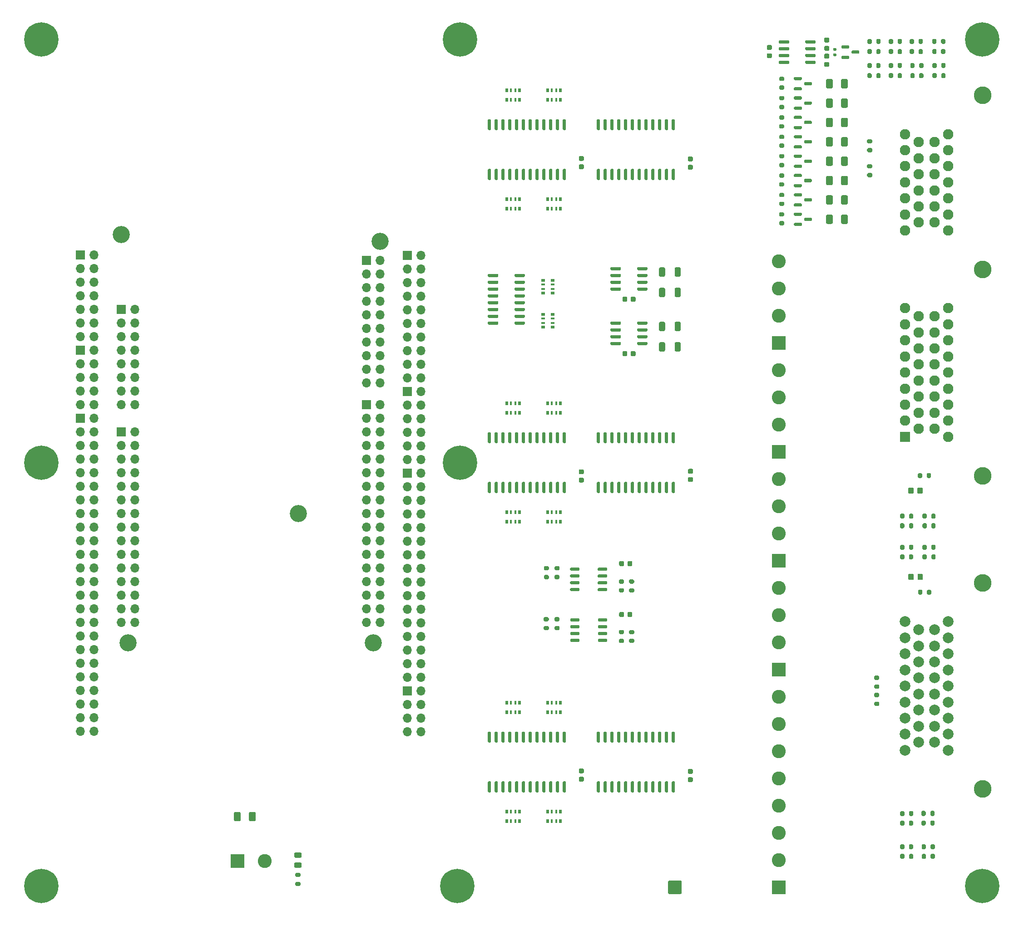
<source format=gts>
G04 #@! TF.GenerationSoftware,KiCad,Pcbnew,7.0.7-7.0.7~ubuntu22.04.1*
G04 #@! TF.CreationDate,2023-08-24T03:22:38+00:00*
G04 #@! TF.ProjectId,digital_inputs,64696769-7461-46c5-9f69-6e707574732e,rev?*
G04 #@! TF.SameCoordinates,PX791ddc0PYca2dd00*
G04 #@! TF.FileFunction,Soldermask,Top*
G04 #@! TF.FilePolarity,Negative*
%FSLAX46Y46*%
G04 Gerber Fmt 4.6, Leading zero omitted, Abs format (unit mm)*
G04 Created by KiCad (PCBNEW 7.0.7-7.0.7~ubuntu22.04.1) date 2023-08-24 03:22:38*
%MOMM*%
%LPD*%
G01*
G04 APERTURE LIST*
%ADD10C,0.800000*%
%ADD11C,6.400000*%
%ADD12C,3.300000*%
%ADD13R,1.950000X1.950000*%
%ADD14C,1.950000*%
%ADD15R,1.700000X1.700000*%
%ADD16O,1.700000X1.700000*%
%ADD17R,2.600000X2.600000*%
%ADD18C,2.600000*%
%ADD19C,3.200000*%
%ADD20R,0.500000X0.800000*%
%ADD21R,0.400000X0.800000*%
%ADD22R,0.800000X0.500000*%
%ADD23R,0.800000X0.400000*%
%ADD24C,2.000000*%
G04 APERTURE END LIST*
D10*
G04 #@! TO.C,J12*
X78600000Y3500000D03*
X79302944Y5197056D03*
X79302944Y1802944D03*
X81000000Y5900000D03*
D11*
X81000000Y3500000D03*
D10*
X81000000Y1100000D03*
X82697056Y5197056D03*
X82697056Y1802944D03*
X83400000Y3500000D03*
G04 #@! TD*
G04 #@! TO.C,R38*
G36*
G01*
X166025000Y15475000D02*
X166025000Y14925000D01*
G75*
G02*
X165825000Y14725000I-200000J0D01*
G01*
X165425000Y14725000D01*
G75*
G02*
X165225000Y14925000I0J200000D01*
G01*
X165225000Y15475000D01*
G75*
G02*
X165425000Y15675000I200000J0D01*
G01*
X165825000Y15675000D01*
G75*
G02*
X166025000Y15475000I0J-200000D01*
G01*
G37*
G36*
G01*
X164375000Y15475000D02*
X164375000Y14925000D01*
G75*
G02*
X164175000Y14725000I-200000J0D01*
G01*
X163775000Y14725000D01*
G75*
G02*
X163575000Y14925000I0J200000D01*
G01*
X163575000Y15475000D01*
G75*
G02*
X163775000Y15675000I200000J0D01*
G01*
X164175000Y15675000D01*
G75*
G02*
X164375000Y15475000I0J-200000D01*
G01*
G37*
G04 #@! TD*
G04 #@! TO.C,F6*
G36*
G01*
X149775000Y152575000D02*
X149775000Y153825000D01*
G75*
G02*
X150025000Y154075000I250000J0D01*
G01*
X150775000Y154075000D01*
G75*
G02*
X151025000Y153825000I0J-250000D01*
G01*
X151025000Y152575000D01*
G75*
G02*
X150775000Y152325000I-250000J0D01*
G01*
X150025000Y152325000D01*
G75*
G02*
X149775000Y152575000I0J250000D01*
G01*
G37*
G36*
G01*
X152575000Y152575000D02*
X152575000Y153825000D01*
G75*
G02*
X152825000Y154075000I250000J0D01*
G01*
X153575000Y154075000D01*
G75*
G02*
X153825000Y153825000I0J-250000D01*
G01*
X153825000Y152575000D01*
G75*
G02*
X153575000Y152325000I-250000J0D01*
G01*
X152825000Y152325000D01*
G75*
G02*
X152575000Y152575000I0J250000D01*
G01*
G37*
G04 #@! TD*
D12*
G04 #@! TO.C,J19*
X179000000Y151050000D03*
X179000000Y118550000D03*
X179000000Y80050000D03*
D13*
X164500000Y87300000D03*
D14*
X164500000Y90300000D03*
X164500000Y93300000D03*
X164500000Y96300000D03*
X164500000Y99300000D03*
X164500000Y102300000D03*
X164500000Y105300000D03*
X164500000Y108300000D03*
X164500000Y111300000D03*
X167000000Y88800000D03*
X167000000Y91800000D03*
X167000000Y94800000D03*
X167000000Y97800000D03*
X167000000Y100800000D03*
X167000000Y103800000D03*
X167000000Y106800000D03*
X167000000Y109800000D03*
X170000000Y88800000D03*
X170000000Y91800000D03*
X170000000Y94800000D03*
X170000000Y97800000D03*
X170000000Y100800000D03*
X170000000Y103800000D03*
X170000000Y106800000D03*
X170000000Y109800000D03*
X172500000Y87300000D03*
X172500000Y90300000D03*
X172500000Y93300000D03*
X172500000Y96300000D03*
X172500000Y99300000D03*
X172500000Y102300000D03*
X172500000Y105300000D03*
X172500000Y108300000D03*
X172500000Y111300000D03*
X164500000Y125800000D03*
X164500000Y128800000D03*
X164500000Y131800000D03*
X164500000Y134800000D03*
X164500000Y137800000D03*
X164500000Y140800000D03*
X164500000Y143800000D03*
X167000000Y127300000D03*
X167000000Y130300000D03*
X167000000Y133300000D03*
X167000000Y136300000D03*
X167000000Y139300000D03*
X167000000Y142300000D03*
X170000000Y127300000D03*
X170000000Y130300000D03*
X170000000Y133300000D03*
X170000000Y136300000D03*
X170000000Y139300000D03*
X170000000Y142300000D03*
X172500000Y125800000D03*
X172500000Y128800000D03*
X172500000Y131800000D03*
X172500000Y134800000D03*
X172500000Y137800000D03*
X172500000Y140800000D03*
X172500000Y143800000D03*
G04 #@! TD*
G04 #@! TO.C,R59*
G36*
G01*
X172050000Y156875000D02*
X172050000Y156325000D01*
G75*
G02*
X171850000Y156125000I-200000J0D01*
G01*
X171450000Y156125000D01*
G75*
G02*
X171250000Y156325000I0J200000D01*
G01*
X171250000Y156875000D01*
G75*
G02*
X171450000Y157075000I200000J0D01*
G01*
X171850000Y157075000D01*
G75*
G02*
X172050000Y156875000I0J-200000D01*
G01*
G37*
G36*
G01*
X170400000Y156875000D02*
X170400000Y156325000D01*
G75*
G02*
X170200000Y156125000I-200000J0D01*
G01*
X169800000Y156125000D01*
G75*
G02*
X169600000Y156325000I0J200000D01*
G01*
X169600000Y156875000D01*
G75*
G02*
X169800000Y157075000I200000J0D01*
G01*
X170200000Y157075000D01*
G75*
G02*
X170400000Y156875000I0J-200000D01*
G01*
G37*
G04 #@! TD*
D15*
G04 #@! TO.C,J23*
X64090000Y120184000D03*
D16*
X66630000Y120184000D03*
X64090000Y117644000D03*
X66630000Y117644000D03*
X64090000Y115104000D03*
X66630000Y115104000D03*
X64090000Y112564000D03*
X66630000Y112564000D03*
X64090000Y110024000D03*
X66630000Y110024000D03*
X64090000Y107484000D03*
X66630000Y107484000D03*
X64090000Y104944000D03*
X66630000Y104944000D03*
X64090000Y102404000D03*
X66630000Y102404000D03*
X64090000Y99864000D03*
X66630000Y99864000D03*
X64090000Y97324000D03*
X66630000Y97324000D03*
G04 #@! TD*
G04 #@! TO.C,R41*
G36*
G01*
X159500000Y40275000D02*
X158950000Y40275000D01*
G75*
G02*
X158750000Y40475000I0J200000D01*
G01*
X158750000Y40875000D01*
G75*
G02*
X158950000Y41075000I200000J0D01*
G01*
X159500000Y41075000D01*
G75*
G02*
X159700000Y40875000I0J-200000D01*
G01*
X159700000Y40475000D01*
G75*
G02*
X159500000Y40275000I-200000J0D01*
G01*
G37*
G36*
G01*
X159500000Y41925000D02*
X158950000Y41925000D01*
G75*
G02*
X158750000Y42125000I0J200000D01*
G01*
X158750000Y42525000D01*
G75*
G02*
X158950000Y42725000I200000J0D01*
G01*
X159500000Y42725000D01*
G75*
G02*
X159700000Y42525000I0J-200000D01*
G01*
X159700000Y42125000D01*
G75*
G02*
X159500000Y41925000I-200000J0D01*
G01*
G37*
G04 #@! TD*
D15*
G04 #@! TO.C,J20*
X10750000Y90720000D03*
D16*
X13290000Y90720000D03*
X10750000Y88180000D03*
X13290000Y88180000D03*
X10750000Y85640000D03*
X13290000Y85640000D03*
X10750000Y83100000D03*
X13290000Y83100000D03*
X10750000Y80560000D03*
X13290000Y80560000D03*
X10750000Y78020000D03*
X13290000Y78020000D03*
X10750000Y75480000D03*
X13290000Y75480000D03*
X10750000Y72940000D03*
X13290000Y72940000D03*
X10750000Y70400000D03*
X13290000Y70400000D03*
X10750000Y67860000D03*
X13290000Y67860000D03*
X10750000Y65320000D03*
X13290000Y65320000D03*
X10750000Y62780000D03*
X13290000Y62780000D03*
X10750000Y60240000D03*
X13290000Y60240000D03*
X10750000Y57700000D03*
X13290000Y57700000D03*
X10750000Y55160000D03*
X13290000Y55160000D03*
X10750000Y52620000D03*
X13290000Y52620000D03*
X10750000Y50080000D03*
X13290000Y50080000D03*
X10750000Y47540000D03*
X13290000Y47540000D03*
X10750000Y45000000D03*
X13290000Y45000000D03*
X10750000Y42460000D03*
X13290000Y42460000D03*
X10750000Y39920000D03*
X13290000Y39920000D03*
X10750000Y37380000D03*
X13290000Y37380000D03*
X10750000Y34840000D03*
X13290000Y34840000D03*
X10750000Y32300000D03*
X13290000Y32300000D03*
G04 #@! TD*
D17*
G04 #@! TO.C,J6*
X140925000Y64180000D03*
D18*
X140925000Y69260000D03*
X140925000Y74340000D03*
X140925000Y79420000D03*
G04 #@! TD*
G04 #@! TO.C,Q3*
G36*
G01*
X143787500Y146771430D02*
X143787500Y147071430D01*
G75*
G02*
X143937500Y147221430I150000J0D01*
G01*
X145112500Y147221430D01*
G75*
G02*
X145262500Y147071430I0J-150000D01*
G01*
X145262500Y146771430D01*
G75*
G02*
X145112500Y146621430I-150000J0D01*
G01*
X143937500Y146621430D01*
G75*
G02*
X143787500Y146771430I0J150000D01*
G01*
G37*
G36*
G01*
X145662500Y145821430D02*
X145662500Y146121430D01*
G75*
G02*
X145812500Y146271430I150000J0D01*
G01*
X146987500Y146271430D01*
G75*
G02*
X147137500Y146121430I0J-150000D01*
G01*
X147137500Y145821430D01*
G75*
G02*
X146987500Y145671430I-150000J0D01*
G01*
X145812500Y145671430D01*
G75*
G02*
X145662500Y145821430I0J150000D01*
G01*
G37*
G36*
G01*
X143787500Y144871430D02*
X143787500Y145171430D01*
G75*
G02*
X143937500Y145321430I150000J0D01*
G01*
X145112500Y145321430D01*
G75*
G02*
X145262500Y145171430I0J-150000D01*
G01*
X145262500Y144871430D01*
G75*
G02*
X145112500Y144721430I-150000J0D01*
G01*
X143937500Y144721430D01*
G75*
G02*
X143787500Y144871430I0J150000D01*
G01*
G37*
G04 #@! TD*
G04 #@! TO.C,D1*
G36*
G01*
X51756250Y6875000D02*
X50843750Y6875000D01*
G75*
G02*
X50600000Y7118750I0J243750D01*
G01*
X50600000Y7606250D01*
G75*
G02*
X50843750Y7850000I243750J0D01*
G01*
X51756250Y7850000D01*
G75*
G02*
X52000000Y7606250I0J-243750D01*
G01*
X52000000Y7118750D01*
G75*
G02*
X51756250Y6875000I-243750J0D01*
G01*
G37*
G36*
G01*
X51756250Y8750000D02*
X50843750Y8750000D01*
G75*
G02*
X50600000Y8993750I0J243750D01*
G01*
X50600000Y9481250D01*
G75*
G02*
X50843750Y9725000I243750J0D01*
G01*
X51756250Y9725000D01*
G75*
G02*
X52000000Y9481250I0J-243750D01*
G01*
X52000000Y8993750D01*
G75*
G02*
X51756250Y8750000I-243750J0D01*
G01*
G37*
G04 #@! TD*
G04 #@! TO.C,R44*
G36*
G01*
X166025000Y9275000D02*
X166025000Y8725000D01*
G75*
G02*
X165825000Y8525000I-200000J0D01*
G01*
X165425000Y8525000D01*
G75*
G02*
X165225000Y8725000I0J200000D01*
G01*
X165225000Y9275000D01*
G75*
G02*
X165425000Y9475000I200000J0D01*
G01*
X165825000Y9475000D01*
G75*
G02*
X166025000Y9275000I0J-200000D01*
G01*
G37*
G36*
G01*
X164375000Y9275000D02*
X164375000Y8725000D01*
G75*
G02*
X164175000Y8525000I-200000J0D01*
G01*
X163775000Y8525000D01*
G75*
G02*
X163575000Y8725000I0J200000D01*
G01*
X163575000Y9275000D01*
G75*
G02*
X163775000Y9475000I200000J0D01*
G01*
X164175000Y9475000D01*
G75*
G02*
X164375000Y9275000I0J-200000D01*
G01*
G37*
G04 #@! TD*
D19*
G04 #@! TO.C,H2*
X66630000Y123740000D03*
G04 #@! TD*
G04 #@! TO.C,R34*
G36*
G01*
X161475000Y160825000D02*
X161475000Y161375000D01*
G75*
G02*
X161675000Y161575000I200000J0D01*
G01*
X162075000Y161575000D01*
G75*
G02*
X162275000Y161375000I0J-200000D01*
G01*
X162275000Y160825000D01*
G75*
G02*
X162075000Y160625000I-200000J0D01*
G01*
X161675000Y160625000D01*
G75*
G02*
X161475000Y160825000I0J200000D01*
G01*
G37*
G36*
G01*
X163125000Y160825000D02*
X163125000Y161375000D01*
G75*
G02*
X163325000Y161575000I200000J0D01*
G01*
X163725000Y161575000D01*
G75*
G02*
X163925000Y161375000I0J-200000D01*
G01*
X163925000Y160825000D01*
G75*
G02*
X163725000Y160625000I-200000J0D01*
G01*
X163325000Y160625000D01*
G75*
G02*
X163125000Y160825000I0J200000D01*
G01*
G37*
G04 #@! TD*
G04 #@! TO.C,F2*
G36*
G01*
X149775000Y138117860D02*
X149775000Y139367860D01*
G75*
G02*
X150025000Y139617860I250000J0D01*
G01*
X150775000Y139617860D01*
G75*
G02*
X151025000Y139367860I0J-250000D01*
G01*
X151025000Y138117860D01*
G75*
G02*
X150775000Y137867860I-250000J0D01*
G01*
X150025000Y137867860D01*
G75*
G02*
X149775000Y138117860I0J250000D01*
G01*
G37*
G36*
G01*
X152575000Y138117860D02*
X152575000Y139367860D01*
G75*
G02*
X152825000Y139617860I250000J0D01*
G01*
X153575000Y139617860D01*
G75*
G02*
X153825000Y139367860I0J-250000D01*
G01*
X153825000Y138117860D01*
G75*
G02*
X153575000Y137867860I-250000J0D01*
G01*
X152825000Y137867860D01*
G75*
G02*
X152575000Y138117860I0J250000D01*
G01*
G37*
G04 #@! TD*
G04 #@! TO.C,C12*
G36*
G01*
X138950000Y160425000D02*
X139450000Y160425000D01*
G75*
G02*
X139675000Y160200000I0J-225000D01*
G01*
X139675000Y159750000D01*
G75*
G02*
X139450000Y159525000I-225000J0D01*
G01*
X138950000Y159525000D01*
G75*
G02*
X138725000Y159750000I0J225000D01*
G01*
X138725000Y160200000D01*
G75*
G02*
X138950000Y160425000I225000J0D01*
G01*
G37*
G36*
G01*
X138950000Y158875000D02*
X139450000Y158875000D01*
G75*
G02*
X139675000Y158650000I0J-225000D01*
G01*
X139675000Y158200000D01*
G75*
G02*
X139450000Y157975000I-225000J0D01*
G01*
X138950000Y157975000D01*
G75*
G02*
X138725000Y158200000I0J225000D01*
G01*
X138725000Y158650000D01*
G75*
G02*
X138950000Y158875000I225000J0D01*
G01*
G37*
G04 #@! TD*
D17*
G04 #@! TO.C,J5*
X40005000Y8165000D03*
D18*
X45085000Y8165000D03*
G04 #@! TD*
G04 #@! TO.C,R1*
G36*
G01*
X122675000Y118685000D02*
X122675000Y117435000D01*
G75*
G02*
X122425000Y117185000I-250000J0D01*
G01*
X121800000Y117185000D01*
G75*
G02*
X121550000Y117435000I0J250000D01*
G01*
X121550000Y118685000D01*
G75*
G02*
X121800000Y118935000I250000J0D01*
G01*
X122425000Y118935000D01*
G75*
G02*
X122675000Y118685000I0J-250000D01*
G01*
G37*
G36*
G01*
X119750000Y118685000D02*
X119750000Y117435000D01*
G75*
G02*
X119500000Y117185000I-250000J0D01*
G01*
X118875000Y117185000D01*
G75*
G02*
X118625000Y117435000I0J250000D01*
G01*
X118625000Y118685000D01*
G75*
G02*
X118875000Y118935000I250000J0D01*
G01*
X119500000Y118935000D01*
G75*
G02*
X119750000Y118685000I0J-250000D01*
G01*
G37*
G04 #@! TD*
D20*
G04 #@! TO.C,RN12*
X90240000Y15560000D03*
D21*
X91040000Y15560000D03*
X91840000Y15560000D03*
D20*
X92640000Y15560000D03*
X92640000Y17360000D03*
D21*
X91840000Y17360000D03*
X91040000Y17360000D03*
D20*
X90240000Y17360000D03*
G04 #@! TD*
G04 #@! TO.C,C8*
G36*
G01*
X114255000Y113230000D02*
X114255000Y112730000D01*
G75*
G02*
X114030000Y112505000I-225000J0D01*
G01*
X113580000Y112505000D01*
G75*
G02*
X113355000Y112730000I0J225000D01*
G01*
X113355000Y113230000D01*
G75*
G02*
X113580000Y113455000I225000J0D01*
G01*
X114030000Y113455000D01*
G75*
G02*
X114255000Y113230000I0J-225000D01*
G01*
G37*
G36*
G01*
X112705000Y113230000D02*
X112705000Y112730000D01*
G75*
G02*
X112480000Y112505000I-225000J0D01*
G01*
X112030000Y112505000D01*
G75*
G02*
X111805000Y112730000I0J225000D01*
G01*
X111805000Y113230000D01*
G75*
G02*
X112030000Y113455000I225000J0D01*
G01*
X112480000Y113455000D01*
G75*
G02*
X112705000Y113230000I0J-225000D01*
G01*
G37*
G04 #@! TD*
G04 #@! TO.C,RN9*
X92640000Y37680000D03*
D21*
X91840000Y37680000D03*
X91040000Y37680000D03*
D20*
X90240000Y37680000D03*
X90240000Y35880000D03*
D21*
X91040000Y35880000D03*
X91840000Y35880000D03*
D20*
X92640000Y35880000D03*
G04 #@! TD*
G04 #@! TO.C,R12*
G36*
G01*
X122675000Y104715000D02*
X122675000Y103465000D01*
G75*
G02*
X122425000Y103215000I-250000J0D01*
G01*
X121800000Y103215000D01*
G75*
G02*
X121550000Y103465000I0J250000D01*
G01*
X121550000Y104715000D01*
G75*
G02*
X121800000Y104965000I250000J0D01*
G01*
X122425000Y104965000D01*
G75*
G02*
X122675000Y104715000I0J-250000D01*
G01*
G37*
G36*
G01*
X119750000Y104715000D02*
X119750000Y103465000D01*
G75*
G02*
X119500000Y103215000I-250000J0D01*
G01*
X118875000Y103215000D01*
G75*
G02*
X118625000Y103465000I0J250000D01*
G01*
X118625000Y104715000D01*
G75*
G02*
X118875000Y104965000I250000J0D01*
G01*
X119500000Y104965000D01*
G75*
G02*
X119750000Y104715000I0J-250000D01*
G01*
G37*
G04 #@! TD*
G04 #@! TO.C,R48*
G36*
G01*
X170200000Y70975000D02*
X170200000Y70425000D01*
G75*
G02*
X170000000Y70225000I-200000J0D01*
G01*
X169600000Y70225000D01*
G75*
G02*
X169400000Y70425000I0J200000D01*
G01*
X169400000Y70975000D01*
G75*
G02*
X169600000Y71175000I200000J0D01*
G01*
X170000000Y71175000D01*
G75*
G02*
X170200000Y70975000I0J-200000D01*
G01*
G37*
G36*
G01*
X168550000Y70975000D02*
X168550000Y70425000D01*
G75*
G02*
X168350000Y70225000I-200000J0D01*
G01*
X167950000Y70225000D01*
G75*
G02*
X167750000Y70425000I0J200000D01*
G01*
X167750000Y70975000D01*
G75*
G02*
X167950000Y71175000I200000J0D01*
G01*
X168350000Y71175000D01*
G75*
G02*
X168550000Y70975000I0J-200000D01*
G01*
G37*
G04 #@! TD*
D15*
G04 #@! TO.C,J22*
X18370000Y88180000D03*
D16*
X20910000Y88180000D03*
X18370000Y85640000D03*
X20910000Y85640000D03*
X18370000Y83100000D03*
X20910000Y83100000D03*
X18370000Y80560000D03*
X20910000Y80560000D03*
X18370000Y78020000D03*
X20910000Y78020000D03*
X18370000Y75480000D03*
X20910000Y75480000D03*
X18370000Y72940000D03*
X20910000Y72940000D03*
X18370000Y70400000D03*
X20910000Y70400000D03*
X18370000Y67860000D03*
X20910000Y67860000D03*
X18370000Y65320000D03*
X20910000Y65320000D03*
X18370000Y62780000D03*
X20910000Y62780000D03*
X18370000Y60240000D03*
X20910000Y60240000D03*
X18370000Y57700000D03*
X20910000Y57700000D03*
X18370000Y55160000D03*
X20910000Y55160000D03*
X18370000Y52620000D03*
X20910000Y52620000D03*
G04 #@! TD*
G04 #@! TO.C,U1*
G36*
G01*
X102050000Y62455000D02*
X102050000Y62755000D01*
G75*
G02*
X102200000Y62905000I150000J0D01*
G01*
X103650000Y62905000D01*
G75*
G02*
X103800000Y62755000I0J-150000D01*
G01*
X103800000Y62455000D01*
G75*
G02*
X103650000Y62305000I-150000J0D01*
G01*
X102200000Y62305000D01*
G75*
G02*
X102050000Y62455000I0J150000D01*
G01*
G37*
G36*
G01*
X102050000Y61185000D02*
X102050000Y61485000D01*
G75*
G02*
X102200000Y61635000I150000J0D01*
G01*
X103650000Y61635000D01*
G75*
G02*
X103800000Y61485000I0J-150000D01*
G01*
X103800000Y61185000D01*
G75*
G02*
X103650000Y61035000I-150000J0D01*
G01*
X102200000Y61035000D01*
G75*
G02*
X102050000Y61185000I0J150000D01*
G01*
G37*
G36*
G01*
X102050000Y59915000D02*
X102050000Y60215000D01*
G75*
G02*
X102200000Y60365000I150000J0D01*
G01*
X103650000Y60365000D01*
G75*
G02*
X103800000Y60215000I0J-150000D01*
G01*
X103800000Y59915000D01*
G75*
G02*
X103650000Y59765000I-150000J0D01*
G01*
X102200000Y59765000D01*
G75*
G02*
X102050000Y59915000I0J150000D01*
G01*
G37*
G36*
G01*
X102050000Y58645000D02*
X102050000Y58945000D01*
G75*
G02*
X102200000Y59095000I150000J0D01*
G01*
X103650000Y59095000D01*
G75*
G02*
X103800000Y58945000I0J-150000D01*
G01*
X103800000Y58645000D01*
G75*
G02*
X103650000Y58495000I-150000J0D01*
G01*
X102200000Y58495000D01*
G75*
G02*
X102050000Y58645000I0J150000D01*
G01*
G37*
G36*
G01*
X107200000Y58645000D02*
X107200000Y58945000D01*
G75*
G02*
X107350000Y59095000I150000J0D01*
G01*
X108800000Y59095000D01*
G75*
G02*
X108950000Y58945000I0J-150000D01*
G01*
X108950000Y58645000D01*
G75*
G02*
X108800000Y58495000I-150000J0D01*
G01*
X107350000Y58495000D01*
G75*
G02*
X107200000Y58645000I0J150000D01*
G01*
G37*
G36*
G01*
X107200000Y59915000D02*
X107200000Y60215000D01*
G75*
G02*
X107350000Y60365000I150000J0D01*
G01*
X108800000Y60365000D01*
G75*
G02*
X108950000Y60215000I0J-150000D01*
G01*
X108950000Y59915000D01*
G75*
G02*
X108800000Y59765000I-150000J0D01*
G01*
X107350000Y59765000D01*
G75*
G02*
X107200000Y59915000I0J150000D01*
G01*
G37*
G36*
G01*
X107200000Y61185000D02*
X107200000Y61485000D01*
G75*
G02*
X107350000Y61635000I150000J0D01*
G01*
X108800000Y61635000D01*
G75*
G02*
X108950000Y61485000I0J-150000D01*
G01*
X108950000Y61185000D01*
G75*
G02*
X108800000Y61035000I-150000J0D01*
G01*
X107350000Y61035000D01*
G75*
G02*
X107200000Y61185000I0J150000D01*
G01*
G37*
G36*
G01*
X107200000Y62455000D02*
X107200000Y62755000D01*
G75*
G02*
X107350000Y62905000I150000J0D01*
G01*
X108800000Y62905000D01*
G75*
G02*
X108950000Y62755000I0J-150000D01*
G01*
X108950000Y62455000D01*
G75*
G02*
X108800000Y62305000I-150000J0D01*
G01*
X107350000Y62305000D01*
G75*
G02*
X107200000Y62455000I0J150000D01*
G01*
G37*
G04 #@! TD*
G04 #@! TO.C,D2*
G36*
G01*
X152625000Y159900000D02*
X152625000Y160200000D01*
G75*
G02*
X152775000Y160350000I150000J0D01*
G01*
X153950000Y160350000D01*
G75*
G02*
X154100000Y160200000I0J-150000D01*
G01*
X154100000Y159900000D01*
G75*
G02*
X153950000Y159750000I-150000J0D01*
G01*
X152775000Y159750000D01*
G75*
G02*
X152625000Y159900000I0J150000D01*
G01*
G37*
G36*
G01*
X152625000Y158000000D02*
X152625000Y158300000D01*
G75*
G02*
X152775000Y158450000I150000J0D01*
G01*
X153950000Y158450000D01*
G75*
G02*
X154100000Y158300000I0J-150000D01*
G01*
X154100000Y158000000D01*
G75*
G02*
X153950000Y157850000I-150000J0D01*
G01*
X152775000Y157850000D01*
G75*
G02*
X152625000Y158000000I0J150000D01*
G01*
G37*
G36*
G01*
X154500000Y158950000D02*
X154500000Y159250000D01*
G75*
G02*
X154650000Y159400000I150000J0D01*
G01*
X155825000Y159400000D01*
G75*
G02*
X155975000Y159250000I0J-150000D01*
G01*
X155975000Y158950000D01*
G75*
G02*
X155825000Y158800000I-150000J0D01*
G01*
X154650000Y158800000D01*
G75*
G02*
X154500000Y158950000I0J150000D01*
G01*
G37*
G04 #@! TD*
D15*
G04 #@! TO.C,J27*
X71710000Y80540000D03*
D16*
X74250000Y80540000D03*
X71710000Y78000000D03*
X74250000Y78000000D03*
X71710000Y75460000D03*
X74250000Y75460000D03*
X71710000Y72920000D03*
X74250000Y72920000D03*
X71710000Y70380000D03*
X74250000Y70380000D03*
X71710000Y67840000D03*
X74250000Y67840000D03*
X71710000Y65300000D03*
X74250000Y65300000D03*
X71710000Y62760000D03*
X74250000Y62760000D03*
X71710000Y60220000D03*
X74250000Y60220000D03*
X71710000Y57680000D03*
X74250000Y57680000D03*
X71710000Y55140000D03*
X74250000Y55140000D03*
X71710000Y52600000D03*
X74250000Y52600000D03*
X71710000Y50060000D03*
X74250000Y50060000D03*
X71710000Y47520000D03*
X74250000Y47520000D03*
X71710000Y44980000D03*
X74250000Y44980000D03*
X71710000Y42440000D03*
X74250000Y42440000D03*
G04 #@! TD*
G04 #@! TO.C,U11*
G36*
G01*
X102070000Y52995000D02*
X102070000Y53295000D01*
G75*
G02*
X102220000Y53445000I150000J0D01*
G01*
X103670000Y53445000D01*
G75*
G02*
X103820000Y53295000I0J-150000D01*
G01*
X103820000Y52995000D01*
G75*
G02*
X103670000Y52845000I-150000J0D01*
G01*
X102220000Y52845000D01*
G75*
G02*
X102070000Y52995000I0J150000D01*
G01*
G37*
G36*
G01*
X102070000Y51725000D02*
X102070000Y52025000D01*
G75*
G02*
X102220000Y52175000I150000J0D01*
G01*
X103670000Y52175000D01*
G75*
G02*
X103820000Y52025000I0J-150000D01*
G01*
X103820000Y51725000D01*
G75*
G02*
X103670000Y51575000I-150000J0D01*
G01*
X102220000Y51575000D01*
G75*
G02*
X102070000Y51725000I0J150000D01*
G01*
G37*
G36*
G01*
X102070000Y50455000D02*
X102070000Y50755000D01*
G75*
G02*
X102220000Y50905000I150000J0D01*
G01*
X103670000Y50905000D01*
G75*
G02*
X103820000Y50755000I0J-150000D01*
G01*
X103820000Y50455000D01*
G75*
G02*
X103670000Y50305000I-150000J0D01*
G01*
X102220000Y50305000D01*
G75*
G02*
X102070000Y50455000I0J150000D01*
G01*
G37*
G36*
G01*
X102070000Y49185000D02*
X102070000Y49485000D01*
G75*
G02*
X102220000Y49635000I150000J0D01*
G01*
X103670000Y49635000D01*
G75*
G02*
X103820000Y49485000I0J-150000D01*
G01*
X103820000Y49185000D01*
G75*
G02*
X103670000Y49035000I-150000J0D01*
G01*
X102220000Y49035000D01*
G75*
G02*
X102070000Y49185000I0J150000D01*
G01*
G37*
G36*
G01*
X107220000Y49185000D02*
X107220000Y49485000D01*
G75*
G02*
X107370000Y49635000I150000J0D01*
G01*
X108820000Y49635000D01*
G75*
G02*
X108970000Y49485000I0J-150000D01*
G01*
X108970000Y49185000D01*
G75*
G02*
X108820000Y49035000I-150000J0D01*
G01*
X107370000Y49035000D01*
G75*
G02*
X107220000Y49185000I0J150000D01*
G01*
G37*
G36*
G01*
X107220000Y50455000D02*
X107220000Y50755000D01*
G75*
G02*
X107370000Y50905000I150000J0D01*
G01*
X108820000Y50905000D01*
G75*
G02*
X108970000Y50755000I0J-150000D01*
G01*
X108970000Y50455000D01*
G75*
G02*
X108820000Y50305000I-150000J0D01*
G01*
X107370000Y50305000D01*
G75*
G02*
X107220000Y50455000I0J150000D01*
G01*
G37*
G36*
G01*
X107220000Y51725000D02*
X107220000Y52025000D01*
G75*
G02*
X107370000Y52175000I150000J0D01*
G01*
X108820000Y52175000D01*
G75*
G02*
X108970000Y52025000I0J-150000D01*
G01*
X108970000Y51725000D01*
G75*
G02*
X108820000Y51575000I-150000J0D01*
G01*
X107370000Y51575000D01*
G75*
G02*
X107220000Y51725000I0J150000D01*
G01*
G37*
G36*
G01*
X107220000Y52995000D02*
X107220000Y53295000D01*
G75*
G02*
X107370000Y53445000I150000J0D01*
G01*
X108820000Y53445000D01*
G75*
G02*
X108970000Y53295000I0J-150000D01*
G01*
X108970000Y52995000D01*
G75*
G02*
X108820000Y52845000I-150000J0D01*
G01*
X107370000Y52845000D01*
G75*
G02*
X107220000Y52995000I0J150000D01*
G01*
G37*
G04 #@! TD*
G04 #@! TO.C,F1*
G36*
G01*
X43425000Y17045000D02*
X43425000Y15795000D01*
G75*
G02*
X43175000Y15545000I-250000J0D01*
G01*
X42425000Y15545000D01*
G75*
G02*
X42175000Y15795000I0J250000D01*
G01*
X42175000Y17045000D01*
G75*
G02*
X42425000Y17295000I250000J0D01*
G01*
X43175000Y17295000D01*
G75*
G02*
X43425000Y17045000I0J-250000D01*
G01*
G37*
G36*
G01*
X40625000Y17045000D02*
X40625000Y15795000D01*
G75*
G02*
X40375000Y15545000I-250000J0D01*
G01*
X39625000Y15545000D01*
G75*
G02*
X39375000Y15795000I0J250000D01*
G01*
X39375000Y17045000D01*
G75*
G02*
X39625000Y17295000I250000J0D01*
G01*
X40375000Y17295000D01*
G75*
G02*
X40625000Y17045000I0J-250000D01*
G01*
G37*
G04 #@! TD*
G04 #@! TO.C,R11*
G36*
G01*
X97345000Y63165000D02*
X97895000Y63165000D01*
G75*
G02*
X98095000Y62965000I0J-200000D01*
G01*
X98095000Y62565000D01*
G75*
G02*
X97895000Y62365000I-200000J0D01*
G01*
X97345000Y62365000D01*
G75*
G02*
X97145000Y62565000I0J200000D01*
G01*
X97145000Y62965000D01*
G75*
G02*
X97345000Y63165000I200000J0D01*
G01*
G37*
G36*
G01*
X97345000Y61515000D02*
X97895000Y61515000D01*
G75*
G02*
X98095000Y61315000I0J-200000D01*
G01*
X98095000Y60915000D01*
G75*
G02*
X97895000Y60715000I-200000J0D01*
G01*
X97345000Y60715000D01*
G75*
G02*
X97145000Y60915000I0J200000D01*
G01*
X97145000Y61315000D01*
G75*
G02*
X97345000Y61515000I200000J0D01*
G01*
G37*
G04 #@! TD*
D19*
G04 #@! TO.C,H5*
X65360000Y48810000D03*
G04 #@! TD*
G04 #@! TO.C,R33*
G36*
G01*
X157475000Y158925000D02*
X157475000Y159475000D01*
G75*
G02*
X157675000Y159675000I200000J0D01*
G01*
X158075000Y159675000D01*
G75*
G02*
X158275000Y159475000I0J-200000D01*
G01*
X158275000Y158925000D01*
G75*
G02*
X158075000Y158725000I-200000J0D01*
G01*
X157675000Y158725000D01*
G75*
G02*
X157475000Y158925000I0J200000D01*
G01*
G37*
G36*
G01*
X159125000Y158925000D02*
X159125000Y159475000D01*
G75*
G02*
X159325000Y159675000I200000J0D01*
G01*
X159725000Y159675000D01*
G75*
G02*
X159925000Y159475000I0J-200000D01*
G01*
X159925000Y158925000D01*
G75*
G02*
X159725000Y158725000I-200000J0D01*
G01*
X159325000Y158725000D01*
G75*
G02*
X159125000Y158925000I0J200000D01*
G01*
G37*
G04 #@! TD*
G04 #@! TO.C,R50*
G36*
G01*
X167750000Y64625000D02*
X167750000Y65175000D01*
G75*
G02*
X167950000Y65375000I200000J0D01*
G01*
X168350000Y65375000D01*
G75*
G02*
X168550000Y65175000I0J-200000D01*
G01*
X168550000Y64625000D01*
G75*
G02*
X168350000Y64425000I-200000J0D01*
G01*
X167950000Y64425000D01*
G75*
G02*
X167750000Y64625000I0J200000D01*
G01*
G37*
G36*
G01*
X169400000Y64625000D02*
X169400000Y65175000D01*
G75*
G02*
X169600000Y65375000I200000J0D01*
G01*
X170000000Y65375000D01*
G75*
G02*
X170200000Y65175000I0J-200000D01*
G01*
X170200000Y64625000D01*
G75*
G02*
X170000000Y64425000I-200000J0D01*
G01*
X169600000Y64425000D01*
G75*
G02*
X169400000Y64625000I0J200000D01*
G01*
G37*
G04 #@! TD*
G04 #@! TO.C,Q2*
G36*
G01*
X143787500Y143157145D02*
X143787500Y143457145D01*
G75*
G02*
X143937500Y143607145I150000J0D01*
G01*
X145112500Y143607145D01*
G75*
G02*
X145262500Y143457145I0J-150000D01*
G01*
X145262500Y143157145D01*
G75*
G02*
X145112500Y143007145I-150000J0D01*
G01*
X143937500Y143007145D01*
G75*
G02*
X143787500Y143157145I0J150000D01*
G01*
G37*
G36*
G01*
X145662500Y142207145D02*
X145662500Y142507145D01*
G75*
G02*
X145812500Y142657145I150000J0D01*
G01*
X146987500Y142657145D01*
G75*
G02*
X147137500Y142507145I0J-150000D01*
G01*
X147137500Y142207145D01*
G75*
G02*
X146987500Y142057145I-150000J0D01*
G01*
X145812500Y142057145D01*
G75*
G02*
X145662500Y142207145I0J150000D01*
G01*
G37*
G36*
G01*
X143787500Y141257145D02*
X143787500Y141557145D01*
G75*
G02*
X143937500Y141707145I150000J0D01*
G01*
X145112500Y141707145D01*
G75*
G02*
X145262500Y141557145I0J-150000D01*
G01*
X145262500Y141257145D01*
G75*
G02*
X145112500Y141107145I-150000J0D01*
G01*
X143937500Y141107145D01*
G75*
G02*
X143787500Y141257145I0J150000D01*
G01*
G37*
G04 #@! TD*
D10*
G04 #@! TO.C,J10*
X79100000Y82500000D03*
X79802944Y84197056D03*
X79802944Y80802944D03*
X81500000Y84900000D03*
D11*
X81500000Y82500000D03*
D10*
X81500000Y80100000D03*
X83197056Y84197056D03*
X83197056Y80802944D03*
X83900000Y82500000D03*
G04 #@! TD*
D15*
G04 #@! TO.C,J21*
X18370000Y111040000D03*
D16*
X20910000Y111040000D03*
X18370000Y108500000D03*
X20910000Y108500000D03*
X18370000Y105960000D03*
X20910000Y105960000D03*
X18370000Y103420000D03*
X20910000Y103420000D03*
X18370000Y100880000D03*
X20910000Y100880000D03*
X18370000Y98340000D03*
X20910000Y98340000D03*
X18370000Y95800000D03*
X20910000Y95800000D03*
X18370000Y93260000D03*
X20910000Y93260000D03*
G04 #@! TD*
G04 #@! TO.C,R42*
G36*
G01*
X167550000Y16750000D02*
X167550000Y17300000D01*
G75*
G02*
X167750000Y17500000I200000J0D01*
G01*
X168150000Y17500000D01*
G75*
G02*
X168350000Y17300000I0J-200000D01*
G01*
X168350000Y16750000D01*
G75*
G02*
X168150000Y16550000I-200000J0D01*
G01*
X167750000Y16550000D01*
G75*
G02*
X167550000Y16750000I0J200000D01*
G01*
G37*
G36*
G01*
X169200000Y16750000D02*
X169200000Y17300000D01*
G75*
G02*
X169400000Y17500000I200000J0D01*
G01*
X169800000Y17500000D01*
G75*
G02*
X170000000Y17300000I0J-200000D01*
G01*
X170000000Y16750000D01*
G75*
G02*
X169800000Y16550000I-200000J0D01*
G01*
X169400000Y16550000D01*
G75*
G02*
X169200000Y16750000I0J200000D01*
G01*
G37*
G04 #@! TD*
G04 #@! TO.C,R14*
G36*
G01*
X141775000Y137617860D02*
X141225000Y137617860D01*
G75*
G02*
X141025000Y137817860I0J200000D01*
G01*
X141025000Y138217860D01*
G75*
G02*
X141225000Y138417860I200000J0D01*
G01*
X141775000Y138417860D01*
G75*
G02*
X141975000Y138217860I0J-200000D01*
G01*
X141975000Y137817860D01*
G75*
G02*
X141775000Y137617860I-200000J0D01*
G01*
G37*
G36*
G01*
X141775000Y139267860D02*
X141225000Y139267860D01*
G75*
G02*
X141025000Y139467860I0J200000D01*
G01*
X141025000Y139867860D01*
G75*
G02*
X141225000Y140067860I200000J0D01*
G01*
X141775000Y140067860D01*
G75*
G02*
X141975000Y139867860I0J-200000D01*
G01*
X141975000Y139467860D01*
G75*
G02*
X141775000Y139267860I-200000J0D01*
G01*
G37*
G04 #@! TD*
D17*
G04 #@! TO.C,J7*
X140925000Y84500000D03*
D18*
X140925000Y89580000D03*
X140925000Y94660000D03*
X140925000Y99740000D03*
G04 #@! TD*
G04 #@! TO.C,C9*
G36*
G01*
X114255000Y103070000D02*
X114255000Y102570000D01*
G75*
G02*
X114030000Y102345000I-225000J0D01*
G01*
X113580000Y102345000D01*
G75*
G02*
X113355000Y102570000I0J225000D01*
G01*
X113355000Y103070000D01*
G75*
G02*
X113580000Y103295000I225000J0D01*
G01*
X114030000Y103295000D01*
G75*
G02*
X114255000Y103070000I0J-225000D01*
G01*
G37*
G36*
G01*
X112705000Y103070000D02*
X112705000Y102570000D01*
G75*
G02*
X112480000Y102345000I-225000J0D01*
G01*
X112030000Y102345000D01*
G75*
G02*
X111805000Y102570000I0J225000D01*
G01*
X111805000Y103070000D01*
G75*
G02*
X112030000Y103295000I225000J0D01*
G01*
X112480000Y103295000D01*
G75*
G02*
X112705000Y103070000I0J-225000D01*
G01*
G37*
G04 #@! TD*
D17*
G04 #@! TO.C,J8*
X140925000Y104820000D03*
D18*
X140925000Y109900000D03*
X140925000Y114980000D03*
X140925000Y120060000D03*
G04 #@! TD*
G04 #@! TO.C,R25*
G36*
G01*
X157475000Y156325000D02*
X157475000Y156875000D01*
G75*
G02*
X157675000Y157075000I200000J0D01*
G01*
X158075000Y157075000D01*
G75*
G02*
X158275000Y156875000I0J-200000D01*
G01*
X158275000Y156325000D01*
G75*
G02*
X158075000Y156125000I-200000J0D01*
G01*
X157675000Y156125000D01*
G75*
G02*
X157475000Y156325000I0J200000D01*
G01*
G37*
G36*
G01*
X159125000Y156325000D02*
X159125000Y156875000D01*
G75*
G02*
X159325000Y157075000I200000J0D01*
G01*
X159725000Y157075000D01*
G75*
G02*
X159925000Y156875000I0J-200000D01*
G01*
X159925000Y156325000D01*
G75*
G02*
X159725000Y156125000I-200000J0D01*
G01*
X159325000Y156125000D01*
G75*
G02*
X159125000Y156325000I0J200000D01*
G01*
G37*
G04 #@! TD*
G04 #@! TO.C,C2*
G36*
G01*
X124210000Y139605000D02*
X124710000Y139605000D01*
G75*
G02*
X124935000Y139380000I0J-225000D01*
G01*
X124935000Y138930000D01*
G75*
G02*
X124710000Y138705000I-225000J0D01*
G01*
X124210000Y138705000D01*
G75*
G02*
X123985000Y138930000I0J225000D01*
G01*
X123985000Y139380000D01*
G75*
G02*
X124210000Y139605000I225000J0D01*
G01*
G37*
G36*
G01*
X124210000Y138055000D02*
X124710000Y138055000D01*
G75*
G02*
X124935000Y137830000I0J-225000D01*
G01*
X124935000Y137380000D01*
G75*
G02*
X124710000Y137155000I-225000J0D01*
G01*
X124210000Y137155000D01*
G75*
G02*
X123985000Y137380000I0J225000D01*
G01*
X123985000Y137830000D01*
G75*
G02*
X124210000Y138055000I225000J0D01*
G01*
G37*
G04 #@! TD*
G04 #@! TO.C,U12*
G36*
G01*
X140950000Y160855000D02*
X140950000Y161155000D01*
G75*
G02*
X141100000Y161305000I150000J0D01*
G01*
X142750000Y161305000D01*
G75*
G02*
X142900000Y161155000I0J-150000D01*
G01*
X142900000Y160855000D01*
G75*
G02*
X142750000Y160705000I-150000J0D01*
G01*
X141100000Y160705000D01*
G75*
G02*
X140950000Y160855000I0J150000D01*
G01*
G37*
G36*
G01*
X140950000Y159585000D02*
X140950000Y159885000D01*
G75*
G02*
X141100000Y160035000I150000J0D01*
G01*
X142750000Y160035000D01*
G75*
G02*
X142900000Y159885000I0J-150000D01*
G01*
X142900000Y159585000D01*
G75*
G02*
X142750000Y159435000I-150000J0D01*
G01*
X141100000Y159435000D01*
G75*
G02*
X140950000Y159585000I0J150000D01*
G01*
G37*
G36*
G01*
X140950000Y158315000D02*
X140950000Y158615000D01*
G75*
G02*
X141100000Y158765000I150000J0D01*
G01*
X142750000Y158765000D01*
G75*
G02*
X142900000Y158615000I0J-150000D01*
G01*
X142900000Y158315000D01*
G75*
G02*
X142750000Y158165000I-150000J0D01*
G01*
X141100000Y158165000D01*
G75*
G02*
X140950000Y158315000I0J150000D01*
G01*
G37*
G36*
G01*
X140950000Y157045000D02*
X140950000Y157345000D01*
G75*
G02*
X141100000Y157495000I150000J0D01*
G01*
X142750000Y157495000D01*
G75*
G02*
X142900000Y157345000I0J-150000D01*
G01*
X142900000Y157045000D01*
G75*
G02*
X142750000Y156895000I-150000J0D01*
G01*
X141100000Y156895000D01*
G75*
G02*
X140950000Y157045000I0J150000D01*
G01*
G37*
G36*
G01*
X145900000Y157045000D02*
X145900000Y157345000D01*
G75*
G02*
X146050000Y157495000I150000J0D01*
G01*
X147700000Y157495000D01*
G75*
G02*
X147850000Y157345000I0J-150000D01*
G01*
X147850000Y157045000D01*
G75*
G02*
X147700000Y156895000I-150000J0D01*
G01*
X146050000Y156895000D01*
G75*
G02*
X145900000Y157045000I0J150000D01*
G01*
G37*
G36*
G01*
X145900000Y158315000D02*
X145900000Y158615000D01*
G75*
G02*
X146050000Y158765000I150000J0D01*
G01*
X147700000Y158765000D01*
G75*
G02*
X147850000Y158615000I0J-150000D01*
G01*
X147850000Y158315000D01*
G75*
G02*
X147700000Y158165000I-150000J0D01*
G01*
X146050000Y158165000D01*
G75*
G02*
X145900000Y158315000I0J150000D01*
G01*
G37*
G36*
G01*
X145900000Y159585000D02*
X145900000Y159885000D01*
G75*
G02*
X146050000Y160035000I150000J0D01*
G01*
X147700000Y160035000D01*
G75*
G02*
X147850000Y159885000I0J-150000D01*
G01*
X147850000Y159585000D01*
G75*
G02*
X147700000Y159435000I-150000J0D01*
G01*
X146050000Y159435000D01*
G75*
G02*
X145900000Y159585000I0J150000D01*
G01*
G37*
G36*
G01*
X145900000Y160855000D02*
X145900000Y161155000D01*
G75*
G02*
X146050000Y161305000I150000J0D01*
G01*
X147700000Y161305000D01*
G75*
G02*
X147850000Y161155000I0J-150000D01*
G01*
X147850000Y160855000D01*
G75*
G02*
X147700000Y160705000I-150000J0D01*
G01*
X146050000Y160705000D01*
G75*
G02*
X145900000Y160855000I0J150000D01*
G01*
G37*
G04 #@! TD*
D17*
G04 #@! TO.C,J3*
X140925000Y3220000D03*
D18*
X140925000Y8300000D03*
X140925000Y13380000D03*
X140925000Y18460000D03*
X140925000Y23540000D03*
X140925000Y28620000D03*
X140925000Y33700000D03*
X140925000Y38780000D03*
G04 #@! TD*
G04 #@! TO.C,R5*
G36*
G01*
X113245000Y60690000D02*
X113795000Y60690000D01*
G75*
G02*
X113995000Y60490000I0J-200000D01*
G01*
X113995000Y60090000D01*
G75*
G02*
X113795000Y59890000I-200000J0D01*
G01*
X113245000Y59890000D01*
G75*
G02*
X113045000Y60090000I0J200000D01*
G01*
X113045000Y60490000D01*
G75*
G02*
X113245000Y60690000I200000J0D01*
G01*
G37*
G36*
G01*
X113245000Y59040000D02*
X113795000Y59040000D01*
G75*
G02*
X113995000Y58840000I0J-200000D01*
G01*
X113995000Y58440000D01*
G75*
G02*
X113795000Y58240000I-200000J0D01*
G01*
X113245000Y58240000D01*
G75*
G02*
X113045000Y58440000I0J200000D01*
G01*
X113045000Y58840000D01*
G75*
G02*
X113245000Y59040000I200000J0D01*
G01*
G37*
G04 #@! TD*
G04 #@! TO.C,R40*
G36*
G01*
X159500000Y37075000D02*
X158950000Y37075000D01*
G75*
G02*
X158750000Y37275000I0J200000D01*
G01*
X158750000Y37675000D01*
G75*
G02*
X158950000Y37875000I200000J0D01*
G01*
X159500000Y37875000D01*
G75*
G02*
X159700000Y37675000I0J-200000D01*
G01*
X159700000Y37275000D01*
G75*
G02*
X159500000Y37075000I-200000J0D01*
G01*
G37*
G36*
G01*
X159500000Y38725000D02*
X158950000Y38725000D01*
G75*
G02*
X158750000Y38925000I0J200000D01*
G01*
X158750000Y39325000D01*
G75*
G02*
X158950000Y39525000I200000J0D01*
G01*
X159500000Y39525000D01*
G75*
G02*
X159700000Y39325000I0J-200000D01*
G01*
X159700000Y38925000D01*
G75*
G02*
X159500000Y38725000I-200000J0D01*
G01*
G37*
G04 #@! TD*
D10*
G04 #@! TO.C,J16*
X176514214Y3500000D03*
X177217158Y5197056D03*
X177217158Y1802944D03*
X178914214Y5900000D03*
D11*
X178914214Y3500000D03*
D10*
X178914214Y1100000D03*
X180611270Y5197056D03*
X180611270Y1802944D03*
X181314214Y3500000D03*
G04 #@! TD*
G04 #@! TO.C,U2*
G36*
G01*
X121135000Y146595000D02*
X121435000Y146595000D01*
G75*
G02*
X121585000Y146445000I0J-150000D01*
G01*
X121585000Y144695000D01*
G75*
G02*
X121435000Y144545000I-150000J0D01*
G01*
X121135000Y144545000D01*
G75*
G02*
X120985000Y144695000I0J150000D01*
G01*
X120985000Y146445000D01*
G75*
G02*
X121135000Y146595000I150000J0D01*
G01*
G37*
G36*
G01*
X119865000Y146595000D02*
X120165000Y146595000D01*
G75*
G02*
X120315000Y146445000I0J-150000D01*
G01*
X120315000Y144695000D01*
G75*
G02*
X120165000Y144545000I-150000J0D01*
G01*
X119865000Y144545000D01*
G75*
G02*
X119715000Y144695000I0J150000D01*
G01*
X119715000Y146445000D01*
G75*
G02*
X119865000Y146595000I150000J0D01*
G01*
G37*
G36*
G01*
X118595000Y146595000D02*
X118895000Y146595000D01*
G75*
G02*
X119045000Y146445000I0J-150000D01*
G01*
X119045000Y144695000D01*
G75*
G02*
X118895000Y144545000I-150000J0D01*
G01*
X118595000Y144545000D01*
G75*
G02*
X118445000Y144695000I0J150000D01*
G01*
X118445000Y146445000D01*
G75*
G02*
X118595000Y146595000I150000J0D01*
G01*
G37*
G36*
G01*
X117325000Y146595000D02*
X117625000Y146595000D01*
G75*
G02*
X117775000Y146445000I0J-150000D01*
G01*
X117775000Y144695000D01*
G75*
G02*
X117625000Y144545000I-150000J0D01*
G01*
X117325000Y144545000D01*
G75*
G02*
X117175000Y144695000I0J150000D01*
G01*
X117175000Y146445000D01*
G75*
G02*
X117325000Y146595000I150000J0D01*
G01*
G37*
G36*
G01*
X116055000Y146595000D02*
X116355000Y146595000D01*
G75*
G02*
X116505000Y146445000I0J-150000D01*
G01*
X116505000Y144695000D01*
G75*
G02*
X116355000Y144545000I-150000J0D01*
G01*
X116055000Y144545000D01*
G75*
G02*
X115905000Y144695000I0J150000D01*
G01*
X115905000Y146445000D01*
G75*
G02*
X116055000Y146595000I150000J0D01*
G01*
G37*
G36*
G01*
X114785000Y146595000D02*
X115085000Y146595000D01*
G75*
G02*
X115235000Y146445000I0J-150000D01*
G01*
X115235000Y144695000D01*
G75*
G02*
X115085000Y144545000I-150000J0D01*
G01*
X114785000Y144545000D01*
G75*
G02*
X114635000Y144695000I0J150000D01*
G01*
X114635000Y146445000D01*
G75*
G02*
X114785000Y146595000I150000J0D01*
G01*
G37*
G36*
G01*
X113515000Y146595000D02*
X113815000Y146595000D01*
G75*
G02*
X113965000Y146445000I0J-150000D01*
G01*
X113965000Y144695000D01*
G75*
G02*
X113815000Y144545000I-150000J0D01*
G01*
X113515000Y144545000D01*
G75*
G02*
X113365000Y144695000I0J150000D01*
G01*
X113365000Y146445000D01*
G75*
G02*
X113515000Y146595000I150000J0D01*
G01*
G37*
G36*
G01*
X112245000Y146595000D02*
X112545000Y146595000D01*
G75*
G02*
X112695000Y146445000I0J-150000D01*
G01*
X112695000Y144695000D01*
G75*
G02*
X112545000Y144545000I-150000J0D01*
G01*
X112245000Y144545000D01*
G75*
G02*
X112095000Y144695000I0J150000D01*
G01*
X112095000Y146445000D01*
G75*
G02*
X112245000Y146595000I150000J0D01*
G01*
G37*
G36*
G01*
X110975000Y146595000D02*
X111275000Y146595000D01*
G75*
G02*
X111425000Y146445000I0J-150000D01*
G01*
X111425000Y144695000D01*
G75*
G02*
X111275000Y144545000I-150000J0D01*
G01*
X110975000Y144545000D01*
G75*
G02*
X110825000Y144695000I0J150000D01*
G01*
X110825000Y146445000D01*
G75*
G02*
X110975000Y146595000I150000J0D01*
G01*
G37*
G36*
G01*
X109705000Y146595000D02*
X110005000Y146595000D01*
G75*
G02*
X110155000Y146445000I0J-150000D01*
G01*
X110155000Y144695000D01*
G75*
G02*
X110005000Y144545000I-150000J0D01*
G01*
X109705000Y144545000D01*
G75*
G02*
X109555000Y144695000I0J150000D01*
G01*
X109555000Y146445000D01*
G75*
G02*
X109705000Y146595000I150000J0D01*
G01*
G37*
G36*
G01*
X108435000Y146595000D02*
X108735000Y146595000D01*
G75*
G02*
X108885000Y146445000I0J-150000D01*
G01*
X108885000Y144695000D01*
G75*
G02*
X108735000Y144545000I-150000J0D01*
G01*
X108435000Y144545000D01*
G75*
G02*
X108285000Y144695000I0J150000D01*
G01*
X108285000Y146445000D01*
G75*
G02*
X108435000Y146595000I150000J0D01*
G01*
G37*
G36*
G01*
X107165000Y146595000D02*
X107465000Y146595000D01*
G75*
G02*
X107615000Y146445000I0J-150000D01*
G01*
X107615000Y144695000D01*
G75*
G02*
X107465000Y144545000I-150000J0D01*
G01*
X107165000Y144545000D01*
G75*
G02*
X107015000Y144695000I0J150000D01*
G01*
X107015000Y146445000D01*
G75*
G02*
X107165000Y146595000I150000J0D01*
G01*
G37*
G36*
G01*
X107165000Y137295000D02*
X107465000Y137295000D01*
G75*
G02*
X107615000Y137145000I0J-150000D01*
G01*
X107615000Y135395000D01*
G75*
G02*
X107465000Y135245000I-150000J0D01*
G01*
X107165000Y135245000D01*
G75*
G02*
X107015000Y135395000I0J150000D01*
G01*
X107015000Y137145000D01*
G75*
G02*
X107165000Y137295000I150000J0D01*
G01*
G37*
G36*
G01*
X108435000Y137295000D02*
X108735000Y137295000D01*
G75*
G02*
X108885000Y137145000I0J-150000D01*
G01*
X108885000Y135395000D01*
G75*
G02*
X108735000Y135245000I-150000J0D01*
G01*
X108435000Y135245000D01*
G75*
G02*
X108285000Y135395000I0J150000D01*
G01*
X108285000Y137145000D01*
G75*
G02*
X108435000Y137295000I150000J0D01*
G01*
G37*
G36*
G01*
X109705000Y137295000D02*
X110005000Y137295000D01*
G75*
G02*
X110155000Y137145000I0J-150000D01*
G01*
X110155000Y135395000D01*
G75*
G02*
X110005000Y135245000I-150000J0D01*
G01*
X109705000Y135245000D01*
G75*
G02*
X109555000Y135395000I0J150000D01*
G01*
X109555000Y137145000D01*
G75*
G02*
X109705000Y137295000I150000J0D01*
G01*
G37*
G36*
G01*
X110975000Y137295000D02*
X111275000Y137295000D01*
G75*
G02*
X111425000Y137145000I0J-150000D01*
G01*
X111425000Y135395000D01*
G75*
G02*
X111275000Y135245000I-150000J0D01*
G01*
X110975000Y135245000D01*
G75*
G02*
X110825000Y135395000I0J150000D01*
G01*
X110825000Y137145000D01*
G75*
G02*
X110975000Y137295000I150000J0D01*
G01*
G37*
G36*
G01*
X112245000Y137295000D02*
X112545000Y137295000D01*
G75*
G02*
X112695000Y137145000I0J-150000D01*
G01*
X112695000Y135395000D01*
G75*
G02*
X112545000Y135245000I-150000J0D01*
G01*
X112245000Y135245000D01*
G75*
G02*
X112095000Y135395000I0J150000D01*
G01*
X112095000Y137145000D01*
G75*
G02*
X112245000Y137295000I150000J0D01*
G01*
G37*
G36*
G01*
X113515000Y137295000D02*
X113815000Y137295000D01*
G75*
G02*
X113965000Y137145000I0J-150000D01*
G01*
X113965000Y135395000D01*
G75*
G02*
X113815000Y135245000I-150000J0D01*
G01*
X113515000Y135245000D01*
G75*
G02*
X113365000Y135395000I0J150000D01*
G01*
X113365000Y137145000D01*
G75*
G02*
X113515000Y137295000I150000J0D01*
G01*
G37*
G36*
G01*
X114785000Y137295000D02*
X115085000Y137295000D01*
G75*
G02*
X115235000Y137145000I0J-150000D01*
G01*
X115235000Y135395000D01*
G75*
G02*
X115085000Y135245000I-150000J0D01*
G01*
X114785000Y135245000D01*
G75*
G02*
X114635000Y135395000I0J150000D01*
G01*
X114635000Y137145000D01*
G75*
G02*
X114785000Y137295000I150000J0D01*
G01*
G37*
G36*
G01*
X116055000Y137295000D02*
X116355000Y137295000D01*
G75*
G02*
X116505000Y137145000I0J-150000D01*
G01*
X116505000Y135395000D01*
G75*
G02*
X116355000Y135245000I-150000J0D01*
G01*
X116055000Y135245000D01*
G75*
G02*
X115905000Y135395000I0J150000D01*
G01*
X115905000Y137145000D01*
G75*
G02*
X116055000Y137295000I150000J0D01*
G01*
G37*
G36*
G01*
X117325000Y137295000D02*
X117625000Y137295000D01*
G75*
G02*
X117775000Y137145000I0J-150000D01*
G01*
X117775000Y135395000D01*
G75*
G02*
X117625000Y135245000I-150000J0D01*
G01*
X117325000Y135245000D01*
G75*
G02*
X117175000Y135395000I0J150000D01*
G01*
X117175000Y137145000D01*
G75*
G02*
X117325000Y137295000I150000J0D01*
G01*
G37*
G36*
G01*
X118595000Y137295000D02*
X118895000Y137295000D01*
G75*
G02*
X119045000Y137145000I0J-150000D01*
G01*
X119045000Y135395000D01*
G75*
G02*
X118895000Y135245000I-150000J0D01*
G01*
X118595000Y135245000D01*
G75*
G02*
X118445000Y135395000I0J150000D01*
G01*
X118445000Y137145000D01*
G75*
G02*
X118595000Y137295000I150000J0D01*
G01*
G37*
G36*
G01*
X119865000Y137295000D02*
X120165000Y137295000D01*
G75*
G02*
X120315000Y137145000I0J-150000D01*
G01*
X120315000Y135395000D01*
G75*
G02*
X120165000Y135245000I-150000J0D01*
G01*
X119865000Y135245000D01*
G75*
G02*
X119715000Y135395000I0J150000D01*
G01*
X119715000Y137145000D01*
G75*
G02*
X119865000Y137295000I150000J0D01*
G01*
G37*
G36*
G01*
X121135000Y137295000D02*
X121435000Y137295000D01*
G75*
G02*
X121585000Y137145000I0J-150000D01*
G01*
X121585000Y135395000D01*
G75*
G02*
X121435000Y135245000I-150000J0D01*
G01*
X121135000Y135245000D01*
G75*
G02*
X120985000Y135395000I0J150000D01*
G01*
X120985000Y137145000D01*
G75*
G02*
X121135000Y137295000I150000J0D01*
G01*
G37*
G04 #@! TD*
G04 #@! TO.C,R30*
G36*
G01*
X167825000Y161375000D02*
X167825000Y160825000D01*
G75*
G02*
X167625000Y160625000I-200000J0D01*
G01*
X167225000Y160625000D01*
G75*
G02*
X167025000Y160825000I0J200000D01*
G01*
X167025000Y161375000D01*
G75*
G02*
X167225000Y161575000I200000J0D01*
G01*
X167625000Y161575000D01*
G75*
G02*
X167825000Y161375000I0J-200000D01*
G01*
G37*
G36*
G01*
X166175000Y161375000D02*
X166175000Y160825000D01*
G75*
G02*
X165975000Y160625000I-200000J0D01*
G01*
X165575000Y160625000D01*
G75*
G02*
X165375000Y160825000I0J200000D01*
G01*
X165375000Y161375000D01*
G75*
G02*
X165575000Y161575000I200000J0D01*
G01*
X165975000Y161575000D01*
G75*
G02*
X166175000Y161375000I0J-200000D01*
G01*
G37*
G04 #@! TD*
G04 #@! TO.C,R28*
G36*
G01*
X167925000Y154975000D02*
X167925000Y154425000D01*
G75*
G02*
X167725000Y154225000I-200000J0D01*
G01*
X167325000Y154225000D01*
G75*
G02*
X167125000Y154425000I0J200000D01*
G01*
X167125000Y154975000D01*
G75*
G02*
X167325000Y155175000I200000J0D01*
G01*
X167725000Y155175000D01*
G75*
G02*
X167925000Y154975000I0J-200000D01*
G01*
G37*
G36*
G01*
X166275000Y154975000D02*
X166275000Y154425000D01*
G75*
G02*
X166075000Y154225000I-200000J0D01*
G01*
X165675000Y154225000D01*
G75*
G02*
X165475000Y154425000I0J200000D01*
G01*
X165475000Y154975000D01*
G75*
G02*
X165675000Y155175000I200000J0D01*
G01*
X166075000Y155175000D01*
G75*
G02*
X166275000Y154975000I0J-200000D01*
G01*
G37*
G04 #@! TD*
G04 #@! TO.C,R39*
G36*
G01*
X166025000Y17275000D02*
X166025000Y16725000D01*
G75*
G02*
X165825000Y16525000I-200000J0D01*
G01*
X165425000Y16525000D01*
G75*
G02*
X165225000Y16725000I0J200000D01*
G01*
X165225000Y17275000D01*
G75*
G02*
X165425000Y17475000I200000J0D01*
G01*
X165825000Y17475000D01*
G75*
G02*
X166025000Y17275000I0J-200000D01*
G01*
G37*
G36*
G01*
X164375000Y17275000D02*
X164375000Y16725000D01*
G75*
G02*
X164175000Y16525000I-200000J0D01*
G01*
X163775000Y16525000D01*
G75*
G02*
X163575000Y16725000I0J200000D01*
G01*
X163575000Y17275000D01*
G75*
G02*
X163775000Y17475000I200000J0D01*
G01*
X164175000Y17475000D01*
G75*
G02*
X164375000Y17275000I0J-200000D01*
G01*
G37*
G04 #@! TD*
D20*
G04 #@! TO.C,RN3*
X100260000Y131660000D03*
D21*
X99460000Y131660000D03*
X98660000Y131660000D03*
D20*
X97860000Y131660000D03*
X97860000Y129860000D03*
D21*
X98660000Y129860000D03*
X99460000Y129860000D03*
D20*
X100260000Y129860000D03*
G04 #@! TD*
G04 #@! TO.C,R36*
G36*
G01*
X169575000Y160825000D02*
X169575000Y161375000D01*
G75*
G02*
X169775000Y161575000I200000J0D01*
G01*
X170175000Y161575000D01*
G75*
G02*
X170375000Y161375000I0J-200000D01*
G01*
X170375000Y160825000D01*
G75*
G02*
X170175000Y160625000I-200000J0D01*
G01*
X169775000Y160625000D01*
G75*
G02*
X169575000Y160825000I0J200000D01*
G01*
G37*
G36*
G01*
X171225000Y160825000D02*
X171225000Y161375000D01*
G75*
G02*
X171425000Y161575000I200000J0D01*
G01*
X171825000Y161575000D01*
G75*
G02*
X172025000Y161375000I0J-200000D01*
G01*
X172025000Y160825000D01*
G75*
G02*
X171825000Y160625000I-200000J0D01*
G01*
X171425000Y160625000D01*
G75*
G02*
X171225000Y160825000I0J200000D01*
G01*
G37*
G04 #@! TD*
G04 #@! TO.C,U4*
G36*
G01*
X121135000Y32295000D02*
X121435000Y32295000D01*
G75*
G02*
X121585000Y32145000I0J-150000D01*
G01*
X121585000Y30395000D01*
G75*
G02*
X121435000Y30245000I-150000J0D01*
G01*
X121135000Y30245000D01*
G75*
G02*
X120985000Y30395000I0J150000D01*
G01*
X120985000Y32145000D01*
G75*
G02*
X121135000Y32295000I150000J0D01*
G01*
G37*
G36*
G01*
X119865000Y32295000D02*
X120165000Y32295000D01*
G75*
G02*
X120315000Y32145000I0J-150000D01*
G01*
X120315000Y30395000D01*
G75*
G02*
X120165000Y30245000I-150000J0D01*
G01*
X119865000Y30245000D01*
G75*
G02*
X119715000Y30395000I0J150000D01*
G01*
X119715000Y32145000D01*
G75*
G02*
X119865000Y32295000I150000J0D01*
G01*
G37*
G36*
G01*
X118595000Y32295000D02*
X118895000Y32295000D01*
G75*
G02*
X119045000Y32145000I0J-150000D01*
G01*
X119045000Y30395000D01*
G75*
G02*
X118895000Y30245000I-150000J0D01*
G01*
X118595000Y30245000D01*
G75*
G02*
X118445000Y30395000I0J150000D01*
G01*
X118445000Y32145000D01*
G75*
G02*
X118595000Y32295000I150000J0D01*
G01*
G37*
G36*
G01*
X117325000Y32295000D02*
X117625000Y32295000D01*
G75*
G02*
X117775000Y32145000I0J-150000D01*
G01*
X117775000Y30395000D01*
G75*
G02*
X117625000Y30245000I-150000J0D01*
G01*
X117325000Y30245000D01*
G75*
G02*
X117175000Y30395000I0J150000D01*
G01*
X117175000Y32145000D01*
G75*
G02*
X117325000Y32295000I150000J0D01*
G01*
G37*
G36*
G01*
X116055000Y32295000D02*
X116355000Y32295000D01*
G75*
G02*
X116505000Y32145000I0J-150000D01*
G01*
X116505000Y30395000D01*
G75*
G02*
X116355000Y30245000I-150000J0D01*
G01*
X116055000Y30245000D01*
G75*
G02*
X115905000Y30395000I0J150000D01*
G01*
X115905000Y32145000D01*
G75*
G02*
X116055000Y32295000I150000J0D01*
G01*
G37*
G36*
G01*
X114785000Y32295000D02*
X115085000Y32295000D01*
G75*
G02*
X115235000Y32145000I0J-150000D01*
G01*
X115235000Y30395000D01*
G75*
G02*
X115085000Y30245000I-150000J0D01*
G01*
X114785000Y30245000D01*
G75*
G02*
X114635000Y30395000I0J150000D01*
G01*
X114635000Y32145000D01*
G75*
G02*
X114785000Y32295000I150000J0D01*
G01*
G37*
G36*
G01*
X113515000Y32295000D02*
X113815000Y32295000D01*
G75*
G02*
X113965000Y32145000I0J-150000D01*
G01*
X113965000Y30395000D01*
G75*
G02*
X113815000Y30245000I-150000J0D01*
G01*
X113515000Y30245000D01*
G75*
G02*
X113365000Y30395000I0J150000D01*
G01*
X113365000Y32145000D01*
G75*
G02*
X113515000Y32295000I150000J0D01*
G01*
G37*
G36*
G01*
X112245000Y32295000D02*
X112545000Y32295000D01*
G75*
G02*
X112695000Y32145000I0J-150000D01*
G01*
X112695000Y30395000D01*
G75*
G02*
X112545000Y30245000I-150000J0D01*
G01*
X112245000Y30245000D01*
G75*
G02*
X112095000Y30395000I0J150000D01*
G01*
X112095000Y32145000D01*
G75*
G02*
X112245000Y32295000I150000J0D01*
G01*
G37*
G36*
G01*
X110975000Y32295000D02*
X111275000Y32295000D01*
G75*
G02*
X111425000Y32145000I0J-150000D01*
G01*
X111425000Y30395000D01*
G75*
G02*
X111275000Y30245000I-150000J0D01*
G01*
X110975000Y30245000D01*
G75*
G02*
X110825000Y30395000I0J150000D01*
G01*
X110825000Y32145000D01*
G75*
G02*
X110975000Y32295000I150000J0D01*
G01*
G37*
G36*
G01*
X109705000Y32295000D02*
X110005000Y32295000D01*
G75*
G02*
X110155000Y32145000I0J-150000D01*
G01*
X110155000Y30395000D01*
G75*
G02*
X110005000Y30245000I-150000J0D01*
G01*
X109705000Y30245000D01*
G75*
G02*
X109555000Y30395000I0J150000D01*
G01*
X109555000Y32145000D01*
G75*
G02*
X109705000Y32295000I150000J0D01*
G01*
G37*
G36*
G01*
X108435000Y32295000D02*
X108735000Y32295000D01*
G75*
G02*
X108885000Y32145000I0J-150000D01*
G01*
X108885000Y30395000D01*
G75*
G02*
X108735000Y30245000I-150000J0D01*
G01*
X108435000Y30245000D01*
G75*
G02*
X108285000Y30395000I0J150000D01*
G01*
X108285000Y32145000D01*
G75*
G02*
X108435000Y32295000I150000J0D01*
G01*
G37*
G36*
G01*
X107165000Y32295000D02*
X107465000Y32295000D01*
G75*
G02*
X107615000Y32145000I0J-150000D01*
G01*
X107615000Y30395000D01*
G75*
G02*
X107465000Y30245000I-150000J0D01*
G01*
X107165000Y30245000D01*
G75*
G02*
X107015000Y30395000I0J150000D01*
G01*
X107015000Y32145000D01*
G75*
G02*
X107165000Y32295000I150000J0D01*
G01*
G37*
G36*
G01*
X107165000Y22995000D02*
X107465000Y22995000D01*
G75*
G02*
X107615000Y22845000I0J-150000D01*
G01*
X107615000Y21095000D01*
G75*
G02*
X107465000Y20945000I-150000J0D01*
G01*
X107165000Y20945000D01*
G75*
G02*
X107015000Y21095000I0J150000D01*
G01*
X107015000Y22845000D01*
G75*
G02*
X107165000Y22995000I150000J0D01*
G01*
G37*
G36*
G01*
X108435000Y22995000D02*
X108735000Y22995000D01*
G75*
G02*
X108885000Y22845000I0J-150000D01*
G01*
X108885000Y21095000D01*
G75*
G02*
X108735000Y20945000I-150000J0D01*
G01*
X108435000Y20945000D01*
G75*
G02*
X108285000Y21095000I0J150000D01*
G01*
X108285000Y22845000D01*
G75*
G02*
X108435000Y22995000I150000J0D01*
G01*
G37*
G36*
G01*
X109705000Y22995000D02*
X110005000Y22995000D01*
G75*
G02*
X110155000Y22845000I0J-150000D01*
G01*
X110155000Y21095000D01*
G75*
G02*
X110005000Y20945000I-150000J0D01*
G01*
X109705000Y20945000D01*
G75*
G02*
X109555000Y21095000I0J150000D01*
G01*
X109555000Y22845000D01*
G75*
G02*
X109705000Y22995000I150000J0D01*
G01*
G37*
G36*
G01*
X110975000Y22995000D02*
X111275000Y22995000D01*
G75*
G02*
X111425000Y22845000I0J-150000D01*
G01*
X111425000Y21095000D01*
G75*
G02*
X111275000Y20945000I-150000J0D01*
G01*
X110975000Y20945000D01*
G75*
G02*
X110825000Y21095000I0J150000D01*
G01*
X110825000Y22845000D01*
G75*
G02*
X110975000Y22995000I150000J0D01*
G01*
G37*
G36*
G01*
X112245000Y22995000D02*
X112545000Y22995000D01*
G75*
G02*
X112695000Y22845000I0J-150000D01*
G01*
X112695000Y21095000D01*
G75*
G02*
X112545000Y20945000I-150000J0D01*
G01*
X112245000Y20945000D01*
G75*
G02*
X112095000Y21095000I0J150000D01*
G01*
X112095000Y22845000D01*
G75*
G02*
X112245000Y22995000I150000J0D01*
G01*
G37*
G36*
G01*
X113515000Y22995000D02*
X113815000Y22995000D01*
G75*
G02*
X113965000Y22845000I0J-150000D01*
G01*
X113965000Y21095000D01*
G75*
G02*
X113815000Y20945000I-150000J0D01*
G01*
X113515000Y20945000D01*
G75*
G02*
X113365000Y21095000I0J150000D01*
G01*
X113365000Y22845000D01*
G75*
G02*
X113515000Y22995000I150000J0D01*
G01*
G37*
G36*
G01*
X114785000Y22995000D02*
X115085000Y22995000D01*
G75*
G02*
X115235000Y22845000I0J-150000D01*
G01*
X115235000Y21095000D01*
G75*
G02*
X115085000Y20945000I-150000J0D01*
G01*
X114785000Y20945000D01*
G75*
G02*
X114635000Y21095000I0J150000D01*
G01*
X114635000Y22845000D01*
G75*
G02*
X114785000Y22995000I150000J0D01*
G01*
G37*
G36*
G01*
X116055000Y22995000D02*
X116355000Y22995000D01*
G75*
G02*
X116505000Y22845000I0J-150000D01*
G01*
X116505000Y21095000D01*
G75*
G02*
X116355000Y20945000I-150000J0D01*
G01*
X116055000Y20945000D01*
G75*
G02*
X115905000Y21095000I0J150000D01*
G01*
X115905000Y22845000D01*
G75*
G02*
X116055000Y22995000I150000J0D01*
G01*
G37*
G36*
G01*
X117325000Y22995000D02*
X117625000Y22995000D01*
G75*
G02*
X117775000Y22845000I0J-150000D01*
G01*
X117775000Y21095000D01*
G75*
G02*
X117625000Y20945000I-150000J0D01*
G01*
X117325000Y20945000D01*
G75*
G02*
X117175000Y21095000I0J150000D01*
G01*
X117175000Y22845000D01*
G75*
G02*
X117325000Y22995000I150000J0D01*
G01*
G37*
G36*
G01*
X118595000Y22995000D02*
X118895000Y22995000D01*
G75*
G02*
X119045000Y22845000I0J-150000D01*
G01*
X119045000Y21095000D01*
G75*
G02*
X118895000Y20945000I-150000J0D01*
G01*
X118595000Y20945000D01*
G75*
G02*
X118445000Y21095000I0J150000D01*
G01*
X118445000Y22845000D01*
G75*
G02*
X118595000Y22995000I150000J0D01*
G01*
G37*
G36*
G01*
X119865000Y22995000D02*
X120165000Y22995000D01*
G75*
G02*
X120315000Y22845000I0J-150000D01*
G01*
X120315000Y21095000D01*
G75*
G02*
X120165000Y20945000I-150000J0D01*
G01*
X119865000Y20945000D01*
G75*
G02*
X119715000Y21095000I0J150000D01*
G01*
X119715000Y22845000D01*
G75*
G02*
X119865000Y22995000I150000J0D01*
G01*
G37*
G36*
G01*
X121135000Y22995000D02*
X121435000Y22995000D01*
G75*
G02*
X121585000Y22845000I0J-150000D01*
G01*
X121585000Y21095000D01*
G75*
G02*
X121435000Y20945000I-150000J0D01*
G01*
X121135000Y20945000D01*
G75*
G02*
X120985000Y21095000I0J150000D01*
G01*
X120985000Y22845000D01*
G75*
G02*
X121135000Y22995000I150000J0D01*
G01*
G37*
G04 #@! TD*
G04 #@! TO.C,RN10*
X100260000Y37680000D03*
D21*
X99460000Y37680000D03*
X98660000Y37680000D03*
D20*
X97860000Y37680000D03*
X97860000Y35880000D03*
D21*
X98660000Y35880000D03*
X99460000Y35880000D03*
D20*
X100260000Y35880000D03*
G04 #@! TD*
G04 #@! TO.C,R21*
G36*
G01*
X141775000Y134003575D02*
X141225000Y134003575D01*
G75*
G02*
X141025000Y134203575I0J200000D01*
G01*
X141025000Y134603575D01*
G75*
G02*
X141225000Y134803575I200000J0D01*
G01*
X141775000Y134803575D01*
G75*
G02*
X141975000Y134603575I0J-200000D01*
G01*
X141975000Y134203575D01*
G75*
G02*
X141775000Y134003575I-200000J0D01*
G01*
G37*
G36*
G01*
X141775000Y135653575D02*
X141225000Y135653575D01*
G75*
G02*
X141025000Y135853575I0J200000D01*
G01*
X141025000Y136253575D01*
G75*
G02*
X141225000Y136453575I200000J0D01*
G01*
X141775000Y136453575D01*
G75*
G02*
X141975000Y136253575I0J-200000D01*
G01*
X141975000Y135853575D01*
G75*
G02*
X141775000Y135653575I-200000J0D01*
G01*
G37*
G04 #@! TD*
G04 #@! TO.C,C7*
G36*
G01*
X103890000Y25400000D02*
X104390000Y25400000D01*
G75*
G02*
X104615000Y25175000I0J-225000D01*
G01*
X104615000Y24725000D01*
G75*
G02*
X104390000Y24500000I-225000J0D01*
G01*
X103890000Y24500000D01*
G75*
G02*
X103665000Y24725000I0J225000D01*
G01*
X103665000Y25175000D01*
G75*
G02*
X103890000Y25400000I225000J0D01*
G01*
G37*
G36*
G01*
X103890000Y23850000D02*
X104390000Y23850000D01*
G75*
G02*
X104615000Y23625000I0J-225000D01*
G01*
X104615000Y23175000D01*
G75*
G02*
X104390000Y22950000I-225000J0D01*
G01*
X103890000Y22950000D01*
G75*
G02*
X103665000Y23175000I0J225000D01*
G01*
X103665000Y23625000D01*
G75*
G02*
X103890000Y23850000I225000J0D01*
G01*
G37*
G04 #@! TD*
G04 #@! TO.C,Q5*
G36*
G01*
X143787500Y154000000D02*
X143787500Y154300000D01*
G75*
G02*
X143937500Y154450000I150000J0D01*
G01*
X145112500Y154450000D01*
G75*
G02*
X145262500Y154300000I0J-150000D01*
G01*
X145262500Y154000000D01*
G75*
G02*
X145112500Y153850000I-150000J0D01*
G01*
X143937500Y153850000D01*
G75*
G02*
X143787500Y154000000I0J150000D01*
G01*
G37*
G36*
G01*
X145662500Y153050000D02*
X145662500Y153350000D01*
G75*
G02*
X145812500Y153500000I150000J0D01*
G01*
X146987500Y153500000D01*
G75*
G02*
X147137500Y153350000I0J-150000D01*
G01*
X147137500Y153050000D01*
G75*
G02*
X146987500Y152900000I-150000J0D01*
G01*
X145812500Y152900000D01*
G75*
G02*
X145662500Y153050000I0J150000D01*
G01*
G37*
G36*
G01*
X143787500Y152100000D02*
X143787500Y152400000D01*
G75*
G02*
X143937500Y152550000I150000J0D01*
G01*
X145112500Y152550000D01*
G75*
G02*
X145262500Y152400000I0J-150000D01*
G01*
X145262500Y152100000D01*
G75*
G02*
X145112500Y151950000I-150000J0D01*
G01*
X143937500Y151950000D01*
G75*
G02*
X143787500Y152100000I0J150000D01*
G01*
G37*
G04 #@! TD*
G04 #@! TO.C,R37*
G36*
G01*
X172025000Y159475000D02*
X172025000Y158925000D01*
G75*
G02*
X171825000Y158725000I-200000J0D01*
G01*
X171425000Y158725000D01*
G75*
G02*
X171225000Y158925000I0J200000D01*
G01*
X171225000Y159475000D01*
G75*
G02*
X171425000Y159675000I200000J0D01*
G01*
X171825000Y159675000D01*
G75*
G02*
X172025000Y159475000I0J-200000D01*
G01*
G37*
G36*
G01*
X170375000Y159475000D02*
X170375000Y158925000D01*
G75*
G02*
X170175000Y158725000I-200000J0D01*
G01*
X169775000Y158725000D01*
G75*
G02*
X169575000Y158925000I0J200000D01*
G01*
X169575000Y159475000D01*
G75*
G02*
X169775000Y159675000I200000J0D01*
G01*
X170175000Y159675000D01*
G75*
G02*
X170375000Y159475000I0J-200000D01*
G01*
G37*
G04 #@! TD*
G04 #@! TO.C,F7*
G36*
G01*
X149775000Y127275000D02*
X149775000Y128525000D01*
G75*
G02*
X150025000Y128775000I250000J0D01*
G01*
X150775000Y128775000D01*
G75*
G02*
X151025000Y128525000I0J-250000D01*
G01*
X151025000Y127275000D01*
G75*
G02*
X150775000Y127025000I-250000J0D01*
G01*
X150025000Y127025000D01*
G75*
G02*
X149775000Y127275000I0J250000D01*
G01*
G37*
G36*
G01*
X152575000Y127275000D02*
X152575000Y128525000D01*
G75*
G02*
X152825000Y128775000I250000J0D01*
G01*
X153575000Y128775000D01*
G75*
G02*
X153825000Y128525000I0J-250000D01*
G01*
X153825000Y127275000D01*
G75*
G02*
X153575000Y127025000I-250000J0D01*
G01*
X152825000Y127025000D01*
G75*
G02*
X152575000Y127275000I0J250000D01*
G01*
G37*
G04 #@! TD*
D10*
G04 #@! TO.C,J11*
X176514214Y161500000D03*
X177217158Y163197056D03*
X177217158Y159802944D03*
X178914214Y163900000D03*
D11*
X178914214Y161500000D03*
D10*
X178914214Y159100000D03*
X180611270Y163197056D03*
X180611270Y159802944D03*
X181314214Y161500000D03*
G04 #@! TD*
G04 #@! TO.C,C11*
G36*
G01*
X150150000Y156350000D02*
X149650000Y156350000D01*
G75*
G02*
X149425000Y156575000I0J225000D01*
G01*
X149425000Y157025000D01*
G75*
G02*
X149650000Y157250000I225000J0D01*
G01*
X150150000Y157250000D01*
G75*
G02*
X150375000Y157025000I0J-225000D01*
G01*
X150375000Y156575000D01*
G75*
G02*
X150150000Y156350000I-225000J0D01*
G01*
G37*
G36*
G01*
X150150000Y157900000D02*
X149650000Y157900000D01*
G75*
G02*
X149425000Y158125000I0J225000D01*
G01*
X149425000Y158575000D01*
G75*
G02*
X149650000Y158800000I225000J0D01*
G01*
X150150000Y158800000D01*
G75*
G02*
X150375000Y158575000I0J-225000D01*
G01*
X150375000Y158125000D01*
G75*
G02*
X150150000Y157900000I-225000J0D01*
G01*
G37*
G04 #@! TD*
G04 #@! TO.C,R15*
G36*
G01*
X141775000Y141232145D02*
X141225000Y141232145D01*
G75*
G02*
X141025000Y141432145I0J200000D01*
G01*
X141025000Y141832145D01*
G75*
G02*
X141225000Y142032145I200000J0D01*
G01*
X141775000Y142032145D01*
G75*
G02*
X141975000Y141832145I0J-200000D01*
G01*
X141975000Y141432145D01*
G75*
G02*
X141775000Y141232145I-200000J0D01*
G01*
G37*
G36*
G01*
X141775000Y142882145D02*
X141225000Y142882145D01*
G75*
G02*
X141025000Y143082145I0J200000D01*
G01*
X141025000Y143482145D01*
G75*
G02*
X141225000Y143682145I200000J0D01*
G01*
X141775000Y143682145D01*
G75*
G02*
X141975000Y143482145I0J-200000D01*
G01*
X141975000Y143082145D01*
G75*
G02*
X141775000Y142882145I-200000J0D01*
G01*
G37*
G04 #@! TD*
G04 #@! TO.C,R13*
G36*
G01*
X51575000Y3475000D02*
X51025000Y3475000D01*
G75*
G02*
X50825000Y3675000I0J200000D01*
G01*
X50825000Y4075000D01*
G75*
G02*
X51025000Y4275000I200000J0D01*
G01*
X51575000Y4275000D01*
G75*
G02*
X51775000Y4075000I0J-200000D01*
G01*
X51775000Y3675000D01*
G75*
G02*
X51575000Y3475000I-200000J0D01*
G01*
G37*
G36*
G01*
X51575000Y5125000D02*
X51025000Y5125000D01*
G75*
G02*
X50825000Y5325000I0J200000D01*
G01*
X50825000Y5725000D01*
G75*
G02*
X51025000Y5925000I200000J0D01*
G01*
X51575000Y5925000D01*
G75*
G02*
X51775000Y5725000I0J-200000D01*
G01*
X51775000Y5325000D01*
G75*
G02*
X51575000Y5125000I-200000J0D01*
G01*
G37*
G04 #@! TD*
G04 #@! TO.C,F8*
G36*
G01*
X149775000Y130889290D02*
X149775000Y132139290D01*
G75*
G02*
X150025000Y132389290I250000J0D01*
G01*
X150775000Y132389290D01*
G75*
G02*
X151025000Y132139290I0J-250000D01*
G01*
X151025000Y130889290D01*
G75*
G02*
X150775000Y130639290I-250000J0D01*
G01*
X150025000Y130639290D01*
G75*
G02*
X149775000Y130889290I0J250000D01*
G01*
G37*
G36*
G01*
X152575000Y130889290D02*
X152575000Y132139290D01*
G75*
G02*
X152825000Y132389290I250000J0D01*
G01*
X153575000Y132389290D01*
G75*
G02*
X153825000Y132139290I0J-250000D01*
G01*
X153825000Y130889290D01*
G75*
G02*
X153575000Y130639290I-250000J0D01*
G01*
X152825000Y130639290D01*
G75*
G02*
X152575000Y130889290I0J250000D01*
G01*
G37*
G04 #@! TD*
D22*
G04 #@! TO.C,RN13*
X98810000Y114110000D03*
D23*
X98810000Y114910000D03*
X98810000Y115710000D03*
D22*
X98810000Y116510000D03*
X97010000Y116510000D03*
D23*
X97010000Y115710000D03*
X97010000Y114910000D03*
D22*
X97010000Y114110000D03*
G04 #@! TD*
G04 #@! TO.C,F5*
G36*
G01*
X149775000Y148960715D02*
X149775000Y150210715D01*
G75*
G02*
X150025000Y150460715I250000J0D01*
G01*
X150775000Y150460715D01*
G75*
G02*
X151025000Y150210715I0J-250000D01*
G01*
X151025000Y148960715D01*
G75*
G02*
X150775000Y148710715I-250000J0D01*
G01*
X150025000Y148710715D01*
G75*
G02*
X149775000Y148960715I0J250000D01*
G01*
G37*
G36*
G01*
X152575000Y148960715D02*
X152575000Y150210715D01*
G75*
G02*
X152825000Y150460715I250000J0D01*
G01*
X153575000Y150460715D01*
G75*
G02*
X153825000Y150210715I0J-250000D01*
G01*
X153825000Y148960715D01*
G75*
G02*
X153575000Y148710715I-250000J0D01*
G01*
X152825000Y148710715D01*
G75*
G02*
X152575000Y148960715I0J250000D01*
G01*
G37*
G04 #@! TD*
G04 #@! TO.C,Q1*
G36*
G01*
X143787500Y139542860D02*
X143787500Y139842860D01*
G75*
G02*
X143937500Y139992860I150000J0D01*
G01*
X145112500Y139992860D01*
G75*
G02*
X145262500Y139842860I0J-150000D01*
G01*
X145262500Y139542860D01*
G75*
G02*
X145112500Y139392860I-150000J0D01*
G01*
X143937500Y139392860D01*
G75*
G02*
X143787500Y139542860I0J150000D01*
G01*
G37*
G36*
G01*
X145662500Y138592860D02*
X145662500Y138892860D01*
G75*
G02*
X145812500Y139042860I150000J0D01*
G01*
X146987500Y139042860D01*
G75*
G02*
X147137500Y138892860I0J-150000D01*
G01*
X147137500Y138592860D01*
G75*
G02*
X146987500Y138442860I-150000J0D01*
G01*
X145812500Y138442860D01*
G75*
G02*
X145662500Y138592860I0J150000D01*
G01*
G37*
G36*
G01*
X143787500Y137642860D02*
X143787500Y137942860D01*
G75*
G02*
X143937500Y138092860I150000J0D01*
G01*
X145112500Y138092860D01*
G75*
G02*
X145262500Y137942860I0J-150000D01*
G01*
X145262500Y137642860D01*
G75*
G02*
X145112500Y137492860I-150000J0D01*
G01*
X143937500Y137492860D01*
G75*
G02*
X143787500Y137642860I0J150000D01*
G01*
G37*
G04 #@! TD*
G04 #@! TO.C,R58*
G36*
G01*
X169600000Y154425000D02*
X169600000Y154975000D01*
G75*
G02*
X169800000Y155175000I200000J0D01*
G01*
X170200000Y155175000D01*
G75*
G02*
X170400000Y154975000I0J-200000D01*
G01*
X170400000Y154425000D01*
G75*
G02*
X170200000Y154225000I-200000J0D01*
G01*
X169800000Y154225000D01*
G75*
G02*
X169600000Y154425000I0J200000D01*
G01*
G37*
G36*
G01*
X171250000Y154425000D02*
X171250000Y154975000D01*
G75*
G02*
X171450000Y155175000I200000J0D01*
G01*
X171850000Y155175000D01*
G75*
G02*
X172050000Y154975000I0J-200000D01*
G01*
X172050000Y154425000D01*
G75*
G02*
X171850000Y154225000I-200000J0D01*
G01*
X171450000Y154225000D01*
G75*
G02*
X171250000Y154425000I0J200000D01*
G01*
G37*
G04 #@! TD*
G04 #@! TO.C,R35*
G36*
G01*
X163925000Y159475000D02*
X163925000Y158925000D01*
G75*
G02*
X163725000Y158725000I-200000J0D01*
G01*
X163325000Y158725000D01*
G75*
G02*
X163125000Y158925000I0J200000D01*
G01*
X163125000Y159475000D01*
G75*
G02*
X163325000Y159675000I200000J0D01*
G01*
X163725000Y159675000D01*
G75*
G02*
X163925000Y159475000I0J-200000D01*
G01*
G37*
G36*
G01*
X162275000Y159475000D02*
X162275000Y158925000D01*
G75*
G02*
X162075000Y158725000I-200000J0D01*
G01*
X161675000Y158725000D01*
G75*
G02*
X161475000Y158925000I0J200000D01*
G01*
X161475000Y159475000D01*
G75*
G02*
X161675000Y159675000I200000J0D01*
G01*
X162075000Y159675000D01*
G75*
G02*
X162275000Y159475000I0J-200000D01*
G01*
G37*
G04 #@! TD*
G04 #@! TO.C,R7*
G36*
G01*
X97325000Y53650000D02*
X97875000Y53650000D01*
G75*
G02*
X98075000Y53450000I0J-200000D01*
G01*
X98075000Y53050000D01*
G75*
G02*
X97875000Y52850000I-200000J0D01*
G01*
X97325000Y52850000D01*
G75*
G02*
X97125000Y53050000I0J200000D01*
G01*
X97125000Y53450000D01*
G75*
G02*
X97325000Y53650000I200000J0D01*
G01*
G37*
G36*
G01*
X97325000Y52000000D02*
X97875000Y52000000D01*
G75*
G02*
X98075000Y51800000I0J-200000D01*
G01*
X98075000Y51400000D01*
G75*
G02*
X97875000Y51200000I-200000J0D01*
G01*
X97325000Y51200000D01*
G75*
G02*
X97125000Y51400000I0J200000D01*
G01*
X97125000Y51800000D01*
G75*
G02*
X97325000Y52000000I200000J0D01*
G01*
G37*
G04 #@! TD*
G04 #@! TO.C,C6*
G36*
G01*
X103890000Y81225000D02*
X104390000Y81225000D01*
G75*
G02*
X104615000Y81000000I0J-225000D01*
G01*
X104615000Y80550000D01*
G75*
G02*
X104390000Y80325000I-225000J0D01*
G01*
X103890000Y80325000D01*
G75*
G02*
X103665000Y80550000I0J225000D01*
G01*
X103665000Y81000000D01*
G75*
G02*
X103890000Y81225000I225000J0D01*
G01*
G37*
G36*
G01*
X103890000Y79675000D02*
X104390000Y79675000D01*
G75*
G02*
X104615000Y79450000I0J-225000D01*
G01*
X104615000Y79000000D01*
G75*
G02*
X104390000Y78775000I-225000J0D01*
G01*
X103890000Y78775000D01*
G75*
G02*
X103665000Y79000000I0J225000D01*
G01*
X103665000Y79450000D01*
G75*
G02*
X103890000Y79675000I225000J0D01*
G01*
G37*
G04 #@! TD*
G04 #@! TO.C,C1*
G36*
G01*
X113645000Y63890000D02*
X113645000Y63390000D01*
G75*
G02*
X113420000Y63165000I-225000J0D01*
G01*
X112970000Y63165000D01*
G75*
G02*
X112745000Y63390000I0J225000D01*
G01*
X112745000Y63890000D01*
G75*
G02*
X112970000Y64115000I225000J0D01*
G01*
X113420000Y64115000D01*
G75*
G02*
X113645000Y63890000I0J-225000D01*
G01*
G37*
G36*
G01*
X112095000Y63890000D02*
X112095000Y63390000D01*
G75*
G02*
X111870000Y63165000I-225000J0D01*
G01*
X111420000Y63165000D01*
G75*
G02*
X111195000Y63390000I0J225000D01*
G01*
X111195000Y63890000D01*
G75*
G02*
X111420000Y64115000I225000J0D01*
G01*
X111870000Y64115000D01*
G75*
G02*
X112095000Y63890000I0J-225000D01*
G01*
G37*
G04 #@! TD*
G04 #@! TO.C,R3*
G36*
G01*
X122675000Y108525000D02*
X122675000Y107275000D01*
G75*
G02*
X122425000Y107025000I-250000J0D01*
G01*
X121800000Y107025000D01*
G75*
G02*
X121550000Y107275000I0J250000D01*
G01*
X121550000Y108525000D01*
G75*
G02*
X121800000Y108775000I250000J0D01*
G01*
X122425000Y108775000D01*
G75*
G02*
X122675000Y108525000I0J-250000D01*
G01*
G37*
G36*
G01*
X119750000Y108525000D02*
X119750000Y107275000D01*
G75*
G02*
X119500000Y107025000I-250000J0D01*
G01*
X118875000Y107025000D01*
G75*
G02*
X118625000Y107275000I0J250000D01*
G01*
X118625000Y108525000D01*
G75*
G02*
X118875000Y108775000I250000J0D01*
G01*
X119500000Y108775000D01*
G75*
G02*
X119750000Y108525000I0J-250000D01*
G01*
G37*
G04 #@! TD*
G04 #@! TO.C,F3*
G36*
G01*
X149775000Y141732145D02*
X149775000Y142982145D01*
G75*
G02*
X150025000Y143232145I250000J0D01*
G01*
X150775000Y143232145D01*
G75*
G02*
X151025000Y142982145I0J-250000D01*
G01*
X151025000Y141732145D01*
G75*
G02*
X150775000Y141482145I-250000J0D01*
G01*
X150025000Y141482145D01*
G75*
G02*
X149775000Y141732145I0J250000D01*
G01*
G37*
G36*
G01*
X152575000Y141732145D02*
X152575000Y142982145D01*
G75*
G02*
X152825000Y143232145I250000J0D01*
G01*
X153575000Y143232145D01*
G75*
G02*
X153825000Y142982145I0J-250000D01*
G01*
X153825000Y141732145D01*
G75*
G02*
X153575000Y141482145I-250000J0D01*
G01*
X152825000Y141482145D01*
G75*
G02*
X152575000Y141732145I0J250000D01*
G01*
G37*
G04 #@! TD*
G04 #@! TO.C,R51*
G36*
G01*
X170200000Y66975000D02*
X170200000Y66425000D01*
G75*
G02*
X170000000Y66225000I-200000J0D01*
G01*
X169600000Y66225000D01*
G75*
G02*
X169400000Y66425000I0J200000D01*
G01*
X169400000Y66975000D01*
G75*
G02*
X169600000Y67175000I200000J0D01*
G01*
X170000000Y67175000D01*
G75*
G02*
X170200000Y66975000I0J-200000D01*
G01*
G37*
G36*
G01*
X168550000Y66975000D02*
X168550000Y66425000D01*
G75*
G02*
X168350000Y66225000I-200000J0D01*
G01*
X167950000Y66225000D01*
G75*
G02*
X167750000Y66425000I0J200000D01*
G01*
X167750000Y66975000D01*
G75*
G02*
X167950000Y67175000I200000J0D01*
G01*
X168350000Y67175000D01*
G75*
G02*
X168550000Y66975000I0J-200000D01*
G01*
G37*
G04 #@! TD*
G04 #@! TO.C,R31*
G36*
G01*
X165375000Y158925000D02*
X165375000Y159475000D01*
G75*
G02*
X165575000Y159675000I200000J0D01*
G01*
X165975000Y159675000D01*
G75*
G02*
X166175000Y159475000I0J-200000D01*
G01*
X166175000Y158925000D01*
G75*
G02*
X165975000Y158725000I-200000J0D01*
G01*
X165575000Y158725000D01*
G75*
G02*
X165375000Y158925000I0J200000D01*
G01*
G37*
G36*
G01*
X167025000Y158925000D02*
X167025000Y159475000D01*
G75*
G02*
X167225000Y159675000I200000J0D01*
G01*
X167625000Y159675000D01*
G75*
G02*
X167825000Y159475000I0J-200000D01*
G01*
X167825000Y158925000D01*
G75*
G02*
X167625000Y158725000I-200000J0D01*
G01*
X167225000Y158725000D01*
G75*
G02*
X167025000Y158925000I0J200000D01*
G01*
G37*
G04 #@! TD*
G04 #@! TO.C,F4*
G36*
G01*
X149775000Y145346430D02*
X149775000Y146596430D01*
G75*
G02*
X150025000Y146846430I250000J0D01*
G01*
X150775000Y146846430D01*
G75*
G02*
X151025000Y146596430I0J-250000D01*
G01*
X151025000Y145346430D01*
G75*
G02*
X150775000Y145096430I-250000J0D01*
G01*
X150025000Y145096430D01*
G75*
G02*
X149775000Y145346430I0J250000D01*
G01*
G37*
G36*
G01*
X152575000Y145346430D02*
X152575000Y146596430D01*
G75*
G02*
X152825000Y146846430I250000J0D01*
G01*
X153575000Y146846430D01*
G75*
G02*
X153825000Y146596430I0J-250000D01*
G01*
X153825000Y145346430D01*
G75*
G02*
X153575000Y145096430I-250000J0D01*
G01*
X152825000Y145096430D01*
G75*
G02*
X152575000Y145346430I0J250000D01*
G01*
G37*
G04 #@! TD*
G04 #@! TO.C,R52*
G36*
G01*
X166025000Y72775000D02*
X166025000Y72225000D01*
G75*
G02*
X165825000Y72025000I-200000J0D01*
G01*
X165425000Y72025000D01*
G75*
G02*
X165225000Y72225000I0J200000D01*
G01*
X165225000Y72775000D01*
G75*
G02*
X165425000Y72975000I200000J0D01*
G01*
X165825000Y72975000D01*
G75*
G02*
X166025000Y72775000I0J-200000D01*
G01*
G37*
G36*
G01*
X164375000Y72775000D02*
X164375000Y72225000D01*
G75*
G02*
X164175000Y72025000I-200000J0D01*
G01*
X163775000Y72025000D01*
G75*
G02*
X163575000Y72225000I0J200000D01*
G01*
X163575000Y72775000D01*
G75*
G02*
X163775000Y72975000I200000J0D01*
G01*
X164175000Y72975000D01*
G75*
G02*
X164375000Y72775000I0J-200000D01*
G01*
G37*
G04 #@! TD*
G04 #@! TO.C,U5*
G36*
G01*
X100815000Y146595000D02*
X101115000Y146595000D01*
G75*
G02*
X101265000Y146445000I0J-150000D01*
G01*
X101265000Y144695000D01*
G75*
G02*
X101115000Y144545000I-150000J0D01*
G01*
X100815000Y144545000D01*
G75*
G02*
X100665000Y144695000I0J150000D01*
G01*
X100665000Y146445000D01*
G75*
G02*
X100815000Y146595000I150000J0D01*
G01*
G37*
G36*
G01*
X99545000Y146595000D02*
X99845000Y146595000D01*
G75*
G02*
X99995000Y146445000I0J-150000D01*
G01*
X99995000Y144695000D01*
G75*
G02*
X99845000Y144545000I-150000J0D01*
G01*
X99545000Y144545000D01*
G75*
G02*
X99395000Y144695000I0J150000D01*
G01*
X99395000Y146445000D01*
G75*
G02*
X99545000Y146595000I150000J0D01*
G01*
G37*
G36*
G01*
X98275000Y146595000D02*
X98575000Y146595000D01*
G75*
G02*
X98725000Y146445000I0J-150000D01*
G01*
X98725000Y144695000D01*
G75*
G02*
X98575000Y144545000I-150000J0D01*
G01*
X98275000Y144545000D01*
G75*
G02*
X98125000Y144695000I0J150000D01*
G01*
X98125000Y146445000D01*
G75*
G02*
X98275000Y146595000I150000J0D01*
G01*
G37*
G36*
G01*
X97005000Y146595000D02*
X97305000Y146595000D01*
G75*
G02*
X97455000Y146445000I0J-150000D01*
G01*
X97455000Y144695000D01*
G75*
G02*
X97305000Y144545000I-150000J0D01*
G01*
X97005000Y144545000D01*
G75*
G02*
X96855000Y144695000I0J150000D01*
G01*
X96855000Y146445000D01*
G75*
G02*
X97005000Y146595000I150000J0D01*
G01*
G37*
G36*
G01*
X95735000Y146595000D02*
X96035000Y146595000D01*
G75*
G02*
X96185000Y146445000I0J-150000D01*
G01*
X96185000Y144695000D01*
G75*
G02*
X96035000Y144545000I-150000J0D01*
G01*
X95735000Y144545000D01*
G75*
G02*
X95585000Y144695000I0J150000D01*
G01*
X95585000Y146445000D01*
G75*
G02*
X95735000Y146595000I150000J0D01*
G01*
G37*
G36*
G01*
X94465000Y146595000D02*
X94765000Y146595000D01*
G75*
G02*
X94915000Y146445000I0J-150000D01*
G01*
X94915000Y144695000D01*
G75*
G02*
X94765000Y144545000I-150000J0D01*
G01*
X94465000Y144545000D01*
G75*
G02*
X94315000Y144695000I0J150000D01*
G01*
X94315000Y146445000D01*
G75*
G02*
X94465000Y146595000I150000J0D01*
G01*
G37*
G36*
G01*
X93195000Y146595000D02*
X93495000Y146595000D01*
G75*
G02*
X93645000Y146445000I0J-150000D01*
G01*
X93645000Y144695000D01*
G75*
G02*
X93495000Y144545000I-150000J0D01*
G01*
X93195000Y144545000D01*
G75*
G02*
X93045000Y144695000I0J150000D01*
G01*
X93045000Y146445000D01*
G75*
G02*
X93195000Y146595000I150000J0D01*
G01*
G37*
G36*
G01*
X91925000Y146595000D02*
X92225000Y146595000D01*
G75*
G02*
X92375000Y146445000I0J-150000D01*
G01*
X92375000Y144695000D01*
G75*
G02*
X92225000Y144545000I-150000J0D01*
G01*
X91925000Y144545000D01*
G75*
G02*
X91775000Y144695000I0J150000D01*
G01*
X91775000Y146445000D01*
G75*
G02*
X91925000Y146595000I150000J0D01*
G01*
G37*
G36*
G01*
X90655000Y146595000D02*
X90955000Y146595000D01*
G75*
G02*
X91105000Y146445000I0J-150000D01*
G01*
X91105000Y144695000D01*
G75*
G02*
X90955000Y144545000I-150000J0D01*
G01*
X90655000Y144545000D01*
G75*
G02*
X90505000Y144695000I0J150000D01*
G01*
X90505000Y146445000D01*
G75*
G02*
X90655000Y146595000I150000J0D01*
G01*
G37*
G36*
G01*
X89385000Y146595000D02*
X89685000Y146595000D01*
G75*
G02*
X89835000Y146445000I0J-150000D01*
G01*
X89835000Y144695000D01*
G75*
G02*
X89685000Y144545000I-150000J0D01*
G01*
X89385000Y144545000D01*
G75*
G02*
X89235000Y144695000I0J150000D01*
G01*
X89235000Y146445000D01*
G75*
G02*
X89385000Y146595000I150000J0D01*
G01*
G37*
G36*
G01*
X88115000Y146595000D02*
X88415000Y146595000D01*
G75*
G02*
X88565000Y146445000I0J-150000D01*
G01*
X88565000Y144695000D01*
G75*
G02*
X88415000Y144545000I-150000J0D01*
G01*
X88115000Y144545000D01*
G75*
G02*
X87965000Y144695000I0J150000D01*
G01*
X87965000Y146445000D01*
G75*
G02*
X88115000Y146595000I150000J0D01*
G01*
G37*
G36*
G01*
X86845000Y146595000D02*
X87145000Y146595000D01*
G75*
G02*
X87295000Y146445000I0J-150000D01*
G01*
X87295000Y144695000D01*
G75*
G02*
X87145000Y144545000I-150000J0D01*
G01*
X86845000Y144545000D01*
G75*
G02*
X86695000Y144695000I0J150000D01*
G01*
X86695000Y146445000D01*
G75*
G02*
X86845000Y146595000I150000J0D01*
G01*
G37*
G36*
G01*
X86845000Y137295000D02*
X87145000Y137295000D01*
G75*
G02*
X87295000Y137145000I0J-150000D01*
G01*
X87295000Y135395000D01*
G75*
G02*
X87145000Y135245000I-150000J0D01*
G01*
X86845000Y135245000D01*
G75*
G02*
X86695000Y135395000I0J150000D01*
G01*
X86695000Y137145000D01*
G75*
G02*
X86845000Y137295000I150000J0D01*
G01*
G37*
G36*
G01*
X88115000Y137295000D02*
X88415000Y137295000D01*
G75*
G02*
X88565000Y137145000I0J-150000D01*
G01*
X88565000Y135395000D01*
G75*
G02*
X88415000Y135245000I-150000J0D01*
G01*
X88115000Y135245000D01*
G75*
G02*
X87965000Y135395000I0J150000D01*
G01*
X87965000Y137145000D01*
G75*
G02*
X88115000Y137295000I150000J0D01*
G01*
G37*
G36*
G01*
X89385000Y137295000D02*
X89685000Y137295000D01*
G75*
G02*
X89835000Y137145000I0J-150000D01*
G01*
X89835000Y135395000D01*
G75*
G02*
X89685000Y135245000I-150000J0D01*
G01*
X89385000Y135245000D01*
G75*
G02*
X89235000Y135395000I0J150000D01*
G01*
X89235000Y137145000D01*
G75*
G02*
X89385000Y137295000I150000J0D01*
G01*
G37*
G36*
G01*
X90655000Y137295000D02*
X90955000Y137295000D01*
G75*
G02*
X91105000Y137145000I0J-150000D01*
G01*
X91105000Y135395000D01*
G75*
G02*
X90955000Y135245000I-150000J0D01*
G01*
X90655000Y135245000D01*
G75*
G02*
X90505000Y135395000I0J150000D01*
G01*
X90505000Y137145000D01*
G75*
G02*
X90655000Y137295000I150000J0D01*
G01*
G37*
G36*
G01*
X91925000Y137295000D02*
X92225000Y137295000D01*
G75*
G02*
X92375000Y137145000I0J-150000D01*
G01*
X92375000Y135395000D01*
G75*
G02*
X92225000Y135245000I-150000J0D01*
G01*
X91925000Y135245000D01*
G75*
G02*
X91775000Y135395000I0J150000D01*
G01*
X91775000Y137145000D01*
G75*
G02*
X91925000Y137295000I150000J0D01*
G01*
G37*
G36*
G01*
X93195000Y137295000D02*
X93495000Y137295000D01*
G75*
G02*
X93645000Y137145000I0J-150000D01*
G01*
X93645000Y135395000D01*
G75*
G02*
X93495000Y135245000I-150000J0D01*
G01*
X93195000Y135245000D01*
G75*
G02*
X93045000Y135395000I0J150000D01*
G01*
X93045000Y137145000D01*
G75*
G02*
X93195000Y137295000I150000J0D01*
G01*
G37*
G36*
G01*
X94465000Y137295000D02*
X94765000Y137295000D01*
G75*
G02*
X94915000Y137145000I0J-150000D01*
G01*
X94915000Y135395000D01*
G75*
G02*
X94765000Y135245000I-150000J0D01*
G01*
X94465000Y135245000D01*
G75*
G02*
X94315000Y135395000I0J150000D01*
G01*
X94315000Y137145000D01*
G75*
G02*
X94465000Y137295000I150000J0D01*
G01*
G37*
G36*
G01*
X95735000Y137295000D02*
X96035000Y137295000D01*
G75*
G02*
X96185000Y137145000I0J-150000D01*
G01*
X96185000Y135395000D01*
G75*
G02*
X96035000Y135245000I-150000J0D01*
G01*
X95735000Y135245000D01*
G75*
G02*
X95585000Y135395000I0J150000D01*
G01*
X95585000Y137145000D01*
G75*
G02*
X95735000Y137295000I150000J0D01*
G01*
G37*
G36*
G01*
X97005000Y137295000D02*
X97305000Y137295000D01*
G75*
G02*
X97455000Y137145000I0J-150000D01*
G01*
X97455000Y135395000D01*
G75*
G02*
X97305000Y135245000I-150000J0D01*
G01*
X97005000Y135245000D01*
G75*
G02*
X96855000Y135395000I0J150000D01*
G01*
X96855000Y137145000D01*
G75*
G02*
X97005000Y137295000I150000J0D01*
G01*
G37*
G36*
G01*
X98275000Y137295000D02*
X98575000Y137295000D01*
G75*
G02*
X98725000Y137145000I0J-150000D01*
G01*
X98725000Y135395000D01*
G75*
G02*
X98575000Y135245000I-150000J0D01*
G01*
X98275000Y135245000D01*
G75*
G02*
X98125000Y135395000I0J150000D01*
G01*
X98125000Y137145000D01*
G75*
G02*
X98275000Y137295000I150000J0D01*
G01*
G37*
G36*
G01*
X99545000Y137295000D02*
X99845000Y137295000D01*
G75*
G02*
X99995000Y137145000I0J-150000D01*
G01*
X99995000Y135395000D01*
G75*
G02*
X99845000Y135245000I-150000J0D01*
G01*
X99545000Y135245000D01*
G75*
G02*
X99395000Y135395000I0J150000D01*
G01*
X99395000Y137145000D01*
G75*
G02*
X99545000Y137295000I150000J0D01*
G01*
G37*
G36*
G01*
X100815000Y137295000D02*
X101115000Y137295000D01*
G75*
G02*
X101265000Y137145000I0J-150000D01*
G01*
X101265000Y135395000D01*
G75*
G02*
X101115000Y135245000I-150000J0D01*
G01*
X100815000Y135245000D01*
G75*
G02*
X100665000Y135395000I0J150000D01*
G01*
X100665000Y137145000D01*
G75*
G02*
X100815000Y137295000I150000J0D01*
G01*
G37*
G04 #@! TD*
G04 #@! TO.C,C13*
G36*
G01*
X113645000Y54390000D02*
X113645000Y53890000D01*
G75*
G02*
X113420000Y53665000I-225000J0D01*
G01*
X112970000Y53665000D01*
G75*
G02*
X112745000Y53890000I0J225000D01*
G01*
X112745000Y54390000D01*
G75*
G02*
X112970000Y54615000I225000J0D01*
G01*
X113420000Y54615000D01*
G75*
G02*
X113645000Y54390000I0J-225000D01*
G01*
G37*
G36*
G01*
X112095000Y54390000D02*
X112095000Y53890000D01*
G75*
G02*
X111870000Y53665000I-225000J0D01*
G01*
X111420000Y53665000D01*
G75*
G02*
X111195000Y53890000I0J225000D01*
G01*
X111195000Y54390000D01*
G75*
G02*
X111420000Y54615000I225000J0D01*
G01*
X111870000Y54615000D01*
G75*
G02*
X112095000Y54390000I0J-225000D01*
G01*
G37*
G04 #@! TD*
G04 #@! TO.C,R57*
G36*
G01*
X169375000Y58599999D02*
X169375000Y58049999D01*
G75*
G02*
X169175000Y57849999I-200000J0D01*
G01*
X168775000Y57849999D01*
G75*
G02*
X168575000Y58049999I0J200000D01*
G01*
X168575000Y58599999D01*
G75*
G02*
X168775000Y58799999I200000J0D01*
G01*
X169175000Y58799999D01*
G75*
G02*
X169375000Y58599999I0J-200000D01*
G01*
G37*
G36*
G01*
X167725000Y58599999D02*
X167725000Y58049999D01*
G75*
G02*
X167525000Y57849999I-200000J0D01*
G01*
X167125000Y57849999D01*
G75*
G02*
X166925000Y58049999I0J200000D01*
G01*
X166925000Y58599999D01*
G75*
G02*
X167125000Y58799999I200000J0D01*
G01*
X167525000Y58799999D01*
G75*
G02*
X167725000Y58599999I0J-200000D01*
G01*
G37*
G04 #@! TD*
G04 #@! TO.C,R2*
G36*
G01*
X122675000Y114875000D02*
X122675000Y113625000D01*
G75*
G02*
X122425000Y113375000I-250000J0D01*
G01*
X121800000Y113375000D01*
G75*
G02*
X121550000Y113625000I0J250000D01*
G01*
X121550000Y114875000D01*
G75*
G02*
X121800000Y115125000I250000J0D01*
G01*
X122425000Y115125000D01*
G75*
G02*
X122675000Y114875000I0J-250000D01*
G01*
G37*
G36*
G01*
X119750000Y114875000D02*
X119750000Y113625000D01*
G75*
G02*
X119500000Y113375000I-250000J0D01*
G01*
X118875000Y113375000D01*
G75*
G02*
X118625000Y113625000I0J250000D01*
G01*
X118625000Y114875000D01*
G75*
G02*
X118875000Y115125000I250000J0D01*
G01*
X119500000Y115125000D01*
G75*
G02*
X119750000Y114875000I0J-250000D01*
G01*
G37*
G04 #@! TD*
D20*
G04 #@! TO.C,RN6*
X100260000Y93560000D03*
D21*
X99460000Y93560000D03*
X98660000Y93560000D03*
D20*
X97860000Y93560000D03*
X97860000Y91760000D03*
D21*
X98660000Y91760000D03*
X99460000Y91760000D03*
D20*
X100260000Y91760000D03*
G04 #@! TD*
G04 #@! TO.C,RN11*
X97860000Y15560000D03*
D21*
X98660000Y15560000D03*
X99460000Y15560000D03*
D20*
X100260000Y15560000D03*
X100260000Y17360000D03*
D21*
X99460000Y17360000D03*
X98660000Y17360000D03*
D20*
X97860000Y17360000D03*
G04 #@! TD*
G04 #@! TO.C,R56*
G36*
G01*
X151215000Y159880000D02*
X151585000Y159880000D01*
G75*
G02*
X151720000Y159745000I0J-135000D01*
G01*
X151720000Y159475000D01*
G75*
G02*
X151585000Y159340000I-135000J0D01*
G01*
X151215000Y159340000D01*
G75*
G02*
X151080000Y159475000I0J135000D01*
G01*
X151080000Y159745000D01*
G75*
G02*
X151215000Y159880000I135000J0D01*
G01*
G37*
G36*
G01*
X151215000Y158860000D02*
X151585000Y158860000D01*
G75*
G02*
X151720000Y158725000I0J-135000D01*
G01*
X151720000Y158455000D01*
G75*
G02*
X151585000Y158320000I-135000J0D01*
G01*
X151215000Y158320000D01*
G75*
G02*
X151080000Y158455000I0J135000D01*
G01*
X151080000Y158725000D01*
G75*
G02*
X151215000Y158860000I135000J0D01*
G01*
G37*
G04 #@! TD*
G04 #@! TO.C,U10*
G36*
G01*
X86720000Y117275000D02*
X86720000Y117575000D01*
G75*
G02*
X86870000Y117725000I150000J0D01*
G01*
X88520000Y117725000D01*
G75*
G02*
X88670000Y117575000I0J-150000D01*
G01*
X88670000Y117275000D01*
G75*
G02*
X88520000Y117125000I-150000J0D01*
G01*
X86870000Y117125000D01*
G75*
G02*
X86720000Y117275000I0J150000D01*
G01*
G37*
G36*
G01*
X86720000Y116005000D02*
X86720000Y116305000D01*
G75*
G02*
X86870000Y116455000I150000J0D01*
G01*
X88520000Y116455000D01*
G75*
G02*
X88670000Y116305000I0J-150000D01*
G01*
X88670000Y116005000D01*
G75*
G02*
X88520000Y115855000I-150000J0D01*
G01*
X86870000Y115855000D01*
G75*
G02*
X86720000Y116005000I0J150000D01*
G01*
G37*
G36*
G01*
X86720000Y114735000D02*
X86720000Y115035000D01*
G75*
G02*
X86870000Y115185000I150000J0D01*
G01*
X88520000Y115185000D01*
G75*
G02*
X88670000Y115035000I0J-150000D01*
G01*
X88670000Y114735000D01*
G75*
G02*
X88520000Y114585000I-150000J0D01*
G01*
X86870000Y114585000D01*
G75*
G02*
X86720000Y114735000I0J150000D01*
G01*
G37*
G36*
G01*
X86720000Y113465000D02*
X86720000Y113765000D01*
G75*
G02*
X86870000Y113915000I150000J0D01*
G01*
X88520000Y113915000D01*
G75*
G02*
X88670000Y113765000I0J-150000D01*
G01*
X88670000Y113465000D01*
G75*
G02*
X88520000Y113315000I-150000J0D01*
G01*
X86870000Y113315000D01*
G75*
G02*
X86720000Y113465000I0J150000D01*
G01*
G37*
G36*
G01*
X86720000Y112195000D02*
X86720000Y112495000D01*
G75*
G02*
X86870000Y112645000I150000J0D01*
G01*
X88520000Y112645000D01*
G75*
G02*
X88670000Y112495000I0J-150000D01*
G01*
X88670000Y112195000D01*
G75*
G02*
X88520000Y112045000I-150000J0D01*
G01*
X86870000Y112045000D01*
G75*
G02*
X86720000Y112195000I0J150000D01*
G01*
G37*
G36*
G01*
X86720000Y110925000D02*
X86720000Y111225000D01*
G75*
G02*
X86870000Y111375000I150000J0D01*
G01*
X88520000Y111375000D01*
G75*
G02*
X88670000Y111225000I0J-150000D01*
G01*
X88670000Y110925000D01*
G75*
G02*
X88520000Y110775000I-150000J0D01*
G01*
X86870000Y110775000D01*
G75*
G02*
X86720000Y110925000I0J150000D01*
G01*
G37*
G36*
G01*
X86720000Y109655000D02*
X86720000Y109955000D01*
G75*
G02*
X86870000Y110105000I150000J0D01*
G01*
X88520000Y110105000D01*
G75*
G02*
X88670000Y109955000I0J-150000D01*
G01*
X88670000Y109655000D01*
G75*
G02*
X88520000Y109505000I-150000J0D01*
G01*
X86870000Y109505000D01*
G75*
G02*
X86720000Y109655000I0J150000D01*
G01*
G37*
G36*
G01*
X86720000Y108385000D02*
X86720000Y108685000D01*
G75*
G02*
X86870000Y108835000I150000J0D01*
G01*
X88520000Y108835000D01*
G75*
G02*
X88670000Y108685000I0J-150000D01*
G01*
X88670000Y108385000D01*
G75*
G02*
X88520000Y108235000I-150000J0D01*
G01*
X86870000Y108235000D01*
G75*
G02*
X86720000Y108385000I0J150000D01*
G01*
G37*
G36*
G01*
X91670000Y108385000D02*
X91670000Y108685000D01*
G75*
G02*
X91820000Y108835000I150000J0D01*
G01*
X93470000Y108835000D01*
G75*
G02*
X93620000Y108685000I0J-150000D01*
G01*
X93620000Y108385000D01*
G75*
G02*
X93470000Y108235000I-150000J0D01*
G01*
X91820000Y108235000D01*
G75*
G02*
X91670000Y108385000I0J150000D01*
G01*
G37*
G36*
G01*
X91670000Y109655000D02*
X91670000Y109955000D01*
G75*
G02*
X91820000Y110105000I150000J0D01*
G01*
X93470000Y110105000D01*
G75*
G02*
X93620000Y109955000I0J-150000D01*
G01*
X93620000Y109655000D01*
G75*
G02*
X93470000Y109505000I-150000J0D01*
G01*
X91820000Y109505000D01*
G75*
G02*
X91670000Y109655000I0J150000D01*
G01*
G37*
G36*
G01*
X91670000Y110925000D02*
X91670000Y111225000D01*
G75*
G02*
X91820000Y111375000I150000J0D01*
G01*
X93470000Y111375000D01*
G75*
G02*
X93620000Y111225000I0J-150000D01*
G01*
X93620000Y110925000D01*
G75*
G02*
X93470000Y110775000I-150000J0D01*
G01*
X91820000Y110775000D01*
G75*
G02*
X91670000Y110925000I0J150000D01*
G01*
G37*
G36*
G01*
X91670000Y112195000D02*
X91670000Y112495000D01*
G75*
G02*
X91820000Y112645000I150000J0D01*
G01*
X93470000Y112645000D01*
G75*
G02*
X93620000Y112495000I0J-150000D01*
G01*
X93620000Y112195000D01*
G75*
G02*
X93470000Y112045000I-150000J0D01*
G01*
X91820000Y112045000D01*
G75*
G02*
X91670000Y112195000I0J150000D01*
G01*
G37*
G36*
G01*
X91670000Y113465000D02*
X91670000Y113765000D01*
G75*
G02*
X91820000Y113915000I150000J0D01*
G01*
X93470000Y113915000D01*
G75*
G02*
X93620000Y113765000I0J-150000D01*
G01*
X93620000Y113465000D01*
G75*
G02*
X93470000Y113315000I-150000J0D01*
G01*
X91820000Y113315000D01*
G75*
G02*
X91670000Y113465000I0J150000D01*
G01*
G37*
G36*
G01*
X91670000Y114735000D02*
X91670000Y115035000D01*
G75*
G02*
X91820000Y115185000I150000J0D01*
G01*
X93470000Y115185000D01*
G75*
G02*
X93620000Y115035000I0J-150000D01*
G01*
X93620000Y114735000D01*
G75*
G02*
X93470000Y114585000I-150000J0D01*
G01*
X91820000Y114585000D01*
G75*
G02*
X91670000Y114735000I0J150000D01*
G01*
G37*
G36*
G01*
X91670000Y116005000D02*
X91670000Y116305000D01*
G75*
G02*
X91820000Y116455000I150000J0D01*
G01*
X93470000Y116455000D01*
G75*
G02*
X93620000Y116305000I0J-150000D01*
G01*
X93620000Y116005000D01*
G75*
G02*
X93470000Y115855000I-150000J0D01*
G01*
X91820000Y115855000D01*
G75*
G02*
X91670000Y116005000I0J150000D01*
G01*
G37*
G36*
G01*
X91670000Y117275000D02*
X91670000Y117575000D01*
G75*
G02*
X91820000Y117725000I150000J0D01*
G01*
X93470000Y117725000D01*
G75*
G02*
X93620000Y117575000I0J-150000D01*
G01*
X93620000Y117275000D01*
G75*
G02*
X93470000Y117125000I-150000J0D01*
G01*
X91820000Y117125000D01*
G75*
G02*
X91670000Y117275000I0J150000D01*
G01*
G37*
G04 #@! TD*
G04 #@! TO.C,R55*
G36*
G01*
X163575000Y66425000D02*
X163575000Y66975000D01*
G75*
G02*
X163775000Y67175000I200000J0D01*
G01*
X164175000Y67175000D01*
G75*
G02*
X164375000Y66975000I0J-200000D01*
G01*
X164375000Y66425000D01*
G75*
G02*
X164175000Y66225000I-200000J0D01*
G01*
X163775000Y66225000D01*
G75*
G02*
X163575000Y66425000I0J200000D01*
G01*
G37*
G36*
G01*
X165225000Y66425000D02*
X165225000Y66975000D01*
G75*
G02*
X165425000Y67175000I200000J0D01*
G01*
X165825000Y67175000D01*
G75*
G02*
X166025000Y66975000I0J-200000D01*
G01*
X166025000Y66425000D01*
G75*
G02*
X165825000Y66225000I-200000J0D01*
G01*
X165425000Y66225000D01*
G75*
G02*
X165225000Y66425000I0J200000D01*
G01*
G37*
G04 #@! TD*
G04 #@! TO.C,Q8*
G36*
G01*
X143787500Y135928575D02*
X143787500Y136228575D01*
G75*
G02*
X143937500Y136378575I150000J0D01*
G01*
X145112500Y136378575D01*
G75*
G02*
X145262500Y136228575I0J-150000D01*
G01*
X145262500Y135928575D01*
G75*
G02*
X145112500Y135778575I-150000J0D01*
G01*
X143937500Y135778575D01*
G75*
G02*
X143787500Y135928575I0J150000D01*
G01*
G37*
G36*
G01*
X145662500Y134978575D02*
X145662500Y135278575D01*
G75*
G02*
X145812500Y135428575I150000J0D01*
G01*
X146987500Y135428575D01*
G75*
G02*
X147137500Y135278575I0J-150000D01*
G01*
X147137500Y134978575D01*
G75*
G02*
X146987500Y134828575I-150000J0D01*
G01*
X145812500Y134828575D01*
G75*
G02*
X145662500Y134978575I0J150000D01*
G01*
G37*
G36*
G01*
X143787500Y134028575D02*
X143787500Y134328575D01*
G75*
G02*
X143937500Y134478575I150000J0D01*
G01*
X145112500Y134478575D01*
G75*
G02*
X145262500Y134328575I0J-150000D01*
G01*
X145262500Y134028575D01*
G75*
G02*
X145112500Y133878575I-150000J0D01*
G01*
X143937500Y133878575D01*
G75*
G02*
X143787500Y134028575I0J150000D01*
G01*
G37*
G04 #@! TD*
G04 #@! TO.C,D4*
G36*
G01*
X165125000Y60700002D02*
X165125000Y61600002D01*
G75*
G02*
X165225000Y61700002I100000J0D01*
G01*
X166025000Y61700002D01*
G75*
G02*
X166125000Y61600002I0J-100000D01*
G01*
X166125000Y60700002D01*
G75*
G02*
X166025000Y60600002I-100000J0D01*
G01*
X165225000Y60600002D01*
G75*
G02*
X165125000Y60700002I0J100000D01*
G01*
G37*
G36*
G01*
X166825000Y60700002D02*
X166825000Y61600002D01*
G75*
G02*
X166925000Y61700002I100000J0D01*
G01*
X167725000Y61700002D01*
G75*
G02*
X167825000Y61600002I0J-100000D01*
G01*
X167825000Y60700002D01*
G75*
G02*
X167725000Y60600002I-100000J0D01*
G01*
X166925000Y60600002D01*
G75*
G02*
X166825000Y60700002I0J100000D01*
G01*
G37*
G04 #@! TD*
D10*
G04 #@! TO.C,J13*
X1100000Y161500000D03*
X1802944Y163197056D03*
X1802944Y159802944D03*
X3500000Y163900000D03*
D11*
X3500000Y161500000D03*
D10*
X3500000Y159100000D03*
X5197056Y163197056D03*
X5197056Y159802944D03*
X5900000Y161500000D03*
G04 #@! TD*
G04 #@! TO.C,R8*
G36*
G01*
X111895000Y48815000D02*
X111345000Y48815000D01*
G75*
G02*
X111145000Y49015000I0J200000D01*
G01*
X111145000Y49415000D01*
G75*
G02*
X111345000Y49615000I200000J0D01*
G01*
X111895000Y49615000D01*
G75*
G02*
X112095000Y49415000I0J-200000D01*
G01*
X112095000Y49015000D01*
G75*
G02*
X111895000Y48815000I-200000J0D01*
G01*
G37*
G36*
G01*
X111895000Y50465000D02*
X111345000Y50465000D01*
G75*
G02*
X111145000Y50665000I0J200000D01*
G01*
X111145000Y51065000D01*
G75*
G02*
X111345000Y51265000I200000J0D01*
G01*
X111895000Y51265000D01*
G75*
G02*
X112095000Y51065000I0J-200000D01*
G01*
X112095000Y50665000D01*
G75*
G02*
X111895000Y50465000I-200000J0D01*
G01*
G37*
G04 #@! TD*
D15*
G04 #@! TO.C,J18*
X10750000Y103420000D03*
D16*
X13290000Y103420000D03*
X10750000Y100880000D03*
X13290000Y100880000D03*
X10750000Y98340000D03*
X13290000Y98340000D03*
X10750000Y95800000D03*
X13290000Y95800000D03*
X10750000Y93260000D03*
X13290000Y93260000D03*
G04 #@! TD*
G04 #@! TO.C,R49*
G36*
G01*
X170050000Y11075000D02*
X170050000Y10525000D01*
G75*
G02*
X169850000Y10325000I-200000J0D01*
G01*
X169450000Y10325000D01*
G75*
G02*
X169250000Y10525000I0J200000D01*
G01*
X169250000Y11075000D01*
G75*
G02*
X169450000Y11275000I200000J0D01*
G01*
X169850000Y11275000D01*
G75*
G02*
X170050000Y11075000I0J-200000D01*
G01*
G37*
G36*
G01*
X168400000Y11075000D02*
X168400000Y10525000D01*
G75*
G02*
X168200000Y10325000I-200000J0D01*
G01*
X167800000Y10325000D01*
G75*
G02*
X167600000Y10525000I0J200000D01*
G01*
X167600000Y11075000D01*
G75*
G02*
X167800000Y11275000I200000J0D01*
G01*
X168200000Y11275000D01*
G75*
G02*
X168400000Y11075000I0J-200000D01*
G01*
G37*
G04 #@! TD*
G04 #@! TO.C,Q6*
G36*
G01*
X143787500Y128700000D02*
X143787500Y129000000D01*
G75*
G02*
X143937500Y129150000I150000J0D01*
G01*
X145112500Y129150000D01*
G75*
G02*
X145262500Y129000000I0J-150000D01*
G01*
X145262500Y128700000D01*
G75*
G02*
X145112500Y128550000I-150000J0D01*
G01*
X143937500Y128550000D01*
G75*
G02*
X143787500Y128700000I0J150000D01*
G01*
G37*
G36*
G01*
X145662500Y127750000D02*
X145662500Y128050000D01*
G75*
G02*
X145812500Y128200000I150000J0D01*
G01*
X146987500Y128200000D01*
G75*
G02*
X147137500Y128050000I0J-150000D01*
G01*
X147137500Y127750000D01*
G75*
G02*
X146987500Y127600000I-150000J0D01*
G01*
X145812500Y127600000D01*
G75*
G02*
X145662500Y127750000I0J150000D01*
G01*
G37*
G36*
G01*
X143787500Y126800000D02*
X143787500Y127100000D01*
G75*
G02*
X143937500Y127250000I150000J0D01*
G01*
X145112500Y127250000D01*
G75*
G02*
X145262500Y127100000I0J-150000D01*
G01*
X145262500Y126800000D01*
G75*
G02*
X145112500Y126650000I-150000J0D01*
G01*
X143937500Y126650000D01*
G75*
G02*
X143787500Y126800000I0J150000D01*
G01*
G37*
G04 #@! TD*
G04 #@! TO.C,R29*
G36*
G01*
X165475000Y156325000D02*
X165475000Y156875000D01*
G75*
G02*
X165675000Y157075000I200000J0D01*
G01*
X166075000Y157075000D01*
G75*
G02*
X166275000Y156875000I0J-200000D01*
G01*
X166275000Y156325000D01*
G75*
G02*
X166075000Y156125000I-200000J0D01*
G01*
X165675000Y156125000D01*
G75*
G02*
X165475000Y156325000I0J200000D01*
G01*
G37*
G36*
G01*
X167125000Y156325000D02*
X167125000Y156875000D01*
G75*
G02*
X167325000Y157075000I200000J0D01*
G01*
X167725000Y157075000D01*
G75*
G02*
X167925000Y156875000I0J-200000D01*
G01*
X167925000Y156325000D01*
G75*
G02*
X167725000Y156125000I-200000J0D01*
G01*
X167325000Y156125000D01*
G75*
G02*
X167125000Y156325000I0J200000D01*
G01*
G37*
G04 #@! TD*
G04 #@! TO.C,R6*
G36*
G01*
X99895000Y51215000D02*
X99345000Y51215000D01*
G75*
G02*
X99145000Y51415000I0J200000D01*
G01*
X99145000Y51815000D01*
G75*
G02*
X99345000Y52015000I200000J0D01*
G01*
X99895000Y52015000D01*
G75*
G02*
X100095000Y51815000I0J-200000D01*
G01*
X100095000Y51415000D01*
G75*
G02*
X99895000Y51215000I-200000J0D01*
G01*
G37*
G36*
G01*
X99895000Y52865000D02*
X99345000Y52865000D01*
G75*
G02*
X99145000Y53065000I0J200000D01*
G01*
X99145000Y53465000D01*
G75*
G02*
X99345000Y53665000I200000J0D01*
G01*
X99895000Y53665000D01*
G75*
G02*
X100095000Y53465000I0J-200000D01*
G01*
X100095000Y53065000D01*
G75*
G02*
X99895000Y52865000I-200000J0D01*
G01*
G37*
G04 #@! TD*
G04 #@! TO.C,R24*
G36*
G01*
X159925000Y154975000D02*
X159925000Y154425000D01*
G75*
G02*
X159725000Y154225000I-200000J0D01*
G01*
X159325000Y154225000D01*
G75*
G02*
X159125000Y154425000I0J200000D01*
G01*
X159125000Y154975000D01*
G75*
G02*
X159325000Y155175000I200000J0D01*
G01*
X159725000Y155175000D01*
G75*
G02*
X159925000Y154975000I0J-200000D01*
G01*
G37*
G36*
G01*
X158275000Y154975000D02*
X158275000Y154425000D01*
G75*
G02*
X158075000Y154225000I-200000J0D01*
G01*
X157675000Y154225000D01*
G75*
G02*
X157475000Y154425000I0J200000D01*
G01*
X157475000Y154975000D01*
G75*
G02*
X157675000Y155175000I200000J0D01*
G01*
X158075000Y155175000D01*
G75*
G02*
X158275000Y154975000I0J-200000D01*
G01*
G37*
G04 #@! TD*
G04 #@! TO.C,U8*
G36*
G01*
X109580000Y118545000D02*
X109580000Y118845000D01*
G75*
G02*
X109730000Y118995000I150000J0D01*
G01*
X111380000Y118995000D01*
G75*
G02*
X111530000Y118845000I0J-150000D01*
G01*
X111530000Y118545000D01*
G75*
G02*
X111380000Y118395000I-150000J0D01*
G01*
X109730000Y118395000D01*
G75*
G02*
X109580000Y118545000I0J150000D01*
G01*
G37*
G36*
G01*
X109580000Y117275000D02*
X109580000Y117575000D01*
G75*
G02*
X109730000Y117725000I150000J0D01*
G01*
X111380000Y117725000D01*
G75*
G02*
X111530000Y117575000I0J-150000D01*
G01*
X111530000Y117275000D01*
G75*
G02*
X111380000Y117125000I-150000J0D01*
G01*
X109730000Y117125000D01*
G75*
G02*
X109580000Y117275000I0J150000D01*
G01*
G37*
G36*
G01*
X109580000Y116005000D02*
X109580000Y116305000D01*
G75*
G02*
X109730000Y116455000I150000J0D01*
G01*
X111380000Y116455000D01*
G75*
G02*
X111530000Y116305000I0J-150000D01*
G01*
X111530000Y116005000D01*
G75*
G02*
X111380000Y115855000I-150000J0D01*
G01*
X109730000Y115855000D01*
G75*
G02*
X109580000Y116005000I0J150000D01*
G01*
G37*
G36*
G01*
X109580000Y114735000D02*
X109580000Y115035000D01*
G75*
G02*
X109730000Y115185000I150000J0D01*
G01*
X111380000Y115185000D01*
G75*
G02*
X111530000Y115035000I0J-150000D01*
G01*
X111530000Y114735000D01*
G75*
G02*
X111380000Y114585000I-150000J0D01*
G01*
X109730000Y114585000D01*
G75*
G02*
X109580000Y114735000I0J150000D01*
G01*
G37*
G36*
G01*
X114530000Y114735000D02*
X114530000Y115035000D01*
G75*
G02*
X114680000Y115185000I150000J0D01*
G01*
X116330000Y115185000D01*
G75*
G02*
X116480000Y115035000I0J-150000D01*
G01*
X116480000Y114735000D01*
G75*
G02*
X116330000Y114585000I-150000J0D01*
G01*
X114680000Y114585000D01*
G75*
G02*
X114530000Y114735000I0J150000D01*
G01*
G37*
G36*
G01*
X114530000Y116005000D02*
X114530000Y116305000D01*
G75*
G02*
X114680000Y116455000I150000J0D01*
G01*
X116330000Y116455000D01*
G75*
G02*
X116480000Y116305000I0J-150000D01*
G01*
X116480000Y116005000D01*
G75*
G02*
X116330000Y115855000I-150000J0D01*
G01*
X114680000Y115855000D01*
G75*
G02*
X114530000Y116005000I0J150000D01*
G01*
G37*
G36*
G01*
X114530000Y117275000D02*
X114530000Y117575000D01*
G75*
G02*
X114680000Y117725000I150000J0D01*
G01*
X116330000Y117725000D01*
G75*
G02*
X116480000Y117575000I0J-150000D01*
G01*
X116480000Y117275000D01*
G75*
G02*
X116330000Y117125000I-150000J0D01*
G01*
X114680000Y117125000D01*
G75*
G02*
X114530000Y117275000I0J150000D01*
G01*
G37*
G36*
G01*
X114530000Y118545000D02*
X114530000Y118845000D01*
G75*
G02*
X114680000Y118995000I150000J0D01*
G01*
X116330000Y118995000D01*
G75*
G02*
X116480000Y118845000I0J-150000D01*
G01*
X116480000Y118545000D01*
G75*
G02*
X116330000Y118395000I-150000J0D01*
G01*
X114680000Y118395000D01*
G75*
G02*
X114530000Y118545000I0J150000D01*
G01*
G37*
G04 #@! TD*
G04 #@! TO.C,R32*
G36*
G01*
X159925000Y161375000D02*
X159925000Y160825000D01*
G75*
G02*
X159725000Y160625000I-200000J0D01*
G01*
X159325000Y160625000D01*
G75*
G02*
X159125000Y160825000I0J200000D01*
G01*
X159125000Y161375000D01*
G75*
G02*
X159325000Y161575000I200000J0D01*
G01*
X159725000Y161575000D01*
G75*
G02*
X159925000Y161375000I0J-200000D01*
G01*
G37*
G36*
G01*
X158275000Y161375000D02*
X158275000Y160825000D01*
G75*
G02*
X158075000Y160625000I-200000J0D01*
G01*
X157675000Y160625000D01*
G75*
G02*
X157475000Y160825000I0J200000D01*
G01*
X157475000Y161375000D01*
G75*
G02*
X157675000Y161575000I200000J0D01*
G01*
X158075000Y161575000D01*
G75*
G02*
X158275000Y161375000I0J-200000D01*
G01*
G37*
G04 #@! TD*
G04 #@! TO.C,R23*
G36*
G01*
X157625000Y142850000D02*
X158175000Y142850000D01*
G75*
G02*
X158375000Y142650000I0J-200000D01*
G01*
X158375000Y142250000D01*
G75*
G02*
X158175000Y142050000I-200000J0D01*
G01*
X157625000Y142050000D01*
G75*
G02*
X157425000Y142250000I0J200000D01*
G01*
X157425000Y142650000D01*
G75*
G02*
X157625000Y142850000I200000J0D01*
G01*
G37*
G36*
G01*
X157625000Y141200000D02*
X158175000Y141200000D01*
G75*
G02*
X158375000Y141000000I0J-200000D01*
G01*
X158375000Y140600000D01*
G75*
G02*
X158175000Y140400000I-200000J0D01*
G01*
X157625000Y140400000D01*
G75*
G02*
X157425000Y140600000I0J200000D01*
G01*
X157425000Y141000000D01*
G75*
G02*
X157625000Y141200000I200000J0D01*
G01*
G37*
G04 #@! TD*
D10*
G04 #@! TO.C,J14*
X79100000Y161500000D03*
X79802944Y163197056D03*
X79802944Y159802944D03*
X81500000Y163900000D03*
D11*
X81500000Y161500000D03*
D10*
X81500000Y159100000D03*
X83197056Y163197056D03*
X83197056Y159802944D03*
X83900000Y161500000D03*
G04 #@! TD*
D20*
G04 #@! TO.C,RN2*
X97860000Y150180000D03*
D21*
X98660000Y150180000D03*
X99460000Y150180000D03*
D20*
X100260000Y150180000D03*
X100260000Y151980000D03*
D21*
X99460000Y151980000D03*
X98660000Y151980000D03*
D20*
X97860000Y151980000D03*
G04 #@! TD*
G04 #@! TO.C,R17*
G36*
G01*
X141775000Y148460715D02*
X141225000Y148460715D01*
G75*
G02*
X141025000Y148660715I0J200000D01*
G01*
X141025000Y149060715D01*
G75*
G02*
X141225000Y149260715I200000J0D01*
G01*
X141775000Y149260715D01*
G75*
G02*
X141975000Y149060715I0J-200000D01*
G01*
X141975000Y148660715D01*
G75*
G02*
X141775000Y148460715I-200000J0D01*
G01*
G37*
G36*
G01*
X141775000Y150110715D02*
X141225000Y150110715D01*
G75*
G02*
X141025000Y150310715I0J200000D01*
G01*
X141025000Y150710715D01*
G75*
G02*
X141225000Y150910715I200000J0D01*
G01*
X141775000Y150910715D01*
G75*
G02*
X141975000Y150710715I0J-200000D01*
G01*
X141975000Y150310715D01*
G75*
G02*
X141775000Y150110715I-200000J0D01*
G01*
G37*
G04 #@! TD*
G04 #@! TO.C,R4*
G36*
G01*
X111895000Y58240000D02*
X111345000Y58240000D01*
G75*
G02*
X111145000Y58440000I0J200000D01*
G01*
X111145000Y58840000D01*
G75*
G02*
X111345000Y59040000I200000J0D01*
G01*
X111895000Y59040000D01*
G75*
G02*
X112095000Y58840000I0J-200000D01*
G01*
X112095000Y58440000D01*
G75*
G02*
X111895000Y58240000I-200000J0D01*
G01*
G37*
G36*
G01*
X111895000Y59890000D02*
X111345000Y59890000D01*
G75*
G02*
X111145000Y60090000I0J200000D01*
G01*
X111145000Y60490000D01*
G75*
G02*
X111345000Y60690000I200000J0D01*
G01*
X111895000Y60690000D01*
G75*
G02*
X112095000Y60490000I0J-200000D01*
G01*
X112095000Y60090000D01*
G75*
G02*
X111895000Y59890000I-200000J0D01*
G01*
G37*
G04 #@! TD*
G04 #@! TO.C,RN8*
X90240000Y71440000D03*
D21*
X91040000Y71440000D03*
X91840000Y71440000D03*
D20*
X92640000Y71440000D03*
X92640000Y73240000D03*
D21*
X91840000Y73240000D03*
X91040000Y73240000D03*
D20*
X90240000Y73240000D03*
G04 #@! TD*
G04 #@! TO.C,R10*
G36*
G01*
X99895000Y60715000D02*
X99345000Y60715000D01*
G75*
G02*
X99145000Y60915000I0J200000D01*
G01*
X99145000Y61315000D01*
G75*
G02*
X99345000Y61515000I200000J0D01*
G01*
X99895000Y61515000D01*
G75*
G02*
X100095000Y61315000I0J-200000D01*
G01*
X100095000Y60915000D01*
G75*
G02*
X99895000Y60715000I-200000J0D01*
G01*
G37*
G36*
G01*
X99895000Y62365000D02*
X99345000Y62365000D01*
G75*
G02*
X99145000Y62565000I0J200000D01*
G01*
X99145000Y62965000D01*
G75*
G02*
X99345000Y63165000I200000J0D01*
G01*
X99895000Y63165000D01*
G75*
G02*
X100095000Y62965000I0J-200000D01*
G01*
X100095000Y62565000D01*
G75*
G02*
X99895000Y62365000I-200000J0D01*
G01*
G37*
G04 #@! TD*
G04 #@! TO.C,R18*
G36*
G01*
X141775000Y152075000D02*
X141225000Y152075000D01*
G75*
G02*
X141025000Y152275000I0J200000D01*
G01*
X141025000Y152675000D01*
G75*
G02*
X141225000Y152875000I200000J0D01*
G01*
X141775000Y152875000D01*
G75*
G02*
X141975000Y152675000I0J-200000D01*
G01*
X141975000Y152275000D01*
G75*
G02*
X141775000Y152075000I-200000J0D01*
G01*
G37*
G36*
G01*
X141775000Y153725000D02*
X141225000Y153725000D01*
G75*
G02*
X141025000Y153925000I0J200000D01*
G01*
X141025000Y154325000D01*
G75*
G02*
X141225000Y154525000I200000J0D01*
G01*
X141775000Y154525000D01*
G75*
G02*
X141975000Y154325000I0J-200000D01*
G01*
X141975000Y153925000D01*
G75*
G02*
X141775000Y153725000I-200000J0D01*
G01*
G37*
G04 #@! TD*
G04 #@! TO.C,U6*
G36*
G01*
X100815000Y88175000D02*
X101115000Y88175000D01*
G75*
G02*
X101265000Y88025000I0J-150000D01*
G01*
X101265000Y86275000D01*
G75*
G02*
X101115000Y86125000I-150000J0D01*
G01*
X100815000Y86125000D01*
G75*
G02*
X100665000Y86275000I0J150000D01*
G01*
X100665000Y88025000D01*
G75*
G02*
X100815000Y88175000I150000J0D01*
G01*
G37*
G36*
G01*
X99545000Y88175000D02*
X99845000Y88175000D01*
G75*
G02*
X99995000Y88025000I0J-150000D01*
G01*
X99995000Y86275000D01*
G75*
G02*
X99845000Y86125000I-150000J0D01*
G01*
X99545000Y86125000D01*
G75*
G02*
X99395000Y86275000I0J150000D01*
G01*
X99395000Y88025000D01*
G75*
G02*
X99545000Y88175000I150000J0D01*
G01*
G37*
G36*
G01*
X98275000Y88175000D02*
X98575000Y88175000D01*
G75*
G02*
X98725000Y88025000I0J-150000D01*
G01*
X98725000Y86275000D01*
G75*
G02*
X98575000Y86125000I-150000J0D01*
G01*
X98275000Y86125000D01*
G75*
G02*
X98125000Y86275000I0J150000D01*
G01*
X98125000Y88025000D01*
G75*
G02*
X98275000Y88175000I150000J0D01*
G01*
G37*
G36*
G01*
X97005000Y88175000D02*
X97305000Y88175000D01*
G75*
G02*
X97455000Y88025000I0J-150000D01*
G01*
X97455000Y86275000D01*
G75*
G02*
X97305000Y86125000I-150000J0D01*
G01*
X97005000Y86125000D01*
G75*
G02*
X96855000Y86275000I0J150000D01*
G01*
X96855000Y88025000D01*
G75*
G02*
X97005000Y88175000I150000J0D01*
G01*
G37*
G36*
G01*
X95735000Y88175000D02*
X96035000Y88175000D01*
G75*
G02*
X96185000Y88025000I0J-150000D01*
G01*
X96185000Y86275000D01*
G75*
G02*
X96035000Y86125000I-150000J0D01*
G01*
X95735000Y86125000D01*
G75*
G02*
X95585000Y86275000I0J150000D01*
G01*
X95585000Y88025000D01*
G75*
G02*
X95735000Y88175000I150000J0D01*
G01*
G37*
G36*
G01*
X94465000Y88175000D02*
X94765000Y88175000D01*
G75*
G02*
X94915000Y88025000I0J-150000D01*
G01*
X94915000Y86275000D01*
G75*
G02*
X94765000Y86125000I-150000J0D01*
G01*
X94465000Y86125000D01*
G75*
G02*
X94315000Y86275000I0J150000D01*
G01*
X94315000Y88025000D01*
G75*
G02*
X94465000Y88175000I150000J0D01*
G01*
G37*
G36*
G01*
X93195000Y88175000D02*
X93495000Y88175000D01*
G75*
G02*
X93645000Y88025000I0J-150000D01*
G01*
X93645000Y86275000D01*
G75*
G02*
X93495000Y86125000I-150000J0D01*
G01*
X93195000Y86125000D01*
G75*
G02*
X93045000Y86275000I0J150000D01*
G01*
X93045000Y88025000D01*
G75*
G02*
X93195000Y88175000I150000J0D01*
G01*
G37*
G36*
G01*
X91925000Y88175000D02*
X92225000Y88175000D01*
G75*
G02*
X92375000Y88025000I0J-150000D01*
G01*
X92375000Y86275000D01*
G75*
G02*
X92225000Y86125000I-150000J0D01*
G01*
X91925000Y86125000D01*
G75*
G02*
X91775000Y86275000I0J150000D01*
G01*
X91775000Y88025000D01*
G75*
G02*
X91925000Y88175000I150000J0D01*
G01*
G37*
G36*
G01*
X90655000Y88175000D02*
X90955000Y88175000D01*
G75*
G02*
X91105000Y88025000I0J-150000D01*
G01*
X91105000Y86275000D01*
G75*
G02*
X90955000Y86125000I-150000J0D01*
G01*
X90655000Y86125000D01*
G75*
G02*
X90505000Y86275000I0J150000D01*
G01*
X90505000Y88025000D01*
G75*
G02*
X90655000Y88175000I150000J0D01*
G01*
G37*
G36*
G01*
X89385000Y88175000D02*
X89685000Y88175000D01*
G75*
G02*
X89835000Y88025000I0J-150000D01*
G01*
X89835000Y86275000D01*
G75*
G02*
X89685000Y86125000I-150000J0D01*
G01*
X89385000Y86125000D01*
G75*
G02*
X89235000Y86275000I0J150000D01*
G01*
X89235000Y88025000D01*
G75*
G02*
X89385000Y88175000I150000J0D01*
G01*
G37*
G36*
G01*
X88115000Y88175000D02*
X88415000Y88175000D01*
G75*
G02*
X88565000Y88025000I0J-150000D01*
G01*
X88565000Y86275000D01*
G75*
G02*
X88415000Y86125000I-150000J0D01*
G01*
X88115000Y86125000D01*
G75*
G02*
X87965000Y86275000I0J150000D01*
G01*
X87965000Y88025000D01*
G75*
G02*
X88115000Y88175000I150000J0D01*
G01*
G37*
G36*
G01*
X86845000Y88175000D02*
X87145000Y88175000D01*
G75*
G02*
X87295000Y88025000I0J-150000D01*
G01*
X87295000Y86275000D01*
G75*
G02*
X87145000Y86125000I-150000J0D01*
G01*
X86845000Y86125000D01*
G75*
G02*
X86695000Y86275000I0J150000D01*
G01*
X86695000Y88025000D01*
G75*
G02*
X86845000Y88175000I150000J0D01*
G01*
G37*
G36*
G01*
X86845000Y78875000D02*
X87145000Y78875000D01*
G75*
G02*
X87295000Y78725000I0J-150000D01*
G01*
X87295000Y76975000D01*
G75*
G02*
X87145000Y76825000I-150000J0D01*
G01*
X86845000Y76825000D01*
G75*
G02*
X86695000Y76975000I0J150000D01*
G01*
X86695000Y78725000D01*
G75*
G02*
X86845000Y78875000I150000J0D01*
G01*
G37*
G36*
G01*
X88115000Y78875000D02*
X88415000Y78875000D01*
G75*
G02*
X88565000Y78725000I0J-150000D01*
G01*
X88565000Y76975000D01*
G75*
G02*
X88415000Y76825000I-150000J0D01*
G01*
X88115000Y76825000D01*
G75*
G02*
X87965000Y76975000I0J150000D01*
G01*
X87965000Y78725000D01*
G75*
G02*
X88115000Y78875000I150000J0D01*
G01*
G37*
G36*
G01*
X89385000Y78875000D02*
X89685000Y78875000D01*
G75*
G02*
X89835000Y78725000I0J-150000D01*
G01*
X89835000Y76975000D01*
G75*
G02*
X89685000Y76825000I-150000J0D01*
G01*
X89385000Y76825000D01*
G75*
G02*
X89235000Y76975000I0J150000D01*
G01*
X89235000Y78725000D01*
G75*
G02*
X89385000Y78875000I150000J0D01*
G01*
G37*
G36*
G01*
X90655000Y78875000D02*
X90955000Y78875000D01*
G75*
G02*
X91105000Y78725000I0J-150000D01*
G01*
X91105000Y76975000D01*
G75*
G02*
X90955000Y76825000I-150000J0D01*
G01*
X90655000Y76825000D01*
G75*
G02*
X90505000Y76975000I0J150000D01*
G01*
X90505000Y78725000D01*
G75*
G02*
X90655000Y78875000I150000J0D01*
G01*
G37*
G36*
G01*
X91925000Y78875000D02*
X92225000Y78875000D01*
G75*
G02*
X92375000Y78725000I0J-150000D01*
G01*
X92375000Y76975000D01*
G75*
G02*
X92225000Y76825000I-150000J0D01*
G01*
X91925000Y76825000D01*
G75*
G02*
X91775000Y76975000I0J150000D01*
G01*
X91775000Y78725000D01*
G75*
G02*
X91925000Y78875000I150000J0D01*
G01*
G37*
G36*
G01*
X93195000Y78875000D02*
X93495000Y78875000D01*
G75*
G02*
X93645000Y78725000I0J-150000D01*
G01*
X93645000Y76975000D01*
G75*
G02*
X93495000Y76825000I-150000J0D01*
G01*
X93195000Y76825000D01*
G75*
G02*
X93045000Y76975000I0J150000D01*
G01*
X93045000Y78725000D01*
G75*
G02*
X93195000Y78875000I150000J0D01*
G01*
G37*
G36*
G01*
X94465000Y78875000D02*
X94765000Y78875000D01*
G75*
G02*
X94915000Y78725000I0J-150000D01*
G01*
X94915000Y76975000D01*
G75*
G02*
X94765000Y76825000I-150000J0D01*
G01*
X94465000Y76825000D01*
G75*
G02*
X94315000Y76975000I0J150000D01*
G01*
X94315000Y78725000D01*
G75*
G02*
X94465000Y78875000I150000J0D01*
G01*
G37*
G36*
G01*
X95735000Y78875000D02*
X96035000Y78875000D01*
G75*
G02*
X96185000Y78725000I0J-150000D01*
G01*
X96185000Y76975000D01*
G75*
G02*
X96035000Y76825000I-150000J0D01*
G01*
X95735000Y76825000D01*
G75*
G02*
X95585000Y76975000I0J150000D01*
G01*
X95585000Y78725000D01*
G75*
G02*
X95735000Y78875000I150000J0D01*
G01*
G37*
G36*
G01*
X97005000Y78875000D02*
X97305000Y78875000D01*
G75*
G02*
X97455000Y78725000I0J-150000D01*
G01*
X97455000Y76975000D01*
G75*
G02*
X97305000Y76825000I-150000J0D01*
G01*
X97005000Y76825000D01*
G75*
G02*
X96855000Y76975000I0J150000D01*
G01*
X96855000Y78725000D01*
G75*
G02*
X97005000Y78875000I150000J0D01*
G01*
G37*
G36*
G01*
X98275000Y78875000D02*
X98575000Y78875000D01*
G75*
G02*
X98725000Y78725000I0J-150000D01*
G01*
X98725000Y76975000D01*
G75*
G02*
X98575000Y76825000I-150000J0D01*
G01*
X98275000Y76825000D01*
G75*
G02*
X98125000Y76975000I0J150000D01*
G01*
X98125000Y78725000D01*
G75*
G02*
X98275000Y78875000I150000J0D01*
G01*
G37*
G36*
G01*
X99545000Y78875000D02*
X99845000Y78875000D01*
G75*
G02*
X99995000Y78725000I0J-150000D01*
G01*
X99995000Y76975000D01*
G75*
G02*
X99845000Y76825000I-150000J0D01*
G01*
X99545000Y76825000D01*
G75*
G02*
X99395000Y76975000I0J150000D01*
G01*
X99395000Y78725000D01*
G75*
G02*
X99545000Y78875000I150000J0D01*
G01*
G37*
G36*
G01*
X100815000Y78875000D02*
X101115000Y78875000D01*
G75*
G02*
X101265000Y78725000I0J-150000D01*
G01*
X101265000Y76975000D01*
G75*
G02*
X101115000Y76825000I-150000J0D01*
G01*
X100815000Y76825000D01*
G75*
G02*
X100665000Y76975000I0J150000D01*
G01*
X100665000Y78725000D01*
G75*
G02*
X100815000Y78875000I150000J0D01*
G01*
G37*
G04 #@! TD*
D15*
G04 #@! TO.C,J25*
X71710000Y121180000D03*
D16*
X74250000Y121180000D03*
X71710000Y118640000D03*
X74250000Y118640000D03*
X71710000Y116100000D03*
X74250000Y116100000D03*
X71710000Y113560000D03*
X74250000Y113560000D03*
X71710000Y111020000D03*
X74250000Y111020000D03*
X71710000Y108480000D03*
X74250000Y108480000D03*
X71710000Y105940000D03*
X74250000Y105940000D03*
X71710000Y103400000D03*
X74250000Y103400000D03*
X71710000Y100860000D03*
X74250000Y100860000D03*
X71710000Y98320000D03*
X74250000Y98320000D03*
G04 #@! TD*
G04 #@! TO.C,Q7*
G36*
G01*
X143787500Y132314290D02*
X143787500Y132614290D01*
G75*
G02*
X143937500Y132764290I150000J0D01*
G01*
X145112500Y132764290D01*
G75*
G02*
X145262500Y132614290I0J-150000D01*
G01*
X145262500Y132314290D01*
G75*
G02*
X145112500Y132164290I-150000J0D01*
G01*
X143937500Y132164290D01*
G75*
G02*
X143787500Y132314290I0J150000D01*
G01*
G37*
G36*
G01*
X145662500Y131364290D02*
X145662500Y131664290D01*
G75*
G02*
X145812500Y131814290I150000J0D01*
G01*
X146987500Y131814290D01*
G75*
G02*
X147137500Y131664290I0J-150000D01*
G01*
X147137500Y131364290D01*
G75*
G02*
X146987500Y131214290I-150000J0D01*
G01*
X145812500Y131214290D01*
G75*
G02*
X145662500Y131364290I0J150000D01*
G01*
G37*
G36*
G01*
X143787500Y130414290D02*
X143787500Y130714290D01*
G75*
G02*
X143937500Y130864290I150000J0D01*
G01*
X145112500Y130864290D01*
G75*
G02*
X145262500Y130714290I0J-150000D01*
G01*
X145262500Y130414290D01*
G75*
G02*
X145112500Y130264290I-150000J0D01*
G01*
X143937500Y130264290D01*
G75*
G02*
X143787500Y130414290I0J150000D01*
G01*
G37*
G04 #@! TD*
G04 #@! TO.C,R54*
G36*
G01*
X166025000Y65175000D02*
X166025000Y64625000D01*
G75*
G02*
X165825000Y64425000I-200000J0D01*
G01*
X165425000Y64425000D01*
G75*
G02*
X165225000Y64625000I0J200000D01*
G01*
X165225000Y65175000D01*
G75*
G02*
X165425000Y65375000I200000J0D01*
G01*
X165825000Y65375000D01*
G75*
G02*
X166025000Y65175000I0J-200000D01*
G01*
G37*
G36*
G01*
X164375000Y65175000D02*
X164375000Y64625000D01*
G75*
G02*
X164175000Y64425000I-200000J0D01*
G01*
X163775000Y64425000D01*
G75*
G02*
X163575000Y64625000I0J200000D01*
G01*
X163575000Y65175000D01*
G75*
G02*
X163775000Y65375000I200000J0D01*
G01*
X164175000Y65375000D01*
G75*
G02*
X164375000Y65175000I0J-200000D01*
G01*
G37*
G04 #@! TD*
D20*
G04 #@! TO.C,RN7*
X97860000Y71440000D03*
D21*
X98660000Y71440000D03*
X99460000Y71440000D03*
D20*
X100260000Y71440000D03*
X100260000Y73240000D03*
D21*
X99460000Y73240000D03*
X98660000Y73240000D03*
D20*
X97860000Y73240000D03*
G04 #@! TD*
G04 #@! TO.C,U3*
G36*
G01*
X121135000Y88175000D02*
X121435000Y88175000D01*
G75*
G02*
X121585000Y88025000I0J-150000D01*
G01*
X121585000Y86275000D01*
G75*
G02*
X121435000Y86125000I-150000J0D01*
G01*
X121135000Y86125000D01*
G75*
G02*
X120985000Y86275000I0J150000D01*
G01*
X120985000Y88025000D01*
G75*
G02*
X121135000Y88175000I150000J0D01*
G01*
G37*
G36*
G01*
X119865000Y88175000D02*
X120165000Y88175000D01*
G75*
G02*
X120315000Y88025000I0J-150000D01*
G01*
X120315000Y86275000D01*
G75*
G02*
X120165000Y86125000I-150000J0D01*
G01*
X119865000Y86125000D01*
G75*
G02*
X119715000Y86275000I0J150000D01*
G01*
X119715000Y88025000D01*
G75*
G02*
X119865000Y88175000I150000J0D01*
G01*
G37*
G36*
G01*
X118595000Y88175000D02*
X118895000Y88175000D01*
G75*
G02*
X119045000Y88025000I0J-150000D01*
G01*
X119045000Y86275000D01*
G75*
G02*
X118895000Y86125000I-150000J0D01*
G01*
X118595000Y86125000D01*
G75*
G02*
X118445000Y86275000I0J150000D01*
G01*
X118445000Y88025000D01*
G75*
G02*
X118595000Y88175000I150000J0D01*
G01*
G37*
G36*
G01*
X117325000Y88175000D02*
X117625000Y88175000D01*
G75*
G02*
X117775000Y88025000I0J-150000D01*
G01*
X117775000Y86275000D01*
G75*
G02*
X117625000Y86125000I-150000J0D01*
G01*
X117325000Y86125000D01*
G75*
G02*
X117175000Y86275000I0J150000D01*
G01*
X117175000Y88025000D01*
G75*
G02*
X117325000Y88175000I150000J0D01*
G01*
G37*
G36*
G01*
X116055000Y88175000D02*
X116355000Y88175000D01*
G75*
G02*
X116505000Y88025000I0J-150000D01*
G01*
X116505000Y86275000D01*
G75*
G02*
X116355000Y86125000I-150000J0D01*
G01*
X116055000Y86125000D01*
G75*
G02*
X115905000Y86275000I0J150000D01*
G01*
X115905000Y88025000D01*
G75*
G02*
X116055000Y88175000I150000J0D01*
G01*
G37*
G36*
G01*
X114785000Y88175000D02*
X115085000Y88175000D01*
G75*
G02*
X115235000Y88025000I0J-150000D01*
G01*
X115235000Y86275000D01*
G75*
G02*
X115085000Y86125000I-150000J0D01*
G01*
X114785000Y86125000D01*
G75*
G02*
X114635000Y86275000I0J150000D01*
G01*
X114635000Y88025000D01*
G75*
G02*
X114785000Y88175000I150000J0D01*
G01*
G37*
G36*
G01*
X113515000Y88175000D02*
X113815000Y88175000D01*
G75*
G02*
X113965000Y88025000I0J-150000D01*
G01*
X113965000Y86275000D01*
G75*
G02*
X113815000Y86125000I-150000J0D01*
G01*
X113515000Y86125000D01*
G75*
G02*
X113365000Y86275000I0J150000D01*
G01*
X113365000Y88025000D01*
G75*
G02*
X113515000Y88175000I150000J0D01*
G01*
G37*
G36*
G01*
X112245000Y88175000D02*
X112545000Y88175000D01*
G75*
G02*
X112695000Y88025000I0J-150000D01*
G01*
X112695000Y86275000D01*
G75*
G02*
X112545000Y86125000I-150000J0D01*
G01*
X112245000Y86125000D01*
G75*
G02*
X112095000Y86275000I0J150000D01*
G01*
X112095000Y88025000D01*
G75*
G02*
X112245000Y88175000I150000J0D01*
G01*
G37*
G36*
G01*
X110975000Y88175000D02*
X111275000Y88175000D01*
G75*
G02*
X111425000Y88025000I0J-150000D01*
G01*
X111425000Y86275000D01*
G75*
G02*
X111275000Y86125000I-150000J0D01*
G01*
X110975000Y86125000D01*
G75*
G02*
X110825000Y86275000I0J150000D01*
G01*
X110825000Y88025000D01*
G75*
G02*
X110975000Y88175000I150000J0D01*
G01*
G37*
G36*
G01*
X109705000Y88175000D02*
X110005000Y88175000D01*
G75*
G02*
X110155000Y88025000I0J-150000D01*
G01*
X110155000Y86275000D01*
G75*
G02*
X110005000Y86125000I-150000J0D01*
G01*
X109705000Y86125000D01*
G75*
G02*
X109555000Y86275000I0J150000D01*
G01*
X109555000Y88025000D01*
G75*
G02*
X109705000Y88175000I150000J0D01*
G01*
G37*
G36*
G01*
X108435000Y88175000D02*
X108735000Y88175000D01*
G75*
G02*
X108885000Y88025000I0J-150000D01*
G01*
X108885000Y86275000D01*
G75*
G02*
X108735000Y86125000I-150000J0D01*
G01*
X108435000Y86125000D01*
G75*
G02*
X108285000Y86275000I0J150000D01*
G01*
X108285000Y88025000D01*
G75*
G02*
X108435000Y88175000I150000J0D01*
G01*
G37*
G36*
G01*
X107165000Y88175000D02*
X107465000Y88175000D01*
G75*
G02*
X107615000Y88025000I0J-150000D01*
G01*
X107615000Y86275000D01*
G75*
G02*
X107465000Y86125000I-150000J0D01*
G01*
X107165000Y86125000D01*
G75*
G02*
X107015000Y86275000I0J150000D01*
G01*
X107015000Y88025000D01*
G75*
G02*
X107165000Y88175000I150000J0D01*
G01*
G37*
G36*
G01*
X107165000Y78875000D02*
X107465000Y78875000D01*
G75*
G02*
X107615000Y78725000I0J-150000D01*
G01*
X107615000Y76975000D01*
G75*
G02*
X107465000Y76825000I-150000J0D01*
G01*
X107165000Y76825000D01*
G75*
G02*
X107015000Y76975000I0J150000D01*
G01*
X107015000Y78725000D01*
G75*
G02*
X107165000Y78875000I150000J0D01*
G01*
G37*
G36*
G01*
X108435000Y78875000D02*
X108735000Y78875000D01*
G75*
G02*
X108885000Y78725000I0J-150000D01*
G01*
X108885000Y76975000D01*
G75*
G02*
X108735000Y76825000I-150000J0D01*
G01*
X108435000Y76825000D01*
G75*
G02*
X108285000Y76975000I0J150000D01*
G01*
X108285000Y78725000D01*
G75*
G02*
X108435000Y78875000I150000J0D01*
G01*
G37*
G36*
G01*
X109705000Y78875000D02*
X110005000Y78875000D01*
G75*
G02*
X110155000Y78725000I0J-150000D01*
G01*
X110155000Y76975000D01*
G75*
G02*
X110005000Y76825000I-150000J0D01*
G01*
X109705000Y76825000D01*
G75*
G02*
X109555000Y76975000I0J150000D01*
G01*
X109555000Y78725000D01*
G75*
G02*
X109705000Y78875000I150000J0D01*
G01*
G37*
G36*
G01*
X110975000Y78875000D02*
X111275000Y78875000D01*
G75*
G02*
X111425000Y78725000I0J-150000D01*
G01*
X111425000Y76975000D01*
G75*
G02*
X111275000Y76825000I-150000J0D01*
G01*
X110975000Y76825000D01*
G75*
G02*
X110825000Y76975000I0J150000D01*
G01*
X110825000Y78725000D01*
G75*
G02*
X110975000Y78875000I150000J0D01*
G01*
G37*
G36*
G01*
X112245000Y78875000D02*
X112545000Y78875000D01*
G75*
G02*
X112695000Y78725000I0J-150000D01*
G01*
X112695000Y76975000D01*
G75*
G02*
X112545000Y76825000I-150000J0D01*
G01*
X112245000Y76825000D01*
G75*
G02*
X112095000Y76975000I0J150000D01*
G01*
X112095000Y78725000D01*
G75*
G02*
X112245000Y78875000I150000J0D01*
G01*
G37*
G36*
G01*
X113515000Y78875000D02*
X113815000Y78875000D01*
G75*
G02*
X113965000Y78725000I0J-150000D01*
G01*
X113965000Y76975000D01*
G75*
G02*
X113815000Y76825000I-150000J0D01*
G01*
X113515000Y76825000D01*
G75*
G02*
X113365000Y76975000I0J150000D01*
G01*
X113365000Y78725000D01*
G75*
G02*
X113515000Y78875000I150000J0D01*
G01*
G37*
G36*
G01*
X114785000Y78875000D02*
X115085000Y78875000D01*
G75*
G02*
X115235000Y78725000I0J-150000D01*
G01*
X115235000Y76975000D01*
G75*
G02*
X115085000Y76825000I-150000J0D01*
G01*
X114785000Y76825000D01*
G75*
G02*
X114635000Y76975000I0J150000D01*
G01*
X114635000Y78725000D01*
G75*
G02*
X114785000Y78875000I150000J0D01*
G01*
G37*
G36*
G01*
X116055000Y78875000D02*
X116355000Y78875000D01*
G75*
G02*
X116505000Y78725000I0J-150000D01*
G01*
X116505000Y76975000D01*
G75*
G02*
X116355000Y76825000I-150000J0D01*
G01*
X116055000Y76825000D01*
G75*
G02*
X115905000Y76975000I0J150000D01*
G01*
X115905000Y78725000D01*
G75*
G02*
X116055000Y78875000I150000J0D01*
G01*
G37*
G36*
G01*
X117325000Y78875000D02*
X117625000Y78875000D01*
G75*
G02*
X117775000Y78725000I0J-150000D01*
G01*
X117775000Y76975000D01*
G75*
G02*
X117625000Y76825000I-150000J0D01*
G01*
X117325000Y76825000D01*
G75*
G02*
X117175000Y76975000I0J150000D01*
G01*
X117175000Y78725000D01*
G75*
G02*
X117325000Y78875000I150000J0D01*
G01*
G37*
G36*
G01*
X118595000Y78875000D02*
X118895000Y78875000D01*
G75*
G02*
X119045000Y78725000I0J-150000D01*
G01*
X119045000Y76975000D01*
G75*
G02*
X118895000Y76825000I-150000J0D01*
G01*
X118595000Y76825000D01*
G75*
G02*
X118445000Y76975000I0J150000D01*
G01*
X118445000Y78725000D01*
G75*
G02*
X118595000Y78875000I150000J0D01*
G01*
G37*
G36*
G01*
X119865000Y78875000D02*
X120165000Y78875000D01*
G75*
G02*
X120315000Y78725000I0J-150000D01*
G01*
X120315000Y76975000D01*
G75*
G02*
X120165000Y76825000I-150000J0D01*
G01*
X119865000Y76825000D01*
G75*
G02*
X119715000Y76975000I0J150000D01*
G01*
X119715000Y78725000D01*
G75*
G02*
X119865000Y78875000I150000J0D01*
G01*
G37*
G36*
G01*
X121135000Y78875000D02*
X121435000Y78875000D01*
G75*
G02*
X121585000Y78725000I0J-150000D01*
G01*
X121585000Y76975000D01*
G75*
G02*
X121435000Y76825000I-150000J0D01*
G01*
X121135000Y76825000D01*
G75*
G02*
X120985000Y76975000I0J150000D01*
G01*
X120985000Y78725000D01*
G75*
G02*
X121135000Y78875000I150000J0D01*
G01*
G37*
G04 #@! TD*
D19*
G04 #@! TO.C,H3*
X51390000Y72940000D03*
G04 #@! TD*
G04 #@! TO.C,R53*
G36*
G01*
X163575000Y70425000D02*
X163575000Y70975000D01*
G75*
G02*
X163775000Y71175000I200000J0D01*
G01*
X164175000Y71175000D01*
G75*
G02*
X164375000Y70975000I0J-200000D01*
G01*
X164375000Y70425000D01*
G75*
G02*
X164175000Y70225000I-200000J0D01*
G01*
X163775000Y70225000D01*
G75*
G02*
X163575000Y70425000I0J200000D01*
G01*
G37*
G36*
G01*
X165225000Y70425000D02*
X165225000Y70975000D01*
G75*
G02*
X165425000Y71175000I200000J0D01*
G01*
X165825000Y71175000D01*
G75*
G02*
X166025000Y70975000I0J-200000D01*
G01*
X166025000Y70425000D01*
G75*
G02*
X165825000Y70225000I-200000J0D01*
G01*
X165425000Y70225000D01*
G75*
G02*
X165225000Y70425000I0J200000D01*
G01*
G37*
G04 #@! TD*
G04 #@! TO.C,F9*
G36*
G01*
X149775000Y134503575D02*
X149775000Y135753575D01*
G75*
G02*
X150025000Y136003575I250000J0D01*
G01*
X150775000Y136003575D01*
G75*
G02*
X151025000Y135753575I0J-250000D01*
G01*
X151025000Y134503575D01*
G75*
G02*
X150775000Y134253575I-250000J0D01*
G01*
X150025000Y134253575D01*
G75*
G02*
X149775000Y134503575I0J250000D01*
G01*
G37*
G36*
G01*
X152575000Y134503575D02*
X152575000Y135753575D01*
G75*
G02*
X152825000Y136003575I250000J0D01*
G01*
X153575000Y136003575D01*
G75*
G02*
X153825000Y135753575I0J-250000D01*
G01*
X153825000Y134503575D01*
G75*
G02*
X153575000Y134253575I-250000J0D01*
G01*
X152825000Y134253575D01*
G75*
G02*
X152575000Y134503575I0J250000D01*
G01*
G37*
G04 #@! TD*
D20*
G04 #@! TO.C,RN5*
X92640000Y93560000D03*
D21*
X91840000Y93560000D03*
X91040000Y93560000D03*
D20*
X90240000Y93560000D03*
X90240000Y91760000D03*
D21*
X91040000Y91760000D03*
X91840000Y91760000D03*
D20*
X92640000Y91760000D03*
G04 #@! TD*
G04 #@! TO.C,J4*
G36*
G01*
X120305000Y2194999D02*
X120305000Y4245001D01*
G75*
G02*
X120554999Y4495000I249999J0D01*
G01*
X122605001Y4495000D01*
G75*
G02*
X122855000Y4245001I0J-249999D01*
G01*
X122855000Y2194999D01*
G75*
G02*
X122605001Y1945000I-249999J0D01*
G01*
X120554999Y1945000D01*
G75*
G02*
X120305000Y2194999I0J249999D01*
G01*
G37*
G04 #@! TD*
G04 #@! TO.C,C4*
G36*
G01*
X124210000Y25305000D02*
X124710000Y25305000D01*
G75*
G02*
X124935000Y25080000I0J-225000D01*
G01*
X124935000Y24630000D01*
G75*
G02*
X124710000Y24405000I-225000J0D01*
G01*
X124210000Y24405000D01*
G75*
G02*
X123985000Y24630000I0J225000D01*
G01*
X123985000Y25080000D01*
G75*
G02*
X124210000Y25305000I225000J0D01*
G01*
G37*
G36*
G01*
X124210000Y23755000D02*
X124710000Y23755000D01*
G75*
G02*
X124935000Y23530000I0J-225000D01*
G01*
X124935000Y23080000D01*
G75*
G02*
X124710000Y22855000I-225000J0D01*
G01*
X124210000Y22855000D01*
G75*
G02*
X123985000Y23080000I0J225000D01*
G01*
X123985000Y23530000D01*
G75*
G02*
X124210000Y23755000I225000J0D01*
G01*
G37*
G04 #@! TD*
G04 #@! TO.C,RN4*
X92640000Y131660000D03*
D21*
X91840000Y131660000D03*
X91040000Y131660000D03*
D20*
X90240000Y131660000D03*
X90240000Y129860000D03*
D21*
X91040000Y129860000D03*
X91840000Y129860000D03*
D20*
X92640000Y129860000D03*
G04 #@! TD*
D15*
G04 #@! TO.C,J28*
X71710000Y39900000D03*
D16*
X74250000Y39900000D03*
X71710000Y37360000D03*
X74250000Y37360000D03*
X71710000Y34820000D03*
X74250000Y34820000D03*
X71710000Y32280000D03*
X74250000Y32280000D03*
G04 #@! TD*
D15*
G04 #@! TO.C,J24*
X64090000Y93260000D03*
D16*
X66630000Y93260000D03*
X64090000Y90720000D03*
X66630000Y90720000D03*
X64090000Y88180000D03*
X66630000Y88180000D03*
X64090000Y85640000D03*
X66630000Y85640000D03*
X64090000Y83100000D03*
X66630000Y83100000D03*
X64090000Y80560000D03*
X66630000Y80560000D03*
X64090000Y78020000D03*
X66630000Y78020000D03*
X64090000Y75480000D03*
X66630000Y75480000D03*
X64090000Y72940000D03*
X66630000Y72940000D03*
X64090000Y70400000D03*
X66630000Y70400000D03*
X64090000Y67860000D03*
X66630000Y67860000D03*
X64090000Y65320000D03*
X66630000Y65320000D03*
X64090000Y62780000D03*
X66630000Y62780000D03*
X64090000Y60240000D03*
X66630000Y60240000D03*
X64090000Y57700000D03*
X66630000Y57700000D03*
X64090000Y55160000D03*
X66630000Y55160000D03*
X64090000Y52620000D03*
X66630000Y52620000D03*
G04 #@! TD*
D15*
G04 #@! TO.C,J2*
X10750000Y121200000D03*
D16*
X13290000Y121200000D03*
X10750000Y118660000D03*
X13290000Y118660000D03*
X10750000Y116120000D03*
X13290000Y116120000D03*
X10750000Y113580000D03*
X13290000Y113580000D03*
X10750000Y111040000D03*
X13290000Y111040000D03*
X10750000Y108500000D03*
X13290000Y108500000D03*
X10750000Y105960000D03*
X13290000Y105960000D03*
G04 #@! TD*
G04 #@! TO.C,U7*
G36*
G01*
X100815000Y32295000D02*
X101115000Y32295000D01*
G75*
G02*
X101265000Y32145000I0J-150000D01*
G01*
X101265000Y30395000D01*
G75*
G02*
X101115000Y30245000I-150000J0D01*
G01*
X100815000Y30245000D01*
G75*
G02*
X100665000Y30395000I0J150000D01*
G01*
X100665000Y32145000D01*
G75*
G02*
X100815000Y32295000I150000J0D01*
G01*
G37*
G36*
G01*
X99545000Y32295000D02*
X99845000Y32295000D01*
G75*
G02*
X99995000Y32145000I0J-150000D01*
G01*
X99995000Y30395000D01*
G75*
G02*
X99845000Y30245000I-150000J0D01*
G01*
X99545000Y30245000D01*
G75*
G02*
X99395000Y30395000I0J150000D01*
G01*
X99395000Y32145000D01*
G75*
G02*
X99545000Y32295000I150000J0D01*
G01*
G37*
G36*
G01*
X98275000Y32295000D02*
X98575000Y32295000D01*
G75*
G02*
X98725000Y32145000I0J-150000D01*
G01*
X98725000Y30395000D01*
G75*
G02*
X98575000Y30245000I-150000J0D01*
G01*
X98275000Y30245000D01*
G75*
G02*
X98125000Y30395000I0J150000D01*
G01*
X98125000Y32145000D01*
G75*
G02*
X98275000Y32295000I150000J0D01*
G01*
G37*
G36*
G01*
X97005000Y32295000D02*
X97305000Y32295000D01*
G75*
G02*
X97455000Y32145000I0J-150000D01*
G01*
X97455000Y30395000D01*
G75*
G02*
X97305000Y30245000I-150000J0D01*
G01*
X97005000Y30245000D01*
G75*
G02*
X96855000Y30395000I0J150000D01*
G01*
X96855000Y32145000D01*
G75*
G02*
X97005000Y32295000I150000J0D01*
G01*
G37*
G36*
G01*
X95735000Y32295000D02*
X96035000Y32295000D01*
G75*
G02*
X96185000Y32145000I0J-150000D01*
G01*
X96185000Y30395000D01*
G75*
G02*
X96035000Y30245000I-150000J0D01*
G01*
X95735000Y30245000D01*
G75*
G02*
X95585000Y30395000I0J150000D01*
G01*
X95585000Y32145000D01*
G75*
G02*
X95735000Y32295000I150000J0D01*
G01*
G37*
G36*
G01*
X94465000Y32295000D02*
X94765000Y32295000D01*
G75*
G02*
X94915000Y32145000I0J-150000D01*
G01*
X94915000Y30395000D01*
G75*
G02*
X94765000Y30245000I-150000J0D01*
G01*
X94465000Y30245000D01*
G75*
G02*
X94315000Y30395000I0J150000D01*
G01*
X94315000Y32145000D01*
G75*
G02*
X94465000Y32295000I150000J0D01*
G01*
G37*
G36*
G01*
X93195000Y32295000D02*
X93495000Y32295000D01*
G75*
G02*
X93645000Y32145000I0J-150000D01*
G01*
X93645000Y30395000D01*
G75*
G02*
X93495000Y30245000I-150000J0D01*
G01*
X93195000Y30245000D01*
G75*
G02*
X93045000Y30395000I0J150000D01*
G01*
X93045000Y32145000D01*
G75*
G02*
X93195000Y32295000I150000J0D01*
G01*
G37*
G36*
G01*
X91925000Y32295000D02*
X92225000Y32295000D01*
G75*
G02*
X92375000Y32145000I0J-150000D01*
G01*
X92375000Y30395000D01*
G75*
G02*
X92225000Y30245000I-150000J0D01*
G01*
X91925000Y30245000D01*
G75*
G02*
X91775000Y30395000I0J150000D01*
G01*
X91775000Y32145000D01*
G75*
G02*
X91925000Y32295000I150000J0D01*
G01*
G37*
G36*
G01*
X90655000Y32295000D02*
X90955000Y32295000D01*
G75*
G02*
X91105000Y32145000I0J-150000D01*
G01*
X91105000Y30395000D01*
G75*
G02*
X90955000Y30245000I-150000J0D01*
G01*
X90655000Y30245000D01*
G75*
G02*
X90505000Y30395000I0J150000D01*
G01*
X90505000Y32145000D01*
G75*
G02*
X90655000Y32295000I150000J0D01*
G01*
G37*
G36*
G01*
X89385000Y32295000D02*
X89685000Y32295000D01*
G75*
G02*
X89835000Y32145000I0J-150000D01*
G01*
X89835000Y30395000D01*
G75*
G02*
X89685000Y30245000I-150000J0D01*
G01*
X89385000Y30245000D01*
G75*
G02*
X89235000Y30395000I0J150000D01*
G01*
X89235000Y32145000D01*
G75*
G02*
X89385000Y32295000I150000J0D01*
G01*
G37*
G36*
G01*
X88115000Y32295000D02*
X88415000Y32295000D01*
G75*
G02*
X88565000Y32145000I0J-150000D01*
G01*
X88565000Y30395000D01*
G75*
G02*
X88415000Y30245000I-150000J0D01*
G01*
X88115000Y30245000D01*
G75*
G02*
X87965000Y30395000I0J150000D01*
G01*
X87965000Y32145000D01*
G75*
G02*
X88115000Y32295000I150000J0D01*
G01*
G37*
G36*
G01*
X86845000Y32295000D02*
X87145000Y32295000D01*
G75*
G02*
X87295000Y32145000I0J-150000D01*
G01*
X87295000Y30395000D01*
G75*
G02*
X87145000Y30245000I-150000J0D01*
G01*
X86845000Y30245000D01*
G75*
G02*
X86695000Y30395000I0J150000D01*
G01*
X86695000Y32145000D01*
G75*
G02*
X86845000Y32295000I150000J0D01*
G01*
G37*
G36*
G01*
X86845000Y22995000D02*
X87145000Y22995000D01*
G75*
G02*
X87295000Y22845000I0J-150000D01*
G01*
X87295000Y21095000D01*
G75*
G02*
X87145000Y20945000I-150000J0D01*
G01*
X86845000Y20945000D01*
G75*
G02*
X86695000Y21095000I0J150000D01*
G01*
X86695000Y22845000D01*
G75*
G02*
X86845000Y22995000I150000J0D01*
G01*
G37*
G36*
G01*
X88115000Y22995000D02*
X88415000Y22995000D01*
G75*
G02*
X88565000Y22845000I0J-150000D01*
G01*
X88565000Y21095000D01*
G75*
G02*
X88415000Y20945000I-150000J0D01*
G01*
X88115000Y20945000D01*
G75*
G02*
X87965000Y21095000I0J150000D01*
G01*
X87965000Y22845000D01*
G75*
G02*
X88115000Y22995000I150000J0D01*
G01*
G37*
G36*
G01*
X89385000Y22995000D02*
X89685000Y22995000D01*
G75*
G02*
X89835000Y22845000I0J-150000D01*
G01*
X89835000Y21095000D01*
G75*
G02*
X89685000Y20945000I-150000J0D01*
G01*
X89385000Y20945000D01*
G75*
G02*
X89235000Y21095000I0J150000D01*
G01*
X89235000Y22845000D01*
G75*
G02*
X89385000Y22995000I150000J0D01*
G01*
G37*
G36*
G01*
X90655000Y22995000D02*
X90955000Y22995000D01*
G75*
G02*
X91105000Y22845000I0J-150000D01*
G01*
X91105000Y21095000D01*
G75*
G02*
X90955000Y20945000I-150000J0D01*
G01*
X90655000Y20945000D01*
G75*
G02*
X90505000Y21095000I0J150000D01*
G01*
X90505000Y22845000D01*
G75*
G02*
X90655000Y22995000I150000J0D01*
G01*
G37*
G36*
G01*
X91925000Y22995000D02*
X92225000Y22995000D01*
G75*
G02*
X92375000Y22845000I0J-150000D01*
G01*
X92375000Y21095000D01*
G75*
G02*
X92225000Y20945000I-150000J0D01*
G01*
X91925000Y20945000D01*
G75*
G02*
X91775000Y21095000I0J150000D01*
G01*
X91775000Y22845000D01*
G75*
G02*
X91925000Y22995000I150000J0D01*
G01*
G37*
G36*
G01*
X93195000Y22995000D02*
X93495000Y22995000D01*
G75*
G02*
X93645000Y22845000I0J-150000D01*
G01*
X93645000Y21095000D01*
G75*
G02*
X93495000Y20945000I-150000J0D01*
G01*
X93195000Y20945000D01*
G75*
G02*
X93045000Y21095000I0J150000D01*
G01*
X93045000Y22845000D01*
G75*
G02*
X93195000Y22995000I150000J0D01*
G01*
G37*
G36*
G01*
X94465000Y22995000D02*
X94765000Y22995000D01*
G75*
G02*
X94915000Y22845000I0J-150000D01*
G01*
X94915000Y21095000D01*
G75*
G02*
X94765000Y20945000I-150000J0D01*
G01*
X94465000Y20945000D01*
G75*
G02*
X94315000Y21095000I0J150000D01*
G01*
X94315000Y22845000D01*
G75*
G02*
X94465000Y22995000I150000J0D01*
G01*
G37*
G36*
G01*
X95735000Y22995000D02*
X96035000Y22995000D01*
G75*
G02*
X96185000Y22845000I0J-150000D01*
G01*
X96185000Y21095000D01*
G75*
G02*
X96035000Y20945000I-150000J0D01*
G01*
X95735000Y20945000D01*
G75*
G02*
X95585000Y21095000I0J150000D01*
G01*
X95585000Y22845000D01*
G75*
G02*
X95735000Y22995000I150000J0D01*
G01*
G37*
G36*
G01*
X97005000Y22995000D02*
X97305000Y22995000D01*
G75*
G02*
X97455000Y22845000I0J-150000D01*
G01*
X97455000Y21095000D01*
G75*
G02*
X97305000Y20945000I-150000J0D01*
G01*
X97005000Y20945000D01*
G75*
G02*
X96855000Y21095000I0J150000D01*
G01*
X96855000Y22845000D01*
G75*
G02*
X97005000Y22995000I150000J0D01*
G01*
G37*
G36*
G01*
X98275000Y22995000D02*
X98575000Y22995000D01*
G75*
G02*
X98725000Y22845000I0J-150000D01*
G01*
X98725000Y21095000D01*
G75*
G02*
X98575000Y20945000I-150000J0D01*
G01*
X98275000Y20945000D01*
G75*
G02*
X98125000Y21095000I0J150000D01*
G01*
X98125000Y22845000D01*
G75*
G02*
X98275000Y22995000I150000J0D01*
G01*
G37*
G36*
G01*
X99545000Y22995000D02*
X99845000Y22995000D01*
G75*
G02*
X99995000Y22845000I0J-150000D01*
G01*
X99995000Y21095000D01*
G75*
G02*
X99845000Y20945000I-150000J0D01*
G01*
X99545000Y20945000D01*
G75*
G02*
X99395000Y21095000I0J150000D01*
G01*
X99395000Y22845000D01*
G75*
G02*
X99545000Y22995000I150000J0D01*
G01*
G37*
G36*
G01*
X100815000Y22995000D02*
X101115000Y22995000D01*
G75*
G02*
X101265000Y22845000I0J-150000D01*
G01*
X101265000Y21095000D01*
G75*
G02*
X101115000Y20945000I-150000J0D01*
G01*
X100815000Y20945000D01*
G75*
G02*
X100665000Y21095000I0J150000D01*
G01*
X100665000Y22845000D01*
G75*
G02*
X100815000Y22995000I150000J0D01*
G01*
G37*
G04 #@! TD*
G04 #@! TO.C,C10*
G36*
G01*
X150150000Y159350000D02*
X149650000Y159350000D01*
G75*
G02*
X149425000Y159575000I0J225000D01*
G01*
X149425000Y160025000D01*
G75*
G02*
X149650000Y160250000I225000J0D01*
G01*
X150150000Y160250000D01*
G75*
G02*
X150375000Y160025000I0J-225000D01*
G01*
X150375000Y159575000D01*
G75*
G02*
X150150000Y159350000I-225000J0D01*
G01*
G37*
G36*
G01*
X150150000Y160900000D02*
X149650000Y160900000D01*
G75*
G02*
X149425000Y161125000I0J225000D01*
G01*
X149425000Y161575000D01*
G75*
G02*
X149650000Y161800000I225000J0D01*
G01*
X150150000Y161800000D01*
G75*
G02*
X150375000Y161575000I0J-225000D01*
G01*
X150375000Y161125000D01*
G75*
G02*
X150150000Y160900000I-225000J0D01*
G01*
G37*
G04 #@! TD*
D19*
G04 #@! TO.C,H4*
X19640000Y48810000D03*
G04 #@! TD*
G04 #@! TO.C,C5*
G36*
G01*
X103890000Y139700000D02*
X104390000Y139700000D01*
G75*
G02*
X104615000Y139475000I0J-225000D01*
G01*
X104615000Y139025000D01*
G75*
G02*
X104390000Y138800000I-225000J0D01*
G01*
X103890000Y138800000D01*
G75*
G02*
X103665000Y139025000I0J225000D01*
G01*
X103665000Y139475000D01*
G75*
G02*
X103890000Y139700000I225000J0D01*
G01*
G37*
G36*
G01*
X103890000Y138150000D02*
X104390000Y138150000D01*
G75*
G02*
X104615000Y137925000I0J-225000D01*
G01*
X104615000Y137475000D01*
G75*
G02*
X104390000Y137250000I-225000J0D01*
G01*
X103890000Y137250000D01*
G75*
G02*
X103665000Y137475000I0J225000D01*
G01*
X103665000Y137925000D01*
G75*
G02*
X103890000Y138150000I225000J0D01*
G01*
G37*
G04 #@! TD*
G04 #@! TO.C,R43*
G36*
G01*
X170000000Y15500000D02*
X170000000Y14950000D01*
G75*
G02*
X169800000Y14750000I-200000J0D01*
G01*
X169400000Y14750000D01*
G75*
G02*
X169200000Y14950000I0J200000D01*
G01*
X169200000Y15500000D01*
G75*
G02*
X169400000Y15700000I200000J0D01*
G01*
X169800000Y15700000D01*
G75*
G02*
X170000000Y15500000I0J-200000D01*
G01*
G37*
G36*
G01*
X168350000Y15500000D02*
X168350000Y14950000D01*
G75*
G02*
X168150000Y14750000I-200000J0D01*
G01*
X167750000Y14750000D01*
G75*
G02*
X167550000Y14950000I0J200000D01*
G01*
X167550000Y15500000D01*
G75*
G02*
X167750000Y15700000I200000J0D01*
G01*
X168150000Y15700000D01*
G75*
G02*
X168350000Y15500000I0J-200000D01*
G01*
G37*
G04 #@! TD*
D10*
G04 #@! TO.C,J17*
X1100000Y3500000D03*
X1802944Y5197056D03*
X1802944Y1802944D03*
X3500000Y5900000D03*
D11*
X3500000Y3500000D03*
D10*
X3500000Y1100000D03*
X5197056Y5197056D03*
X5197056Y1802944D03*
X5900000Y3500000D03*
G04 #@! TD*
D22*
G04 #@! TO.C,RN14*
X98810000Y107760000D03*
D23*
X98810000Y108560000D03*
X98810000Y109360000D03*
D22*
X98810000Y110160000D03*
X97010000Y110160000D03*
D23*
X97010000Y109360000D03*
X97010000Y108560000D03*
D22*
X97010000Y107760000D03*
G04 #@! TD*
G04 #@! TO.C,R45*
G36*
G01*
X163575000Y10525000D02*
X163575000Y11075000D01*
G75*
G02*
X163775000Y11275000I200000J0D01*
G01*
X164175000Y11275000D01*
G75*
G02*
X164375000Y11075000I0J-200000D01*
G01*
X164375000Y10525000D01*
G75*
G02*
X164175000Y10325000I-200000J0D01*
G01*
X163775000Y10325000D01*
G75*
G02*
X163575000Y10525000I0J200000D01*
G01*
G37*
G36*
G01*
X165225000Y10525000D02*
X165225000Y11075000D01*
G75*
G02*
X165425000Y11275000I200000J0D01*
G01*
X165825000Y11275000D01*
G75*
G02*
X166025000Y11075000I0J-200000D01*
G01*
X166025000Y10525000D01*
G75*
G02*
X165825000Y10325000I-200000J0D01*
G01*
X165425000Y10325000D01*
G75*
G02*
X165225000Y10525000I0J200000D01*
G01*
G37*
G04 #@! TD*
G04 #@! TO.C,R46*
G36*
G01*
X167600000Y8725000D02*
X167600000Y9275000D01*
G75*
G02*
X167800000Y9475000I200000J0D01*
G01*
X168200000Y9475000D01*
G75*
G02*
X168400000Y9275000I0J-200000D01*
G01*
X168400000Y8725000D01*
G75*
G02*
X168200000Y8525000I-200000J0D01*
G01*
X167800000Y8525000D01*
G75*
G02*
X167600000Y8725000I0J200000D01*
G01*
G37*
G36*
G01*
X169250000Y8725000D02*
X169250000Y9275000D01*
G75*
G02*
X169450000Y9475000I200000J0D01*
G01*
X169850000Y9475000D01*
G75*
G02*
X170050000Y9275000I0J-200000D01*
G01*
X170050000Y8725000D01*
G75*
G02*
X169850000Y8525000I-200000J0D01*
G01*
X169450000Y8525000D01*
G75*
G02*
X169250000Y8725000I0J200000D01*
G01*
G37*
G04 #@! TD*
D15*
G04 #@! TO.C,J26*
X71710000Y95780000D03*
D16*
X74250000Y95780000D03*
X71710000Y93240000D03*
X74250000Y93240000D03*
X71710000Y90700000D03*
X74250000Y90700000D03*
X71710000Y88160000D03*
X74250000Y88160000D03*
X71710000Y85620000D03*
X74250000Y85620000D03*
X71710000Y83080000D03*
X74250000Y83080000D03*
G04 #@! TD*
G04 #@! TO.C,U9*
G36*
G01*
X109580000Y108385000D02*
X109580000Y108685000D01*
G75*
G02*
X109730000Y108835000I150000J0D01*
G01*
X111380000Y108835000D01*
G75*
G02*
X111530000Y108685000I0J-150000D01*
G01*
X111530000Y108385000D01*
G75*
G02*
X111380000Y108235000I-150000J0D01*
G01*
X109730000Y108235000D01*
G75*
G02*
X109580000Y108385000I0J150000D01*
G01*
G37*
G36*
G01*
X109580000Y107115000D02*
X109580000Y107415000D01*
G75*
G02*
X109730000Y107565000I150000J0D01*
G01*
X111380000Y107565000D01*
G75*
G02*
X111530000Y107415000I0J-150000D01*
G01*
X111530000Y107115000D01*
G75*
G02*
X111380000Y106965000I-150000J0D01*
G01*
X109730000Y106965000D01*
G75*
G02*
X109580000Y107115000I0J150000D01*
G01*
G37*
G36*
G01*
X109580000Y105845000D02*
X109580000Y106145000D01*
G75*
G02*
X109730000Y106295000I150000J0D01*
G01*
X111380000Y106295000D01*
G75*
G02*
X111530000Y106145000I0J-150000D01*
G01*
X111530000Y105845000D01*
G75*
G02*
X111380000Y105695000I-150000J0D01*
G01*
X109730000Y105695000D01*
G75*
G02*
X109580000Y105845000I0J150000D01*
G01*
G37*
G36*
G01*
X109580000Y104575000D02*
X109580000Y104875000D01*
G75*
G02*
X109730000Y105025000I150000J0D01*
G01*
X111380000Y105025000D01*
G75*
G02*
X111530000Y104875000I0J-150000D01*
G01*
X111530000Y104575000D01*
G75*
G02*
X111380000Y104425000I-150000J0D01*
G01*
X109730000Y104425000D01*
G75*
G02*
X109580000Y104575000I0J150000D01*
G01*
G37*
G36*
G01*
X114530000Y104575000D02*
X114530000Y104875000D01*
G75*
G02*
X114680000Y105025000I150000J0D01*
G01*
X116330000Y105025000D01*
G75*
G02*
X116480000Y104875000I0J-150000D01*
G01*
X116480000Y104575000D01*
G75*
G02*
X116330000Y104425000I-150000J0D01*
G01*
X114680000Y104425000D01*
G75*
G02*
X114530000Y104575000I0J150000D01*
G01*
G37*
G36*
G01*
X114530000Y105845000D02*
X114530000Y106145000D01*
G75*
G02*
X114680000Y106295000I150000J0D01*
G01*
X116330000Y106295000D01*
G75*
G02*
X116480000Y106145000I0J-150000D01*
G01*
X116480000Y105845000D01*
G75*
G02*
X116330000Y105695000I-150000J0D01*
G01*
X114680000Y105695000D01*
G75*
G02*
X114530000Y105845000I0J150000D01*
G01*
G37*
G36*
G01*
X114530000Y107115000D02*
X114530000Y107415000D01*
G75*
G02*
X114680000Y107565000I150000J0D01*
G01*
X116330000Y107565000D01*
G75*
G02*
X116480000Y107415000I0J-150000D01*
G01*
X116480000Y107115000D01*
G75*
G02*
X116330000Y106965000I-150000J0D01*
G01*
X114680000Y106965000D01*
G75*
G02*
X114530000Y107115000I0J150000D01*
G01*
G37*
G36*
G01*
X114530000Y108385000D02*
X114530000Y108685000D01*
G75*
G02*
X114680000Y108835000I150000J0D01*
G01*
X116330000Y108835000D01*
G75*
G02*
X116480000Y108685000I0J-150000D01*
G01*
X116480000Y108385000D01*
G75*
G02*
X116330000Y108235000I-150000J0D01*
G01*
X114680000Y108235000D01*
G75*
G02*
X114530000Y108385000I0J150000D01*
G01*
G37*
G04 #@! TD*
D10*
G04 #@! TO.C,J15*
X1100000Y82500000D03*
X1802944Y84197056D03*
X1802944Y80802944D03*
X3500000Y84900000D03*
D11*
X3500000Y82500000D03*
D10*
X3500000Y80100000D03*
X5197056Y84197056D03*
X5197056Y80802944D03*
X5900000Y82500000D03*
G04 #@! TD*
G04 #@! TO.C,R19*
G36*
G01*
X141775000Y126775000D02*
X141225000Y126775000D01*
G75*
G02*
X141025000Y126975000I0J200000D01*
G01*
X141025000Y127375000D01*
G75*
G02*
X141225000Y127575000I200000J0D01*
G01*
X141775000Y127575000D01*
G75*
G02*
X141975000Y127375000I0J-200000D01*
G01*
X141975000Y126975000D01*
G75*
G02*
X141775000Y126775000I-200000J0D01*
G01*
G37*
G36*
G01*
X141775000Y128425000D02*
X141225000Y128425000D01*
G75*
G02*
X141025000Y128625000I0J200000D01*
G01*
X141025000Y129025000D01*
G75*
G02*
X141225000Y129225000I200000J0D01*
G01*
X141775000Y129225000D01*
G75*
G02*
X141975000Y129025000I0J-200000D01*
G01*
X141975000Y128625000D01*
G75*
G02*
X141775000Y128425000I-200000J0D01*
G01*
G37*
G04 #@! TD*
G04 #@! TO.C,D3*
G36*
G01*
X165099999Y76799998D02*
X165099999Y77699998D01*
G75*
G02*
X165199999Y77799998I100000J0D01*
G01*
X165999999Y77799998D01*
G75*
G02*
X166099999Y77699998I0J-100000D01*
G01*
X166099999Y76799998D01*
G75*
G02*
X165999999Y76699998I-100000J0D01*
G01*
X165199999Y76699998D01*
G75*
G02*
X165099999Y76799998I0J100000D01*
G01*
G37*
G36*
G01*
X166799999Y76799998D02*
X166799999Y77699998D01*
G75*
G02*
X166899999Y77799998I100000J0D01*
G01*
X167699999Y77799998D01*
G75*
G02*
X167799999Y77699998I0J-100000D01*
G01*
X167799999Y76799998D01*
G75*
G02*
X167699999Y76699998I-100000J0D01*
G01*
X166899999Y76699998D01*
G75*
G02*
X166799999Y76799998I0J100000D01*
G01*
G37*
G04 #@! TD*
G04 #@! TO.C,R27*
G36*
G01*
X163925000Y156875000D02*
X163925000Y156325000D01*
G75*
G02*
X163725000Y156125000I-200000J0D01*
G01*
X163325000Y156125000D01*
G75*
G02*
X163125000Y156325000I0J200000D01*
G01*
X163125000Y156875000D01*
G75*
G02*
X163325000Y157075000I200000J0D01*
G01*
X163725000Y157075000D01*
G75*
G02*
X163925000Y156875000I0J-200000D01*
G01*
G37*
G36*
G01*
X162275000Y156875000D02*
X162275000Y156325000D01*
G75*
G02*
X162075000Y156125000I-200000J0D01*
G01*
X161675000Y156125000D01*
G75*
G02*
X161475000Y156325000I0J200000D01*
G01*
X161475000Y156875000D01*
G75*
G02*
X161675000Y157075000I200000J0D01*
G01*
X162075000Y157075000D01*
G75*
G02*
X162275000Y156875000I0J-200000D01*
G01*
G37*
G04 #@! TD*
G04 #@! TO.C,R16*
G36*
G01*
X141775000Y144846430D02*
X141225000Y144846430D01*
G75*
G02*
X141025000Y145046430I0J200000D01*
G01*
X141025000Y145446430D01*
G75*
G02*
X141225000Y145646430I200000J0D01*
G01*
X141775000Y145646430D01*
G75*
G02*
X141975000Y145446430I0J-200000D01*
G01*
X141975000Y145046430D01*
G75*
G02*
X141775000Y144846430I-200000J0D01*
G01*
G37*
G36*
G01*
X141775000Y146496430D02*
X141225000Y146496430D01*
G75*
G02*
X141025000Y146696430I0J200000D01*
G01*
X141025000Y147096430D01*
G75*
G02*
X141225000Y147296430I200000J0D01*
G01*
X141775000Y147296430D01*
G75*
G02*
X141975000Y147096430I0J-200000D01*
G01*
X141975000Y146696430D01*
G75*
G02*
X141775000Y146496430I-200000J0D01*
G01*
G37*
G04 #@! TD*
G04 #@! TO.C,R9*
G36*
G01*
X113245000Y51265000D02*
X113795000Y51265000D01*
G75*
G02*
X113995000Y51065000I0J-200000D01*
G01*
X113995000Y50665000D01*
G75*
G02*
X113795000Y50465000I-200000J0D01*
G01*
X113245000Y50465000D01*
G75*
G02*
X113045000Y50665000I0J200000D01*
G01*
X113045000Y51065000D01*
G75*
G02*
X113245000Y51265000I200000J0D01*
G01*
G37*
G36*
G01*
X113245000Y49615000D02*
X113795000Y49615000D01*
G75*
G02*
X113995000Y49415000I0J-200000D01*
G01*
X113995000Y49015000D01*
G75*
G02*
X113795000Y48815000I-200000J0D01*
G01*
X113245000Y48815000D01*
G75*
G02*
X113045000Y49015000I0J200000D01*
G01*
X113045000Y49415000D01*
G75*
G02*
X113245000Y49615000I200000J0D01*
G01*
G37*
G04 #@! TD*
G04 #@! TO.C,C3*
G36*
G01*
X124250000Y81325000D02*
X124750000Y81325000D01*
G75*
G02*
X124975000Y81100000I0J-225000D01*
G01*
X124975000Y80650000D01*
G75*
G02*
X124750000Y80425000I-225000J0D01*
G01*
X124250000Y80425000D01*
G75*
G02*
X124025000Y80650000I0J225000D01*
G01*
X124025000Y81100000D01*
G75*
G02*
X124250000Y81325000I225000J0D01*
G01*
G37*
G36*
G01*
X124250000Y79775000D02*
X124750000Y79775000D01*
G75*
G02*
X124975000Y79550000I0J-225000D01*
G01*
X124975000Y79100000D01*
G75*
G02*
X124750000Y78875000I-225000J0D01*
G01*
X124250000Y78875000D01*
G75*
G02*
X124025000Y79100000I0J225000D01*
G01*
X124025000Y79550000D01*
G75*
G02*
X124250000Y79775000I225000J0D01*
G01*
G37*
G04 #@! TD*
D12*
G04 #@! TO.C,J1*
X179000000Y21550000D03*
X179000000Y60050000D03*
D24*
X164500000Y28800000D03*
X164500000Y31800000D03*
X164500000Y34800000D03*
X164500000Y37800000D03*
X164500000Y40800000D03*
X164500000Y43800000D03*
X164500000Y46800000D03*
X164500000Y49800000D03*
X164500000Y52800000D03*
X167000000Y30300000D03*
X167000000Y33300000D03*
X167000000Y36300000D03*
X167000000Y39300000D03*
X167000000Y42300000D03*
X167000000Y45300000D03*
X167000000Y48300000D03*
X167000000Y51300000D03*
X170000000Y30300000D03*
X170000000Y33300000D03*
X170000000Y36300000D03*
X170000000Y39300000D03*
X170000000Y42300000D03*
X170000000Y45300000D03*
X170000000Y48300000D03*
X170000000Y51300000D03*
X172500000Y28800000D03*
X172500000Y31800000D03*
X172500000Y34800000D03*
X172500000Y37800000D03*
X172500000Y40800000D03*
X172500000Y43800000D03*
X172500000Y46800000D03*
X172500000Y49800000D03*
X172500000Y52800000D03*
G04 #@! TD*
G04 #@! TO.C,R47*
G36*
G01*
X167750000Y72225000D02*
X167750000Y72775000D01*
G75*
G02*
X167950000Y72975000I200000J0D01*
G01*
X168350000Y72975000D01*
G75*
G02*
X168550000Y72775000I0J-200000D01*
G01*
X168550000Y72225000D01*
G75*
G02*
X168350000Y72025000I-200000J0D01*
G01*
X167950000Y72025000D01*
G75*
G02*
X167750000Y72225000I0J200000D01*
G01*
G37*
G36*
G01*
X169400000Y72225000D02*
X169400000Y72775000D01*
G75*
G02*
X169600000Y72975000I200000J0D01*
G01*
X170000000Y72975000D01*
G75*
G02*
X170200000Y72775000I0J-200000D01*
G01*
X170200000Y72225000D01*
G75*
G02*
X170000000Y72025000I-200000J0D01*
G01*
X169600000Y72025000D01*
G75*
G02*
X169400000Y72225000I0J200000D01*
G01*
G37*
G04 #@! TD*
G04 #@! TO.C,R26*
G36*
G01*
X161475000Y154425000D02*
X161475000Y154975000D01*
G75*
G02*
X161675000Y155175000I200000J0D01*
G01*
X162075000Y155175000D01*
G75*
G02*
X162275000Y154975000I0J-200000D01*
G01*
X162275000Y154425000D01*
G75*
G02*
X162075000Y154225000I-200000J0D01*
G01*
X161675000Y154225000D01*
G75*
G02*
X161475000Y154425000I0J200000D01*
G01*
G37*
G36*
G01*
X163125000Y154425000D02*
X163125000Y154975000D01*
G75*
G02*
X163325000Y155175000I200000J0D01*
G01*
X163725000Y155175000D01*
G75*
G02*
X163925000Y154975000I0J-200000D01*
G01*
X163925000Y154425000D01*
G75*
G02*
X163725000Y154225000I-200000J0D01*
G01*
X163325000Y154225000D01*
G75*
G02*
X163125000Y154425000I0J200000D01*
G01*
G37*
G04 #@! TD*
G04 #@! TO.C,R60*
G36*
G01*
X169349999Y80350001D02*
X169349999Y79800001D01*
G75*
G02*
X169149999Y79600001I-200000J0D01*
G01*
X168749999Y79600001D01*
G75*
G02*
X168549999Y79800001I0J200000D01*
G01*
X168549999Y80350001D01*
G75*
G02*
X168749999Y80550001I200000J0D01*
G01*
X169149999Y80550001D01*
G75*
G02*
X169349999Y80350001I0J-200000D01*
G01*
G37*
G36*
G01*
X167699999Y80350001D02*
X167699999Y79800001D01*
G75*
G02*
X167499999Y79600001I-200000J0D01*
G01*
X167099999Y79600001D01*
G75*
G02*
X166899999Y79800001I0J200000D01*
G01*
X166899999Y80350001D01*
G75*
G02*
X167099999Y80550001I200000J0D01*
G01*
X167499999Y80550001D01*
G75*
G02*
X167699999Y80350001I0J-200000D01*
G01*
G37*
G04 #@! TD*
G04 #@! TO.C,R20*
G36*
G01*
X141775000Y130389290D02*
X141225000Y130389290D01*
G75*
G02*
X141025000Y130589290I0J200000D01*
G01*
X141025000Y130989290D01*
G75*
G02*
X141225000Y131189290I200000J0D01*
G01*
X141775000Y131189290D01*
G75*
G02*
X141975000Y130989290I0J-200000D01*
G01*
X141975000Y130589290D01*
G75*
G02*
X141775000Y130389290I-200000J0D01*
G01*
G37*
G36*
G01*
X141775000Y132039290D02*
X141225000Y132039290D01*
G75*
G02*
X141025000Y132239290I0J200000D01*
G01*
X141025000Y132639290D01*
G75*
G02*
X141225000Y132839290I200000J0D01*
G01*
X141775000Y132839290D01*
G75*
G02*
X141975000Y132639290I0J-200000D01*
G01*
X141975000Y132239290D01*
G75*
G02*
X141775000Y132039290I-200000J0D01*
G01*
G37*
G04 #@! TD*
G04 #@! TO.C,R22*
G36*
G01*
X158175000Y135750000D02*
X157625000Y135750000D01*
G75*
G02*
X157425000Y135950000I0J200000D01*
G01*
X157425000Y136350000D01*
G75*
G02*
X157625000Y136550000I200000J0D01*
G01*
X158175000Y136550000D01*
G75*
G02*
X158375000Y136350000I0J-200000D01*
G01*
X158375000Y135950000D01*
G75*
G02*
X158175000Y135750000I-200000J0D01*
G01*
G37*
G36*
G01*
X158175000Y137400000D02*
X157625000Y137400000D01*
G75*
G02*
X157425000Y137600000I0J200000D01*
G01*
X157425000Y138000000D01*
G75*
G02*
X157625000Y138200000I200000J0D01*
G01*
X158175000Y138200000D01*
G75*
G02*
X158375000Y138000000I0J-200000D01*
G01*
X158375000Y137600000D01*
G75*
G02*
X158175000Y137400000I-200000J0D01*
G01*
G37*
G04 #@! TD*
D17*
G04 #@! TO.C,J9*
X140925000Y43860000D03*
D18*
X140925000Y48940000D03*
X140925000Y54020000D03*
X140925000Y59100000D03*
G04 #@! TD*
D19*
G04 #@! TO.C,H1*
X18370000Y125010000D03*
G04 #@! TD*
D20*
G04 #@! TO.C,RN1*
X90240000Y150180000D03*
D21*
X91040000Y150180000D03*
X91840000Y150180000D03*
D20*
X92640000Y150180000D03*
X92640000Y151980000D03*
D21*
X91840000Y151980000D03*
X91040000Y151980000D03*
D20*
X90240000Y151980000D03*
G04 #@! TD*
G04 #@! TO.C,Q4*
G36*
G01*
X143787500Y150385715D02*
X143787500Y150685715D01*
G75*
G02*
X143937500Y150835715I150000J0D01*
G01*
X145112500Y150835715D01*
G75*
G02*
X145262500Y150685715I0J-150000D01*
G01*
X145262500Y150385715D01*
G75*
G02*
X145112500Y150235715I-150000J0D01*
G01*
X143937500Y150235715D01*
G75*
G02*
X143787500Y150385715I0J150000D01*
G01*
G37*
G36*
G01*
X145662500Y149435715D02*
X145662500Y149735715D01*
G75*
G02*
X145812500Y149885715I150000J0D01*
G01*
X146987500Y149885715D01*
G75*
G02*
X147137500Y149735715I0J-150000D01*
G01*
X147137500Y149435715D01*
G75*
G02*
X146987500Y149285715I-150000J0D01*
G01*
X145812500Y149285715D01*
G75*
G02*
X145662500Y149435715I0J150000D01*
G01*
G37*
G36*
G01*
X143787500Y148485715D02*
X143787500Y148785715D01*
G75*
G02*
X143937500Y148935715I150000J0D01*
G01*
X145112500Y148935715D01*
G75*
G02*
X145262500Y148785715I0J-150000D01*
G01*
X145262500Y148485715D01*
G75*
G02*
X145112500Y148335715I-150000J0D01*
G01*
X143937500Y148335715D01*
G75*
G02*
X143787500Y148485715I0J150000D01*
G01*
G37*
G04 #@! TD*
M02*

</source>
